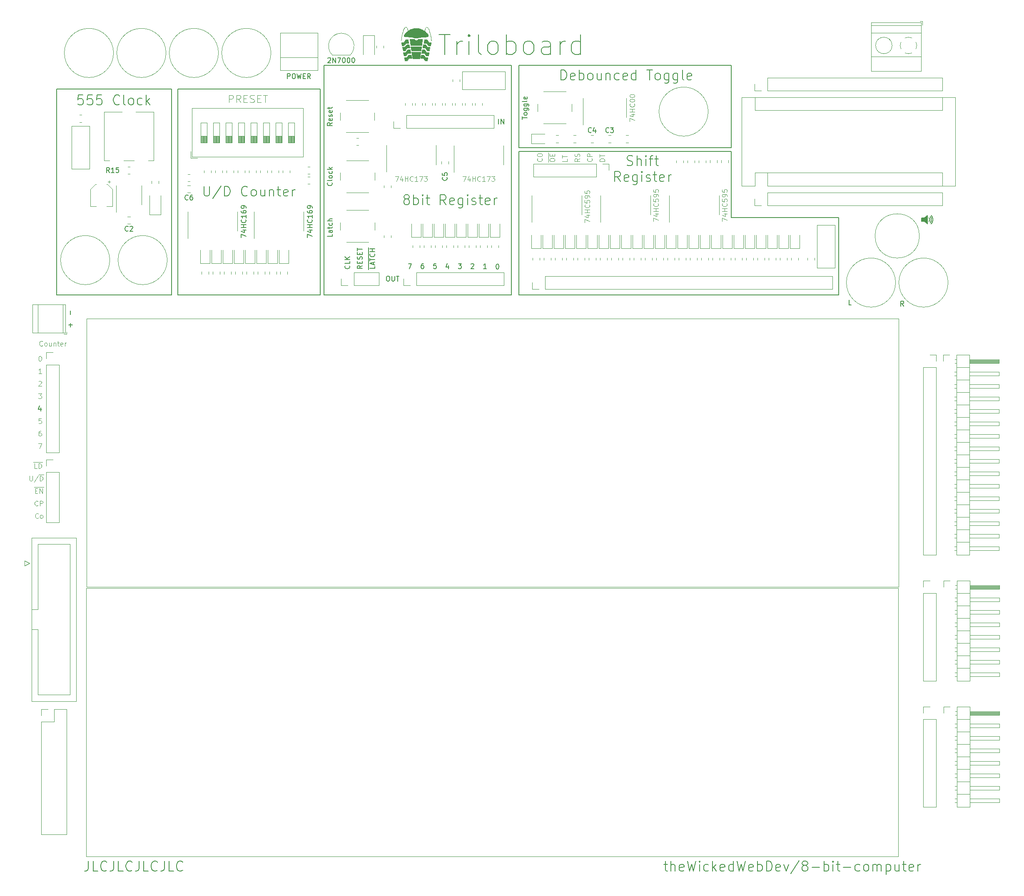
<source format=gbr>
%TF.GenerationSoftware,KiCad,Pcbnew,(6.0.0-0)*%
%TF.CreationDate,2022-03-14T18:00:23-04:00*%
%TF.ProjectId,Prototype-Board-2022,50726f74-6f74-4797-9065-2d426f617264,rev?*%
%TF.SameCoordinates,Original*%
%TF.FileFunction,Legend,Top*%
%TF.FilePolarity,Positive*%
%FSLAX46Y46*%
G04 Gerber Fmt 4.6, Leading zero omitted, Abs format (unit mm)*
G04 Created by KiCad (PCBNEW (6.0.0-0)) date 2022-03-14 18:00:23*
%MOMM*%
%LPD*%
G01*
G04 APERTURE LIST*
%ADD10C,0.150000*%
%ADD11C,0.100000*%
%ADD12C,0.140000*%
%ADD13C,0.120000*%
%ADD14C,0.026458*%
%ADD15C,0.176388*%
G04 APERTURE END LIST*
D10*
X261874000Y-85344000D02*
X261874000Y-71882000D01*
X262128000Y-85344000D02*
X261874000Y-85344000D01*
X219710000Y-101092000D02*
X283718000Y-101092000D01*
X218694000Y-101092000D02*
X219710000Y-101092000D01*
X219710000Y-71882000D02*
X218694000Y-71882000D01*
X283718000Y-85344000D02*
X283718000Y-87376000D01*
X283718000Y-100076000D02*
X283718000Y-87376000D01*
X283718000Y-100076000D02*
X283718000Y-101092000D01*
X124714000Y-59182000D02*
X148082000Y-59182000D01*
X148082000Y-59182000D02*
X148082000Y-101092000D01*
X148082000Y-101092000D02*
X124714000Y-101092000D01*
X124714000Y-101092000D02*
X124714000Y-59182000D01*
X179070000Y-54356000D02*
X217170000Y-54356000D01*
X217170000Y-54356000D02*
X217170000Y-101092000D01*
X217170000Y-101092000D02*
X179070000Y-101092000D01*
X179070000Y-101092000D02*
X179070000Y-54356000D01*
X283718000Y-85344000D02*
X262128000Y-85344000D01*
X149352000Y-59182000D02*
X178308000Y-59182000D01*
X178308000Y-59182000D02*
X178308000Y-101092000D01*
X178308000Y-101092000D02*
X149352000Y-101092000D01*
X149352000Y-101092000D02*
X149352000Y-59182000D01*
X218694000Y-100076000D02*
X218694000Y-101092000D01*
X261874000Y-71882000D02*
X219710000Y-71882000D01*
X218694000Y-54356000D02*
X261874000Y-54356000D01*
X261874000Y-54356000D02*
X261874000Y-71120000D01*
X261874000Y-71120000D02*
X218694000Y-71120000D01*
X218694000Y-71120000D02*
X218694000Y-54356000D01*
X218694000Y-71882000D02*
X218694000Y-100076000D01*
D11*
X121664523Y-117053380D02*
X121093095Y-117053380D01*
X121378809Y-117053380D02*
X121378809Y-116053380D01*
X121283571Y-116196238D01*
X121188333Y-116291476D01*
X121093095Y-116339095D01*
X228514380Y-73388714D02*
X228514380Y-73864904D01*
X227514380Y-73864904D01*
X227514380Y-73198238D02*
X227514380Y-72626809D01*
X228514380Y-72912523D02*
X227514380Y-72912523D01*
X120045476Y-135075000D02*
X120855000Y-135075000D01*
X120759761Y-136357380D02*
X120283571Y-136357380D01*
X120283571Y-135357380D01*
X120855000Y-135075000D02*
X121855000Y-135075000D01*
X121093095Y-136357380D02*
X121093095Y-135357380D01*
X121331190Y-135357380D01*
X121474047Y-135405000D01*
X121569285Y-135500238D01*
X121616904Y-135595476D01*
X121664523Y-135785952D01*
X121664523Y-135928809D01*
X121616904Y-136119285D01*
X121569285Y-136214523D01*
X121474047Y-136309761D01*
X121331190Y-136357380D01*
X121093095Y-136357380D01*
X121045476Y-121133380D02*
X121664523Y-121133380D01*
X121331190Y-121514333D01*
X121474047Y-121514333D01*
X121569285Y-121561952D01*
X121616904Y-121609571D01*
X121664523Y-121704809D01*
X121664523Y-121942904D01*
X121616904Y-122038142D01*
X121569285Y-122085761D01*
X121474047Y-122133380D01*
X121188333Y-122133380D01*
X121093095Y-122085761D01*
X121045476Y-122038142D01*
X223369142Y-73293476D02*
X223416761Y-73341095D01*
X223464380Y-73483952D01*
X223464380Y-73579190D01*
X223416761Y-73722047D01*
X223321523Y-73817285D01*
X223226285Y-73864904D01*
X223035809Y-73912523D01*
X222892952Y-73912523D01*
X222702476Y-73864904D01*
X222607238Y-73817285D01*
X222512000Y-73722047D01*
X222464380Y-73579190D01*
X222464380Y-73483952D01*
X222512000Y-73341095D01*
X222559619Y-73293476D01*
X222464380Y-72674428D02*
X222464380Y-72483952D01*
X222512000Y-72388714D01*
X222607238Y-72293476D01*
X222797714Y-72245857D01*
X223131047Y-72245857D01*
X223321523Y-72293476D01*
X223416761Y-72388714D01*
X223464380Y-72483952D01*
X223464380Y-72674428D01*
X223416761Y-72769666D01*
X223321523Y-72864904D01*
X223131047Y-72912523D01*
X222797714Y-72912523D01*
X222607238Y-72864904D01*
X222512000Y-72769666D01*
X222464380Y-72674428D01*
D10*
X196262666Y-94702380D02*
X196929333Y-94702380D01*
X196500761Y-95702380D01*
X154687142Y-78957261D02*
X154687142Y-80576309D01*
X154782380Y-80766785D01*
X154877619Y-80862023D01*
X155068095Y-80957261D01*
X155449047Y-80957261D01*
X155639523Y-80862023D01*
X155734761Y-80766785D01*
X155830000Y-80576309D01*
X155830000Y-78957261D01*
X158210952Y-78862023D02*
X156496666Y-81433452D01*
X158877619Y-80957261D02*
X158877619Y-78957261D01*
X159353809Y-78957261D01*
X159639523Y-79052500D01*
X159830000Y-79242976D01*
X159925238Y-79433452D01*
X160020476Y-79814404D01*
X160020476Y-80100119D01*
X159925238Y-80481071D01*
X159830000Y-80671547D01*
X159639523Y-80862023D01*
X159353809Y-80957261D01*
X158877619Y-80957261D01*
X163544285Y-80766785D02*
X163449047Y-80862023D01*
X163163333Y-80957261D01*
X162972857Y-80957261D01*
X162687142Y-80862023D01*
X162496666Y-80671547D01*
X162401428Y-80481071D01*
X162306190Y-80100119D01*
X162306190Y-79814404D01*
X162401428Y-79433452D01*
X162496666Y-79242976D01*
X162687142Y-79052500D01*
X162972857Y-78957261D01*
X163163333Y-78957261D01*
X163449047Y-79052500D01*
X163544285Y-79147738D01*
X164687142Y-80957261D02*
X164496666Y-80862023D01*
X164401428Y-80766785D01*
X164306190Y-80576309D01*
X164306190Y-80004880D01*
X164401428Y-79814404D01*
X164496666Y-79719166D01*
X164687142Y-79623928D01*
X164972857Y-79623928D01*
X165163333Y-79719166D01*
X165258571Y-79814404D01*
X165353809Y-80004880D01*
X165353809Y-80576309D01*
X165258571Y-80766785D01*
X165163333Y-80862023D01*
X164972857Y-80957261D01*
X164687142Y-80957261D01*
X167068095Y-79623928D02*
X167068095Y-80957261D01*
X166210952Y-79623928D02*
X166210952Y-80671547D01*
X166306190Y-80862023D01*
X166496666Y-80957261D01*
X166782380Y-80957261D01*
X166972857Y-80862023D01*
X167068095Y-80766785D01*
X168020476Y-79623928D02*
X168020476Y-80957261D01*
X168020476Y-79814404D02*
X168115714Y-79719166D01*
X168306190Y-79623928D01*
X168591904Y-79623928D01*
X168782380Y-79719166D01*
X168877619Y-79909642D01*
X168877619Y-80957261D01*
X169544285Y-79623928D02*
X170306190Y-79623928D01*
X169830000Y-78957261D02*
X169830000Y-80671547D01*
X169925238Y-80862023D01*
X170115714Y-80957261D01*
X170306190Y-80957261D01*
X171734761Y-80862023D02*
X171544285Y-80957261D01*
X171163333Y-80957261D01*
X170972857Y-80862023D01*
X170877619Y-80671547D01*
X170877619Y-79909642D01*
X170972857Y-79719166D01*
X171163333Y-79623928D01*
X171544285Y-79623928D01*
X171734761Y-79719166D01*
X171830000Y-79909642D01*
X171830000Y-80100119D01*
X170877619Y-80290595D01*
X172687142Y-80957261D02*
X172687142Y-79623928D01*
X172687142Y-80004880D02*
X172782380Y-79814404D01*
X172877619Y-79719166D01*
X173068095Y-79623928D01*
X173258571Y-79623928D01*
X201914095Y-94702380D02*
X201437904Y-94702380D01*
X201390285Y-95178571D01*
X201437904Y-95130952D01*
X201533142Y-95083333D01*
X201771238Y-95083333D01*
X201866476Y-95130952D01*
X201914095Y-95178571D01*
X201961714Y-95273809D01*
X201961714Y-95511904D01*
X201914095Y-95607142D01*
X201866476Y-95654761D01*
X201771238Y-95702380D01*
X201533142Y-95702380D01*
X201437904Y-95654761D01*
X201390285Y-95607142D01*
D11*
X236164380Y-73864904D02*
X235164380Y-73864904D01*
X235164380Y-73626809D01*
X235212000Y-73483952D01*
X235307238Y-73388714D01*
X235402476Y-73341095D01*
X235592952Y-73293476D01*
X235735809Y-73293476D01*
X235926285Y-73341095D01*
X236021523Y-73388714D01*
X236116761Y-73483952D01*
X236164380Y-73626809D01*
X236164380Y-73864904D01*
X235164380Y-73007761D02*
X235164380Y-72436333D01*
X236164380Y-72722047D02*
X235164380Y-72722047D01*
D10*
X195724000Y-81549904D02*
X195533523Y-81454666D01*
X195438285Y-81359428D01*
X195343047Y-81168952D01*
X195343047Y-81073714D01*
X195438285Y-80883238D01*
X195533523Y-80788000D01*
X195724000Y-80692761D01*
X196104952Y-80692761D01*
X196295428Y-80788000D01*
X196390666Y-80883238D01*
X196485904Y-81073714D01*
X196485904Y-81168952D01*
X196390666Y-81359428D01*
X196295428Y-81454666D01*
X196104952Y-81549904D01*
X195724000Y-81549904D01*
X195533523Y-81645142D01*
X195438285Y-81740380D01*
X195343047Y-81930857D01*
X195343047Y-82311809D01*
X195438285Y-82502285D01*
X195533523Y-82597523D01*
X195724000Y-82692761D01*
X196104952Y-82692761D01*
X196295428Y-82597523D01*
X196390666Y-82502285D01*
X196485904Y-82311809D01*
X196485904Y-81930857D01*
X196390666Y-81740380D01*
X196295428Y-81645142D01*
X196104952Y-81549904D01*
X197343047Y-82692761D02*
X197343047Y-80692761D01*
X197343047Y-81454666D02*
X197533523Y-81359428D01*
X197914476Y-81359428D01*
X198104952Y-81454666D01*
X198200190Y-81549904D01*
X198295428Y-81740380D01*
X198295428Y-82311809D01*
X198200190Y-82502285D01*
X198104952Y-82597523D01*
X197914476Y-82692761D01*
X197533523Y-82692761D01*
X197343047Y-82597523D01*
X199152571Y-82692761D02*
X199152571Y-81359428D01*
X199152571Y-80692761D02*
X199057333Y-80788000D01*
X199152571Y-80883238D01*
X199247809Y-80788000D01*
X199152571Y-80692761D01*
X199152571Y-80883238D01*
X199819238Y-81359428D02*
X200581142Y-81359428D01*
X200104952Y-80692761D02*
X200104952Y-82407047D01*
X200200190Y-82597523D01*
X200390666Y-82692761D01*
X200581142Y-82692761D01*
X203914476Y-82692761D02*
X203247809Y-81740380D01*
X202771619Y-82692761D02*
X202771619Y-80692761D01*
X203533523Y-80692761D01*
X203724000Y-80788000D01*
X203819238Y-80883238D01*
X203914476Y-81073714D01*
X203914476Y-81359428D01*
X203819238Y-81549904D01*
X203724000Y-81645142D01*
X203533523Y-81740380D01*
X202771619Y-81740380D01*
X205533523Y-82597523D02*
X205343047Y-82692761D01*
X204962095Y-82692761D01*
X204771619Y-82597523D01*
X204676380Y-82407047D01*
X204676380Y-81645142D01*
X204771619Y-81454666D01*
X204962095Y-81359428D01*
X205343047Y-81359428D01*
X205533523Y-81454666D01*
X205628761Y-81645142D01*
X205628761Y-81835619D01*
X204676380Y-82026095D01*
X207343047Y-81359428D02*
X207343047Y-82978476D01*
X207247809Y-83168952D01*
X207152571Y-83264190D01*
X206962095Y-83359428D01*
X206676380Y-83359428D01*
X206485904Y-83264190D01*
X207343047Y-82597523D02*
X207152571Y-82692761D01*
X206771619Y-82692761D01*
X206581142Y-82597523D01*
X206485904Y-82502285D01*
X206390666Y-82311809D01*
X206390666Y-81740380D01*
X206485904Y-81549904D01*
X206581142Y-81454666D01*
X206771619Y-81359428D01*
X207152571Y-81359428D01*
X207343047Y-81454666D01*
X208295428Y-82692761D02*
X208295428Y-81359428D01*
X208295428Y-80692761D02*
X208200190Y-80788000D01*
X208295428Y-80883238D01*
X208390666Y-80788000D01*
X208295428Y-80692761D01*
X208295428Y-80883238D01*
X209152571Y-82597523D02*
X209343047Y-82692761D01*
X209723999Y-82692761D01*
X209914476Y-82597523D01*
X210009714Y-82407047D01*
X210009714Y-82311809D01*
X209914476Y-82121333D01*
X209723999Y-82026095D01*
X209438285Y-82026095D01*
X209247809Y-81930857D01*
X209152571Y-81740380D01*
X209152571Y-81645142D01*
X209247809Y-81454666D01*
X209438285Y-81359428D01*
X209723999Y-81359428D01*
X209914476Y-81454666D01*
X210581142Y-81359428D02*
X211343047Y-81359428D01*
X210866857Y-80692761D02*
X210866857Y-82407047D01*
X210962095Y-82597523D01*
X211152571Y-82692761D01*
X211343047Y-82692761D01*
X212771619Y-82597523D02*
X212581142Y-82692761D01*
X212200190Y-82692761D01*
X212009714Y-82597523D01*
X211914476Y-82407047D01*
X211914476Y-81645142D01*
X212009714Y-81454666D01*
X212200190Y-81359428D01*
X212581142Y-81359428D01*
X212771619Y-81454666D01*
X212866857Y-81645142D01*
X212866857Y-81835619D01*
X211914476Y-82026095D01*
X213724000Y-82692761D02*
X213724000Y-81359428D01*
X213724000Y-81740380D02*
X213819238Y-81549904D01*
X213914476Y-81454666D01*
X214104952Y-81359428D01*
X214295428Y-81359428D01*
X286313523Y-103068380D02*
X285837333Y-103068380D01*
X285837333Y-102068380D01*
D12*
X121543285Y-124006714D02*
X121543285Y-124673380D01*
X121305190Y-123625761D02*
X121067095Y-124340047D01*
X121686142Y-124340047D01*
D11*
X233529142Y-73293476D02*
X233576761Y-73341095D01*
X233624380Y-73483952D01*
X233624380Y-73579190D01*
X233576761Y-73722047D01*
X233481523Y-73817285D01*
X233386285Y-73864904D01*
X233195809Y-73912523D01*
X233052952Y-73912523D01*
X232862476Y-73864904D01*
X232767238Y-73817285D01*
X232672000Y-73722047D01*
X232624380Y-73579190D01*
X232624380Y-73483952D01*
X232672000Y-73341095D01*
X232719619Y-73293476D01*
X233624380Y-72864904D02*
X232624380Y-72864904D01*
X232624380Y-72483952D01*
X232672000Y-72388714D01*
X232719619Y-72341095D01*
X232814857Y-72293476D01*
X232957714Y-72293476D01*
X233052952Y-72341095D01*
X233100571Y-72388714D01*
X233148190Y-72483952D01*
X233148190Y-72864904D01*
D10*
X206422666Y-94702380D02*
X207041714Y-94702380D01*
X206708380Y-95083333D01*
X206851238Y-95083333D01*
X206946476Y-95130952D01*
X206994095Y-95178571D01*
X207041714Y-95273809D01*
X207041714Y-95511904D01*
X206994095Y-95607142D01*
X206946476Y-95654761D01*
X206851238Y-95702380D01*
X206565523Y-95702380D01*
X206470285Y-95654761D01*
X206422666Y-95607142D01*
D11*
X121013761Y-146422142D02*
X120966142Y-146469761D01*
X120823285Y-146517380D01*
X120728047Y-146517380D01*
X120585190Y-146469761D01*
X120489952Y-146374523D01*
X120442333Y-146279285D01*
X120394714Y-146088809D01*
X120394714Y-145945952D01*
X120442333Y-145755476D01*
X120489952Y-145660238D01*
X120585190Y-145565000D01*
X120728047Y-145517380D01*
X120823285Y-145517380D01*
X120966142Y-145565000D01*
X121013761Y-145612619D01*
X121585190Y-146517380D02*
X121489952Y-146469761D01*
X121442333Y-146422142D01*
X121394714Y-146326904D01*
X121394714Y-146041190D01*
X121442333Y-145945952D01*
X121489952Y-145898333D01*
X121585190Y-145850714D01*
X121728047Y-145850714D01*
X121823285Y-145898333D01*
X121870904Y-145945952D01*
X121918523Y-146041190D01*
X121918523Y-146326904D01*
X121870904Y-146422142D01*
X121823285Y-146469761D01*
X121728047Y-146517380D01*
X121585190Y-146517380D01*
D10*
X127579428Y-107568952D02*
X127579428Y-106807047D01*
X127960380Y-107188000D02*
X127198476Y-107188000D01*
X180792380Y-88685523D02*
X180792380Y-89161714D01*
X179792380Y-89161714D01*
X180792380Y-87923619D02*
X180268571Y-87923619D01*
X180173333Y-87971238D01*
X180125714Y-88066476D01*
X180125714Y-88256952D01*
X180173333Y-88352190D01*
X180744761Y-87923619D02*
X180792380Y-88018857D01*
X180792380Y-88256952D01*
X180744761Y-88352190D01*
X180649523Y-88399809D01*
X180554285Y-88399809D01*
X180459047Y-88352190D01*
X180411428Y-88256952D01*
X180411428Y-88018857D01*
X180363809Y-87923619D01*
X180125714Y-87590285D02*
X180125714Y-87209333D01*
X179792380Y-87447428D02*
X180649523Y-87447428D01*
X180744761Y-87399809D01*
X180792380Y-87304571D01*
X180792380Y-87209333D01*
X180744761Y-86447428D02*
X180792380Y-86542666D01*
X180792380Y-86733142D01*
X180744761Y-86828380D01*
X180697142Y-86876000D01*
X180601904Y-86923619D01*
X180316190Y-86923619D01*
X180220952Y-86876000D01*
X180173333Y-86828380D01*
X180125714Y-86733142D01*
X180125714Y-86542666D01*
X180173333Y-86447428D01*
X180792380Y-86018857D02*
X179792380Y-86018857D01*
X180792380Y-85590285D02*
X180268571Y-85590285D01*
X180173333Y-85637904D01*
X180125714Y-85733142D01*
X180125714Y-85876000D01*
X180173333Y-85971238D01*
X180220952Y-86018857D01*
D11*
X121569285Y-128753380D02*
X121378809Y-128753380D01*
X121283571Y-128801000D01*
X121235952Y-128848619D01*
X121140714Y-128991476D01*
X121093095Y-129181952D01*
X121093095Y-129562904D01*
X121140714Y-129658142D01*
X121188333Y-129705761D01*
X121283571Y-129753380D01*
X121474047Y-129753380D01*
X121569285Y-129705761D01*
X121616904Y-129658142D01*
X121664523Y-129562904D01*
X121664523Y-129324809D01*
X121616904Y-129229571D01*
X121569285Y-129181952D01*
X121474047Y-129134333D01*
X121283571Y-129134333D01*
X121188333Y-129181952D01*
X121140714Y-129229571D01*
X121093095Y-129324809D01*
D10*
X202503333Y-48101523D02*
X204789047Y-48101523D01*
X203646190Y-52101523D02*
X203646190Y-48101523D01*
X206122380Y-52101523D02*
X206122380Y-49434857D01*
X206122380Y-50196761D02*
X206312857Y-49815809D01*
X206503333Y-49625333D01*
X206884285Y-49434857D01*
X207265238Y-49434857D01*
X208598571Y-52101523D02*
X208598571Y-49434857D01*
X208598571Y-48101523D02*
X208408095Y-48292000D01*
X208598571Y-48482476D01*
X208789047Y-48292000D01*
X208598571Y-48101523D01*
X208598571Y-48482476D01*
X211074761Y-52101523D02*
X210693809Y-51911047D01*
X210503333Y-51530095D01*
X210503333Y-48101523D01*
X213170000Y-52101523D02*
X212789047Y-51911047D01*
X212598571Y-51720571D01*
X212408095Y-51339619D01*
X212408095Y-50196761D01*
X212598571Y-49815809D01*
X212789047Y-49625333D01*
X213170000Y-49434857D01*
X213741428Y-49434857D01*
X214122380Y-49625333D01*
X214312857Y-49815809D01*
X214503333Y-50196761D01*
X214503333Y-51339619D01*
X214312857Y-51720571D01*
X214122380Y-51911047D01*
X213741428Y-52101523D01*
X213170000Y-52101523D01*
X216217619Y-52101523D02*
X216217619Y-48101523D01*
X216217619Y-49625333D02*
X216598571Y-49434857D01*
X217360476Y-49434857D01*
X217741428Y-49625333D01*
X217931904Y-49815809D01*
X218122380Y-50196761D01*
X218122380Y-51339619D01*
X217931904Y-51720571D01*
X217741428Y-51911047D01*
X217360476Y-52101523D01*
X216598571Y-52101523D01*
X216217619Y-51911047D01*
X220408095Y-52101523D02*
X220027142Y-51911047D01*
X219836666Y-51720571D01*
X219646190Y-51339619D01*
X219646190Y-50196761D01*
X219836666Y-49815809D01*
X220027142Y-49625333D01*
X220408095Y-49434857D01*
X220979523Y-49434857D01*
X221360476Y-49625333D01*
X221550952Y-49815809D01*
X221741428Y-50196761D01*
X221741428Y-51339619D01*
X221550952Y-51720571D01*
X221360476Y-51911047D01*
X220979523Y-52101523D01*
X220408095Y-52101523D01*
X225170000Y-52101523D02*
X225170000Y-50006285D01*
X224979523Y-49625333D01*
X224598571Y-49434857D01*
X223836666Y-49434857D01*
X223455714Y-49625333D01*
X225170000Y-51911047D02*
X224789047Y-52101523D01*
X223836666Y-52101523D01*
X223455714Y-51911047D01*
X223265238Y-51530095D01*
X223265238Y-51149142D01*
X223455714Y-50768190D01*
X223836666Y-50577714D01*
X224789047Y-50577714D01*
X225170000Y-50387238D01*
X227074761Y-52101523D02*
X227074761Y-49434857D01*
X227074761Y-50196761D02*
X227265238Y-49815809D01*
X227455714Y-49625333D01*
X227836666Y-49434857D01*
X228217619Y-49434857D01*
X231265238Y-52101523D02*
X231265238Y-48101523D01*
X231265238Y-51911047D02*
X230884285Y-52101523D01*
X230122380Y-52101523D01*
X229741428Y-51911047D01*
X229550952Y-51720571D01*
X229360476Y-51339619D01*
X229360476Y-50196761D01*
X229550952Y-49815809D01*
X229741428Y-49625333D01*
X230122380Y-49434857D01*
X230884285Y-49434857D01*
X231265238Y-49625333D01*
D11*
X121331190Y-113513380D02*
X121426428Y-113513380D01*
X121521666Y-113561000D01*
X121569285Y-113608619D01*
X121616904Y-113703857D01*
X121664523Y-113894333D01*
X121664523Y-114132428D01*
X121616904Y-114322904D01*
X121569285Y-114418142D01*
X121521666Y-114465761D01*
X121426428Y-114513380D01*
X121331190Y-114513380D01*
X121235952Y-114465761D01*
X121188333Y-114418142D01*
X121140714Y-114322904D01*
X121093095Y-114132428D01*
X121093095Y-113894333D01*
X121140714Y-113703857D01*
X121188333Y-113608619D01*
X121235952Y-113561000D01*
X121331190Y-113513380D01*
D10*
X130112285Y-60372761D02*
X129159904Y-60372761D01*
X129064666Y-61325142D01*
X129159904Y-61229904D01*
X129350380Y-61134666D01*
X129826571Y-61134666D01*
X130017047Y-61229904D01*
X130112285Y-61325142D01*
X130207523Y-61515619D01*
X130207523Y-61991809D01*
X130112285Y-62182285D01*
X130017047Y-62277523D01*
X129826571Y-62372761D01*
X129350380Y-62372761D01*
X129159904Y-62277523D01*
X129064666Y-62182285D01*
X132017047Y-60372761D02*
X131064666Y-60372761D01*
X130969428Y-61325142D01*
X131064666Y-61229904D01*
X131255142Y-61134666D01*
X131731333Y-61134666D01*
X131921809Y-61229904D01*
X132017047Y-61325142D01*
X132112285Y-61515619D01*
X132112285Y-61991809D01*
X132017047Y-62182285D01*
X131921809Y-62277523D01*
X131731333Y-62372761D01*
X131255142Y-62372761D01*
X131064666Y-62277523D01*
X130969428Y-62182285D01*
X133921809Y-60372761D02*
X132969428Y-60372761D01*
X132874190Y-61325142D01*
X132969428Y-61229904D01*
X133159904Y-61134666D01*
X133636095Y-61134666D01*
X133826571Y-61229904D01*
X133921809Y-61325142D01*
X134017047Y-61515619D01*
X134017047Y-61991809D01*
X133921809Y-62182285D01*
X133826571Y-62277523D01*
X133636095Y-62372761D01*
X133159904Y-62372761D01*
X132969428Y-62277523D01*
X132874190Y-62182285D01*
X137540857Y-62182285D02*
X137445619Y-62277523D01*
X137159904Y-62372761D01*
X136969428Y-62372761D01*
X136683714Y-62277523D01*
X136493238Y-62087047D01*
X136398000Y-61896571D01*
X136302761Y-61515619D01*
X136302761Y-61229904D01*
X136398000Y-60848952D01*
X136493238Y-60658476D01*
X136683714Y-60468000D01*
X136969428Y-60372761D01*
X137159904Y-60372761D01*
X137445619Y-60468000D01*
X137540857Y-60563238D01*
X138683714Y-62372761D02*
X138493238Y-62277523D01*
X138398000Y-62087047D01*
X138398000Y-60372761D01*
X139731333Y-62372761D02*
X139540857Y-62277523D01*
X139445619Y-62182285D01*
X139350380Y-61991809D01*
X139350380Y-61420380D01*
X139445619Y-61229904D01*
X139540857Y-61134666D01*
X139731333Y-61039428D01*
X140017047Y-61039428D01*
X140207523Y-61134666D01*
X140302761Y-61229904D01*
X140398000Y-61420380D01*
X140398000Y-61991809D01*
X140302761Y-62182285D01*
X140207523Y-62277523D01*
X140017047Y-62372761D01*
X139731333Y-62372761D01*
X142112285Y-62277523D02*
X141921809Y-62372761D01*
X141540857Y-62372761D01*
X141350380Y-62277523D01*
X141255142Y-62182285D01*
X141159904Y-61991809D01*
X141159904Y-61420380D01*
X141255142Y-61229904D01*
X141350380Y-61134666D01*
X141540857Y-61039428D01*
X141921809Y-61039428D01*
X142112285Y-61134666D01*
X142969428Y-62372761D02*
X142969428Y-60372761D01*
X143159904Y-61610857D02*
X143731333Y-62372761D01*
X143731333Y-61039428D02*
X142969428Y-61801333D01*
D11*
X121045476Y-131293380D02*
X121712142Y-131293380D01*
X121283571Y-132293380D01*
D10*
X131223904Y-216328761D02*
X131223904Y-217757333D01*
X131128666Y-218043047D01*
X130938190Y-218233523D01*
X130652476Y-218328761D01*
X130462000Y-218328761D01*
X133128666Y-218328761D02*
X132176285Y-218328761D01*
X132176285Y-216328761D01*
X134938190Y-218138285D02*
X134842952Y-218233523D01*
X134557238Y-218328761D01*
X134366761Y-218328761D01*
X134081047Y-218233523D01*
X133890571Y-218043047D01*
X133795333Y-217852571D01*
X133700095Y-217471619D01*
X133700095Y-217185904D01*
X133795333Y-216804952D01*
X133890571Y-216614476D01*
X134081047Y-216424000D01*
X134366761Y-216328761D01*
X134557238Y-216328761D01*
X134842952Y-216424000D01*
X134938190Y-216519238D01*
X136366761Y-216328761D02*
X136366761Y-217757333D01*
X136271523Y-218043047D01*
X136081047Y-218233523D01*
X135795333Y-218328761D01*
X135604857Y-218328761D01*
X138271523Y-218328761D02*
X137319142Y-218328761D01*
X137319142Y-216328761D01*
X140081047Y-218138285D02*
X139985809Y-218233523D01*
X139700095Y-218328761D01*
X139509619Y-218328761D01*
X139223904Y-218233523D01*
X139033428Y-218043047D01*
X138938190Y-217852571D01*
X138842952Y-217471619D01*
X138842952Y-217185904D01*
X138938190Y-216804952D01*
X139033428Y-216614476D01*
X139223904Y-216424000D01*
X139509619Y-216328761D01*
X139700095Y-216328761D01*
X139985809Y-216424000D01*
X140081047Y-216519238D01*
X141509619Y-216328761D02*
X141509619Y-217757333D01*
X141414380Y-218043047D01*
X141223904Y-218233523D01*
X140938190Y-218328761D01*
X140747714Y-218328761D01*
X143414380Y-218328761D02*
X142462000Y-218328761D01*
X142462000Y-216328761D01*
X145223904Y-218138285D02*
X145128666Y-218233523D01*
X144842952Y-218328761D01*
X144652476Y-218328761D01*
X144366761Y-218233523D01*
X144176285Y-218043047D01*
X144081047Y-217852571D01*
X143985809Y-217471619D01*
X143985809Y-217185904D01*
X144081047Y-216804952D01*
X144176285Y-216614476D01*
X144366761Y-216424000D01*
X144652476Y-216328761D01*
X144842952Y-216328761D01*
X145128666Y-216424000D01*
X145223904Y-216519238D01*
X146652476Y-216328761D02*
X146652476Y-217757333D01*
X146557238Y-218043047D01*
X146366761Y-218233523D01*
X146081047Y-218328761D01*
X145890571Y-218328761D01*
X148557238Y-218328761D02*
X147604857Y-218328761D01*
X147604857Y-216328761D01*
X150366761Y-218138285D02*
X150271523Y-218233523D01*
X149985809Y-218328761D01*
X149795333Y-218328761D01*
X149509619Y-218233523D01*
X149319142Y-218043047D01*
X149223904Y-217852571D01*
X149128666Y-217471619D01*
X149128666Y-217185904D01*
X149223904Y-216804952D01*
X149319142Y-216614476D01*
X149509619Y-216424000D01*
X149795333Y-216328761D01*
X149985809Y-216328761D01*
X150271523Y-216424000D01*
X150366761Y-216519238D01*
X219416380Y-65325333D02*
X219416380Y-64753904D01*
X220416380Y-65039619D02*
X219416380Y-65039619D01*
X220416380Y-64277714D02*
X220368761Y-64372952D01*
X220321142Y-64420571D01*
X220225904Y-64468190D01*
X219940190Y-64468190D01*
X219844952Y-64420571D01*
X219797333Y-64372952D01*
X219749714Y-64277714D01*
X219749714Y-64134857D01*
X219797333Y-64039619D01*
X219844952Y-63992000D01*
X219940190Y-63944380D01*
X220225904Y-63944380D01*
X220321142Y-63992000D01*
X220368761Y-64039619D01*
X220416380Y-64134857D01*
X220416380Y-64277714D01*
X219749714Y-63087238D02*
X220559238Y-63087238D01*
X220654476Y-63134857D01*
X220702095Y-63182476D01*
X220749714Y-63277714D01*
X220749714Y-63420571D01*
X220702095Y-63515809D01*
X220368761Y-63087238D02*
X220416380Y-63182476D01*
X220416380Y-63372952D01*
X220368761Y-63468190D01*
X220321142Y-63515809D01*
X220225904Y-63563428D01*
X219940190Y-63563428D01*
X219844952Y-63515809D01*
X219797333Y-63468190D01*
X219749714Y-63372952D01*
X219749714Y-63182476D01*
X219797333Y-63087238D01*
X219749714Y-62182476D02*
X220559238Y-62182476D01*
X220654476Y-62230095D01*
X220702095Y-62277714D01*
X220749714Y-62372952D01*
X220749714Y-62515809D01*
X220702095Y-62611047D01*
X220368761Y-62182476D02*
X220416380Y-62277714D01*
X220416380Y-62468190D01*
X220368761Y-62563428D01*
X220321142Y-62611047D01*
X220225904Y-62658666D01*
X219940190Y-62658666D01*
X219844952Y-62611047D01*
X219797333Y-62563428D01*
X219749714Y-62468190D01*
X219749714Y-62277714D01*
X219797333Y-62182476D01*
X220416380Y-61563428D02*
X220368761Y-61658666D01*
X220273523Y-61706285D01*
X219416380Y-61706285D01*
X220368761Y-60801523D02*
X220416380Y-60896761D01*
X220416380Y-61087238D01*
X220368761Y-61182476D01*
X220273523Y-61230095D01*
X219892571Y-61230095D01*
X219797333Y-61182476D01*
X219749714Y-61087238D01*
X219749714Y-60896761D01*
X219797333Y-60801523D01*
X219892571Y-60753904D01*
X219987809Y-60753904D01*
X220083047Y-61230095D01*
D11*
X159790285Y-61892571D02*
X159790285Y-60392571D01*
X160361714Y-60392571D01*
X160504571Y-60464000D01*
X160576000Y-60535428D01*
X160647428Y-60678285D01*
X160647428Y-60892571D01*
X160576000Y-61035428D01*
X160504571Y-61106857D01*
X160361714Y-61178285D01*
X159790285Y-61178285D01*
X162147428Y-61892571D02*
X161647428Y-61178285D01*
X161290285Y-61892571D02*
X161290285Y-60392571D01*
X161861714Y-60392571D01*
X162004571Y-60464000D01*
X162076000Y-60535428D01*
X162147428Y-60678285D01*
X162147428Y-60892571D01*
X162076000Y-61035428D01*
X162004571Y-61106857D01*
X161861714Y-61178285D01*
X161290285Y-61178285D01*
X162790285Y-61106857D02*
X163290285Y-61106857D01*
X163504571Y-61892571D02*
X162790285Y-61892571D01*
X162790285Y-60392571D01*
X163504571Y-60392571D01*
X164076000Y-61821142D02*
X164290285Y-61892571D01*
X164647428Y-61892571D01*
X164790285Y-61821142D01*
X164861714Y-61749714D01*
X164933142Y-61606857D01*
X164933142Y-61464000D01*
X164861714Y-61321142D01*
X164790285Y-61249714D01*
X164647428Y-61178285D01*
X164361714Y-61106857D01*
X164218857Y-61035428D01*
X164147428Y-60964000D01*
X164076000Y-60821142D01*
X164076000Y-60678285D01*
X164147428Y-60535428D01*
X164218857Y-60464000D01*
X164361714Y-60392571D01*
X164718857Y-60392571D01*
X164933142Y-60464000D01*
X165576000Y-61106857D02*
X166076000Y-61106857D01*
X166290285Y-61892571D02*
X165576000Y-61892571D01*
X165576000Y-60392571D01*
X166290285Y-60392571D01*
X166718857Y-60392571D02*
X167576000Y-60392571D01*
X167147428Y-61892571D02*
X167147428Y-60392571D01*
D10*
X184253142Y-95104976D02*
X184300761Y-95152595D01*
X184348380Y-95295452D01*
X184348380Y-95390690D01*
X184300761Y-95533547D01*
X184205523Y-95628785D01*
X184110285Y-95676404D01*
X183919809Y-95724023D01*
X183776952Y-95724023D01*
X183586476Y-95676404D01*
X183491238Y-95628785D01*
X183396000Y-95533547D01*
X183348380Y-95390690D01*
X183348380Y-95295452D01*
X183396000Y-95152595D01*
X183443619Y-95104976D01*
X184348380Y-94200214D02*
X184348380Y-94676404D01*
X183348380Y-94676404D01*
X184348380Y-93866880D02*
X183348380Y-93866880D01*
X184348380Y-93295452D02*
X183776952Y-93724023D01*
X183348380Y-93295452D02*
X183919809Y-93866880D01*
X188146000Y-95914500D02*
X188146000Y-95104976D01*
X189428380Y-95200214D02*
X189428380Y-95676404D01*
X188428380Y-95676404D01*
X188146000Y-95104976D02*
X188146000Y-94247833D01*
X189142666Y-94914500D02*
X189142666Y-94438309D01*
X189428380Y-95009738D02*
X188428380Y-94676404D01*
X189428380Y-94343071D01*
X188146000Y-94247833D02*
X188146000Y-93485928D01*
X188428380Y-94152595D02*
X188428380Y-93581166D01*
X189428380Y-93866880D02*
X188428380Y-93866880D01*
X188146000Y-93485928D02*
X188146000Y-92485928D01*
X189333142Y-92676404D02*
X189380761Y-92724023D01*
X189428380Y-92866880D01*
X189428380Y-92962119D01*
X189380761Y-93104976D01*
X189285523Y-93200214D01*
X189190285Y-93247833D01*
X188999809Y-93295452D01*
X188856952Y-93295452D01*
X188666476Y-93247833D01*
X188571238Y-93200214D01*
X188476000Y-93104976D01*
X188428380Y-92962119D01*
X188428380Y-92866880D01*
X188476000Y-92724023D01*
X188523619Y-92676404D01*
X188146000Y-92485928D02*
X188146000Y-91438309D01*
X189428380Y-92247833D02*
X188428380Y-92247833D01*
X188904571Y-92247833D02*
X188904571Y-91676404D01*
X189428380Y-91676404D02*
X188428380Y-91676404D01*
D11*
X119251857Y-137897380D02*
X119251857Y-138706904D01*
X119299476Y-138802142D01*
X119347095Y-138849761D01*
X119442333Y-138897380D01*
X119632809Y-138897380D01*
X119728047Y-138849761D01*
X119775666Y-138802142D01*
X119823285Y-138706904D01*
X119823285Y-137897380D01*
X121013761Y-137849761D02*
X120156619Y-139135476D01*
X121109000Y-137615000D02*
X122109000Y-137615000D01*
X121347095Y-138897380D02*
X121347095Y-137897380D01*
X121585190Y-137897380D01*
X121728047Y-137945000D01*
X121823285Y-138040238D01*
X121870904Y-138135476D01*
X121918523Y-138325952D01*
X121918523Y-138468809D01*
X121870904Y-138659285D01*
X121823285Y-138754523D01*
X121728047Y-138849761D01*
X121585190Y-138897380D01*
X121347095Y-138897380D01*
D10*
X240744761Y-74637523D02*
X241030476Y-74732761D01*
X241506666Y-74732761D01*
X241697142Y-74637523D01*
X241792380Y-74542285D01*
X241887619Y-74351809D01*
X241887619Y-74161333D01*
X241792380Y-73970857D01*
X241697142Y-73875619D01*
X241506666Y-73780380D01*
X241125714Y-73685142D01*
X240935238Y-73589904D01*
X240840000Y-73494666D01*
X240744761Y-73304190D01*
X240744761Y-73113714D01*
X240840000Y-72923238D01*
X240935238Y-72828000D01*
X241125714Y-72732761D01*
X241601904Y-72732761D01*
X241887619Y-72828000D01*
X242744761Y-74732761D02*
X242744761Y-72732761D01*
X243601904Y-74732761D02*
X243601904Y-73685142D01*
X243506666Y-73494666D01*
X243316190Y-73399428D01*
X243030476Y-73399428D01*
X242840000Y-73494666D01*
X242744761Y-73589904D01*
X244554285Y-74732761D02*
X244554285Y-73399428D01*
X244554285Y-72732761D02*
X244459047Y-72828000D01*
X244554285Y-72923238D01*
X244649523Y-72828000D01*
X244554285Y-72732761D01*
X244554285Y-72923238D01*
X245220952Y-73399428D02*
X245982857Y-73399428D01*
X245506666Y-74732761D02*
X245506666Y-73018476D01*
X245601904Y-72828000D01*
X245792380Y-72732761D01*
X245982857Y-72732761D01*
X246363809Y-73399428D02*
X247125714Y-73399428D01*
X246649523Y-72732761D02*
X246649523Y-74447047D01*
X246744761Y-74637523D01*
X246935238Y-74732761D01*
X247125714Y-74732761D01*
X239363809Y-77952761D02*
X238697142Y-77000380D01*
X238220952Y-77952761D02*
X238220952Y-75952761D01*
X238982857Y-75952761D01*
X239173333Y-76048000D01*
X239268571Y-76143238D01*
X239363809Y-76333714D01*
X239363809Y-76619428D01*
X239268571Y-76809904D01*
X239173333Y-76905142D01*
X238982857Y-77000380D01*
X238220952Y-77000380D01*
X240982857Y-77857523D02*
X240792380Y-77952761D01*
X240411428Y-77952761D01*
X240220952Y-77857523D01*
X240125714Y-77667047D01*
X240125714Y-76905142D01*
X240220952Y-76714666D01*
X240411428Y-76619428D01*
X240792380Y-76619428D01*
X240982857Y-76714666D01*
X241078095Y-76905142D01*
X241078095Y-77095619D01*
X240125714Y-77286095D01*
X242792380Y-76619428D02*
X242792380Y-78238476D01*
X242697142Y-78428952D01*
X242601904Y-78524190D01*
X242411428Y-78619428D01*
X242125714Y-78619428D01*
X241935238Y-78524190D01*
X242792380Y-77857523D02*
X242601904Y-77952761D01*
X242220952Y-77952761D01*
X242030476Y-77857523D01*
X241935238Y-77762285D01*
X241840000Y-77571809D01*
X241840000Y-77000380D01*
X241935238Y-76809904D01*
X242030476Y-76714666D01*
X242220952Y-76619428D01*
X242601904Y-76619428D01*
X242792380Y-76714666D01*
X243744761Y-77952761D02*
X243744761Y-76619428D01*
X243744761Y-75952761D02*
X243649523Y-76048000D01*
X243744761Y-76143238D01*
X243840000Y-76048000D01*
X243744761Y-75952761D01*
X243744761Y-76143238D01*
X244601904Y-77857523D02*
X244792380Y-77952761D01*
X245173333Y-77952761D01*
X245363809Y-77857523D01*
X245459047Y-77667047D01*
X245459047Y-77571809D01*
X245363809Y-77381333D01*
X245173333Y-77286095D01*
X244887619Y-77286095D01*
X244697142Y-77190857D01*
X244601904Y-77000380D01*
X244601904Y-76905142D01*
X244697142Y-76714666D01*
X244887619Y-76619428D01*
X245173333Y-76619428D01*
X245363809Y-76714666D01*
X246030476Y-76619428D02*
X246792380Y-76619428D01*
X246316190Y-75952761D02*
X246316190Y-77667047D01*
X246411428Y-77857523D01*
X246601904Y-77952761D01*
X246792380Y-77952761D01*
X248220952Y-77857523D02*
X248030476Y-77952761D01*
X247649523Y-77952761D01*
X247459047Y-77857523D01*
X247363809Y-77667047D01*
X247363809Y-76905142D01*
X247459047Y-76714666D01*
X247649523Y-76619428D01*
X248030476Y-76619428D01*
X248220952Y-76714666D01*
X248316190Y-76905142D01*
X248316190Y-77095619D01*
X247363809Y-77286095D01*
X249173333Y-77952761D02*
X249173333Y-76619428D01*
X249173333Y-77000380D02*
X249268571Y-76809904D01*
X249363809Y-76714666D01*
X249554285Y-76619428D01*
X249744761Y-76619428D01*
X186888380Y-95104976D02*
X186412190Y-95438309D01*
X186888380Y-95676404D02*
X185888380Y-95676404D01*
X185888380Y-95295452D01*
X185936000Y-95200214D01*
X185983619Y-95152595D01*
X186078857Y-95104976D01*
X186221714Y-95104976D01*
X186316952Y-95152595D01*
X186364571Y-95200214D01*
X186412190Y-95295452D01*
X186412190Y-95676404D01*
X186364571Y-94676404D02*
X186364571Y-94343071D01*
X186888380Y-94200214D02*
X186888380Y-94676404D01*
X185888380Y-94676404D01*
X185888380Y-94200214D01*
X186840761Y-93819261D02*
X186888380Y-93676404D01*
X186888380Y-93438309D01*
X186840761Y-93343071D01*
X186793142Y-93295452D01*
X186697904Y-93247833D01*
X186602666Y-93247833D01*
X186507428Y-93295452D01*
X186459809Y-93343071D01*
X186412190Y-93438309D01*
X186364571Y-93628785D01*
X186316952Y-93724023D01*
X186269333Y-93771642D01*
X186174095Y-93819261D01*
X186078857Y-93819261D01*
X185983619Y-93771642D01*
X185936000Y-93724023D01*
X185888380Y-93628785D01*
X185888380Y-93390690D01*
X185936000Y-93247833D01*
X186364571Y-92819261D02*
X186364571Y-92485928D01*
X186888380Y-92343071D02*
X186888380Y-92819261D01*
X185888380Y-92819261D01*
X185888380Y-92343071D01*
X185888380Y-92057357D02*
X185888380Y-91485928D01*
X186888380Y-91771642D02*
X185888380Y-91771642D01*
D11*
X121093095Y-118688619D02*
X121140714Y-118641000D01*
X121235952Y-118593380D01*
X121474047Y-118593380D01*
X121569285Y-118641000D01*
X121616904Y-118688619D01*
X121664523Y-118783857D01*
X121664523Y-118879095D01*
X121616904Y-119021952D01*
X121045476Y-119593380D01*
X121664523Y-119593380D01*
D10*
X209010285Y-94797619D02*
X209057904Y-94750000D01*
X209153142Y-94702380D01*
X209391238Y-94702380D01*
X209486476Y-94750000D01*
X209534095Y-94797619D01*
X209581714Y-94892857D01*
X209581714Y-94988095D01*
X209534095Y-95130952D01*
X208962666Y-95702380D01*
X209581714Y-95702380D01*
X227299904Y-57292761D02*
X227299904Y-55292761D01*
X227776095Y-55292761D01*
X228061809Y-55388000D01*
X228252285Y-55578476D01*
X228347523Y-55768952D01*
X228442761Y-56149904D01*
X228442761Y-56435619D01*
X228347523Y-56816571D01*
X228252285Y-57007047D01*
X228061809Y-57197523D01*
X227776095Y-57292761D01*
X227299904Y-57292761D01*
X230061809Y-57197523D02*
X229871333Y-57292761D01*
X229490380Y-57292761D01*
X229299904Y-57197523D01*
X229204666Y-57007047D01*
X229204666Y-56245142D01*
X229299904Y-56054666D01*
X229490380Y-55959428D01*
X229871333Y-55959428D01*
X230061809Y-56054666D01*
X230157047Y-56245142D01*
X230157047Y-56435619D01*
X229204666Y-56626095D01*
X231014190Y-57292761D02*
X231014190Y-55292761D01*
X231014190Y-56054666D02*
X231204666Y-55959428D01*
X231585619Y-55959428D01*
X231776095Y-56054666D01*
X231871333Y-56149904D01*
X231966571Y-56340380D01*
X231966571Y-56911809D01*
X231871333Y-57102285D01*
X231776095Y-57197523D01*
X231585619Y-57292761D01*
X231204666Y-57292761D01*
X231014190Y-57197523D01*
X233109428Y-57292761D02*
X232918952Y-57197523D01*
X232823714Y-57102285D01*
X232728476Y-56911809D01*
X232728476Y-56340380D01*
X232823714Y-56149904D01*
X232918952Y-56054666D01*
X233109428Y-55959428D01*
X233395142Y-55959428D01*
X233585619Y-56054666D01*
X233680857Y-56149904D01*
X233776095Y-56340380D01*
X233776095Y-56911809D01*
X233680857Y-57102285D01*
X233585619Y-57197523D01*
X233395142Y-57292761D01*
X233109428Y-57292761D01*
X235490380Y-55959428D02*
X235490380Y-57292761D01*
X234633238Y-55959428D02*
X234633238Y-57007047D01*
X234728476Y-57197523D01*
X234918952Y-57292761D01*
X235204666Y-57292761D01*
X235395142Y-57197523D01*
X235490380Y-57102285D01*
X236442761Y-55959428D02*
X236442761Y-57292761D01*
X236442761Y-56149904D02*
X236537999Y-56054666D01*
X236728476Y-55959428D01*
X237014190Y-55959428D01*
X237204666Y-56054666D01*
X237299904Y-56245142D01*
X237299904Y-57292761D01*
X239109428Y-57197523D02*
X238918952Y-57292761D01*
X238537999Y-57292761D01*
X238347523Y-57197523D01*
X238252285Y-57102285D01*
X238157047Y-56911809D01*
X238157047Y-56340380D01*
X238252285Y-56149904D01*
X238347523Y-56054666D01*
X238537999Y-55959428D01*
X238918952Y-55959428D01*
X239109428Y-56054666D01*
X240728476Y-57197523D02*
X240537999Y-57292761D01*
X240157047Y-57292761D01*
X239966571Y-57197523D01*
X239871333Y-57007047D01*
X239871333Y-56245142D01*
X239966571Y-56054666D01*
X240157047Y-55959428D01*
X240537999Y-55959428D01*
X240728476Y-56054666D01*
X240823714Y-56245142D01*
X240823714Y-56435619D01*
X239871333Y-56626095D01*
X242537999Y-57292761D02*
X242537999Y-55292761D01*
X242537999Y-57197523D02*
X242347523Y-57292761D01*
X241966571Y-57292761D01*
X241776095Y-57197523D01*
X241680857Y-57102285D01*
X241585619Y-56911809D01*
X241585619Y-56340380D01*
X241680857Y-56149904D01*
X241776095Y-56054666D01*
X241966571Y-55959428D01*
X242347523Y-55959428D01*
X242537999Y-56054666D01*
X244728476Y-55292761D02*
X245871333Y-55292761D01*
X245299904Y-57292761D02*
X245299904Y-55292761D01*
X246823714Y-57292761D02*
X246633238Y-57197523D01*
X246537999Y-57102285D01*
X246442761Y-56911809D01*
X246442761Y-56340380D01*
X246537999Y-56149904D01*
X246633238Y-56054666D01*
X246823714Y-55959428D01*
X247109428Y-55959428D01*
X247299904Y-56054666D01*
X247395142Y-56149904D01*
X247490380Y-56340380D01*
X247490380Y-56911809D01*
X247395142Y-57102285D01*
X247299904Y-57197523D01*
X247109428Y-57292761D01*
X246823714Y-57292761D01*
X249204666Y-55959428D02*
X249204666Y-57578476D01*
X249109428Y-57768952D01*
X249014190Y-57864190D01*
X248823714Y-57959428D01*
X248537999Y-57959428D01*
X248347523Y-57864190D01*
X249204666Y-57197523D02*
X249014190Y-57292761D01*
X248633238Y-57292761D01*
X248442761Y-57197523D01*
X248347523Y-57102285D01*
X248252285Y-56911809D01*
X248252285Y-56340380D01*
X248347523Y-56149904D01*
X248442761Y-56054666D01*
X248633238Y-55959428D01*
X249014190Y-55959428D01*
X249204666Y-56054666D01*
X251014190Y-55959428D02*
X251014190Y-57578476D01*
X250918952Y-57768952D01*
X250823714Y-57864190D01*
X250633238Y-57959428D01*
X250347523Y-57959428D01*
X250157047Y-57864190D01*
X251014190Y-57197523D02*
X250823714Y-57292761D01*
X250442761Y-57292761D01*
X250252285Y-57197523D01*
X250157047Y-57102285D01*
X250061809Y-56911809D01*
X250061809Y-56340380D01*
X250157047Y-56149904D01*
X250252285Y-56054666D01*
X250442761Y-55959428D01*
X250823714Y-55959428D01*
X251014190Y-56054666D01*
X252252285Y-57292761D02*
X252061809Y-57197523D01*
X251966571Y-57007047D01*
X251966571Y-55292761D01*
X253776095Y-57197523D02*
X253585619Y-57292761D01*
X253204666Y-57292761D01*
X253014190Y-57197523D01*
X252918952Y-57007047D01*
X252918952Y-56245142D01*
X253014190Y-56054666D01*
X253204666Y-55959428D01*
X253585619Y-55959428D01*
X253776095Y-56054666D01*
X253871333Y-56245142D01*
X253871333Y-56435619D01*
X252918952Y-56626095D01*
X214614190Y-66238380D02*
X214614190Y-65238380D01*
X215090380Y-66238380D02*
X215090380Y-65238380D01*
X215661809Y-66238380D01*
X215661809Y-65238380D01*
D11*
X231084380Y-73293476D02*
X230608190Y-73626809D01*
X231084380Y-73864904D02*
X230084380Y-73864904D01*
X230084380Y-73483952D01*
X230132000Y-73388714D01*
X230179619Y-73341095D01*
X230274857Y-73293476D01*
X230417714Y-73293476D01*
X230512952Y-73341095D01*
X230560571Y-73388714D01*
X230608190Y-73483952D01*
X230608190Y-73864904D01*
X231036761Y-72912523D02*
X231084380Y-72769666D01*
X231084380Y-72531571D01*
X231036761Y-72436333D01*
X230989142Y-72388714D01*
X230893904Y-72341095D01*
X230798666Y-72341095D01*
X230703428Y-72388714D01*
X230655809Y-72436333D01*
X230608190Y-72531571D01*
X230560571Y-72722047D01*
X230512952Y-72817285D01*
X230465333Y-72864904D01*
X230370095Y-72912523D01*
X230274857Y-72912523D01*
X230179619Y-72864904D01*
X230132000Y-72817285D01*
X230084380Y-72722047D01*
X230084380Y-72483952D01*
X230132000Y-72341095D01*
X120918523Y-143882142D02*
X120870904Y-143929761D01*
X120728047Y-143977380D01*
X120632809Y-143977380D01*
X120489952Y-143929761D01*
X120394714Y-143834523D01*
X120347095Y-143739285D01*
X120299476Y-143548809D01*
X120299476Y-143405952D01*
X120347095Y-143215476D01*
X120394714Y-143120238D01*
X120489952Y-143025000D01*
X120632809Y-142977380D01*
X120728047Y-142977380D01*
X120870904Y-143025000D01*
X120918523Y-143072619D01*
X121347095Y-143977380D02*
X121347095Y-142977380D01*
X121728047Y-142977380D01*
X121823285Y-143025000D01*
X121870904Y-143072619D01*
X121918523Y-143167857D01*
X121918523Y-143310714D01*
X121870904Y-143405952D01*
X121823285Y-143453571D01*
X121728047Y-143501190D01*
X121347095Y-143501190D01*
X121880571Y-111355142D02*
X121832952Y-111402761D01*
X121690095Y-111450380D01*
X121594857Y-111450380D01*
X121452000Y-111402761D01*
X121356761Y-111307523D01*
X121309142Y-111212285D01*
X121261523Y-111021809D01*
X121261523Y-110878952D01*
X121309142Y-110688476D01*
X121356761Y-110593238D01*
X121452000Y-110498000D01*
X121594857Y-110450380D01*
X121690095Y-110450380D01*
X121832952Y-110498000D01*
X121880571Y-110545619D01*
X122452000Y-111450380D02*
X122356761Y-111402761D01*
X122309142Y-111355142D01*
X122261523Y-111259904D01*
X122261523Y-110974190D01*
X122309142Y-110878952D01*
X122356761Y-110831333D01*
X122452000Y-110783714D01*
X122594857Y-110783714D01*
X122690095Y-110831333D01*
X122737714Y-110878952D01*
X122785333Y-110974190D01*
X122785333Y-111259904D01*
X122737714Y-111355142D01*
X122690095Y-111402761D01*
X122594857Y-111450380D01*
X122452000Y-111450380D01*
X123642476Y-110783714D02*
X123642476Y-111450380D01*
X123213904Y-110783714D02*
X123213904Y-111307523D01*
X123261523Y-111402761D01*
X123356761Y-111450380D01*
X123499619Y-111450380D01*
X123594857Y-111402761D01*
X123642476Y-111355142D01*
X124118666Y-110783714D02*
X124118666Y-111450380D01*
X124118666Y-110878952D02*
X124166285Y-110831333D01*
X124261523Y-110783714D01*
X124404380Y-110783714D01*
X124499619Y-110831333D01*
X124547238Y-110926571D01*
X124547238Y-111450380D01*
X124880571Y-110783714D02*
X125261523Y-110783714D01*
X125023428Y-110450380D02*
X125023428Y-111307523D01*
X125071047Y-111402761D01*
X125166285Y-111450380D01*
X125261523Y-111450380D01*
X125975809Y-111402761D02*
X125880571Y-111450380D01*
X125690095Y-111450380D01*
X125594857Y-111402761D01*
X125547238Y-111307523D01*
X125547238Y-110926571D01*
X125594857Y-110831333D01*
X125690095Y-110783714D01*
X125880571Y-110783714D01*
X125975809Y-110831333D01*
X126023428Y-110926571D01*
X126023428Y-111021809D01*
X125547238Y-111117047D01*
X126452000Y-111450380D02*
X126452000Y-110783714D01*
X126452000Y-110974190D02*
X126499619Y-110878952D01*
X126547238Y-110831333D01*
X126642476Y-110783714D01*
X126737714Y-110783714D01*
X121616904Y-126213380D02*
X121140714Y-126213380D01*
X121093095Y-126689571D01*
X121140714Y-126641952D01*
X121235952Y-126594333D01*
X121474047Y-126594333D01*
X121569285Y-126641952D01*
X121616904Y-126689571D01*
X121664523Y-126784809D01*
X121664523Y-127022904D01*
X121616904Y-127118142D01*
X121569285Y-127165761D01*
X121474047Y-127213380D01*
X121235952Y-127213380D01*
X121140714Y-127165761D01*
X121093095Y-127118142D01*
D10*
X248224761Y-216995428D02*
X248986666Y-216995428D01*
X248510476Y-216328761D02*
X248510476Y-218043047D01*
X248605714Y-218233523D01*
X248796190Y-218328761D01*
X248986666Y-218328761D01*
X249653333Y-218328761D02*
X249653333Y-216328761D01*
X250510476Y-218328761D02*
X250510476Y-217281142D01*
X250415238Y-217090666D01*
X250224761Y-216995428D01*
X249939047Y-216995428D01*
X249748571Y-217090666D01*
X249653333Y-217185904D01*
X252224761Y-218233523D02*
X252034285Y-218328761D01*
X251653333Y-218328761D01*
X251462857Y-218233523D01*
X251367619Y-218043047D01*
X251367619Y-217281142D01*
X251462857Y-217090666D01*
X251653333Y-216995428D01*
X252034285Y-216995428D01*
X252224761Y-217090666D01*
X252320000Y-217281142D01*
X252320000Y-217471619D01*
X251367619Y-217662095D01*
X252986666Y-216328761D02*
X253462857Y-218328761D01*
X253843809Y-216900190D01*
X254224761Y-218328761D01*
X254700952Y-216328761D01*
X255462857Y-218328761D02*
X255462857Y-216995428D01*
X255462857Y-216328761D02*
X255367619Y-216424000D01*
X255462857Y-216519238D01*
X255558095Y-216424000D01*
X255462857Y-216328761D01*
X255462857Y-216519238D01*
X257272380Y-218233523D02*
X257081904Y-218328761D01*
X256700952Y-218328761D01*
X256510476Y-218233523D01*
X256415238Y-218138285D01*
X256320000Y-217947809D01*
X256320000Y-217376380D01*
X256415238Y-217185904D01*
X256510476Y-217090666D01*
X256700952Y-216995428D01*
X257081904Y-216995428D01*
X257272380Y-217090666D01*
X258129523Y-218328761D02*
X258129523Y-216328761D01*
X258320000Y-217566857D02*
X258891428Y-218328761D01*
X258891428Y-216995428D02*
X258129523Y-217757333D01*
X260510476Y-218233523D02*
X260320000Y-218328761D01*
X259939047Y-218328761D01*
X259748571Y-218233523D01*
X259653333Y-218043047D01*
X259653333Y-217281142D01*
X259748571Y-217090666D01*
X259939047Y-216995428D01*
X260320000Y-216995428D01*
X260510476Y-217090666D01*
X260605714Y-217281142D01*
X260605714Y-217471619D01*
X259653333Y-217662095D01*
X262320000Y-218328761D02*
X262320000Y-216328761D01*
X262320000Y-218233523D02*
X262129523Y-218328761D01*
X261748571Y-218328761D01*
X261558095Y-218233523D01*
X261462857Y-218138285D01*
X261367619Y-217947809D01*
X261367619Y-217376380D01*
X261462857Y-217185904D01*
X261558095Y-217090666D01*
X261748571Y-216995428D01*
X262129523Y-216995428D01*
X262320000Y-217090666D01*
X263081904Y-216328761D02*
X263558095Y-218328761D01*
X263939047Y-216900190D01*
X264320000Y-218328761D01*
X264796190Y-216328761D01*
X266320000Y-218233523D02*
X266129523Y-218328761D01*
X265748571Y-218328761D01*
X265558095Y-218233523D01*
X265462857Y-218043047D01*
X265462857Y-217281142D01*
X265558095Y-217090666D01*
X265748571Y-216995428D01*
X266129523Y-216995428D01*
X266320000Y-217090666D01*
X266415238Y-217281142D01*
X266415238Y-217471619D01*
X265462857Y-217662095D01*
X267272380Y-218328761D02*
X267272380Y-216328761D01*
X267272380Y-217090666D02*
X267462857Y-216995428D01*
X267843809Y-216995428D01*
X268034285Y-217090666D01*
X268129523Y-217185904D01*
X268224761Y-217376380D01*
X268224761Y-217947809D01*
X268129523Y-218138285D01*
X268034285Y-218233523D01*
X267843809Y-218328761D01*
X267462857Y-218328761D01*
X267272380Y-218233523D01*
X269081904Y-218328761D02*
X269081904Y-216328761D01*
X269558095Y-216328761D01*
X269843809Y-216424000D01*
X270034285Y-216614476D01*
X270129523Y-216804952D01*
X270224761Y-217185904D01*
X270224761Y-217471619D01*
X270129523Y-217852571D01*
X270034285Y-218043047D01*
X269843809Y-218233523D01*
X269558095Y-218328761D01*
X269081904Y-218328761D01*
X271843809Y-218233523D02*
X271653333Y-218328761D01*
X271272380Y-218328761D01*
X271081904Y-218233523D01*
X270986666Y-218043047D01*
X270986666Y-217281142D01*
X271081904Y-217090666D01*
X271272380Y-216995428D01*
X271653333Y-216995428D01*
X271843809Y-217090666D01*
X271939047Y-217281142D01*
X271939047Y-217471619D01*
X270986666Y-217662095D01*
X272605714Y-216995428D02*
X273081904Y-218328761D01*
X273558095Y-216995428D01*
X275748571Y-216233523D02*
X274034285Y-218804952D01*
X276700952Y-217185904D02*
X276510476Y-217090666D01*
X276415238Y-216995428D01*
X276320000Y-216804952D01*
X276320000Y-216709714D01*
X276415238Y-216519238D01*
X276510476Y-216424000D01*
X276700952Y-216328761D01*
X277081904Y-216328761D01*
X277272380Y-216424000D01*
X277367619Y-216519238D01*
X277462857Y-216709714D01*
X277462857Y-216804952D01*
X277367619Y-216995428D01*
X277272380Y-217090666D01*
X277081904Y-217185904D01*
X276700952Y-217185904D01*
X276510476Y-217281142D01*
X276415238Y-217376380D01*
X276320000Y-217566857D01*
X276320000Y-217947809D01*
X276415238Y-218138285D01*
X276510476Y-218233523D01*
X276700952Y-218328761D01*
X277081904Y-218328761D01*
X277272380Y-218233523D01*
X277367619Y-218138285D01*
X277462857Y-217947809D01*
X277462857Y-217566857D01*
X277367619Y-217376380D01*
X277272380Y-217281142D01*
X277081904Y-217185904D01*
X278320000Y-217566857D02*
X279843809Y-217566857D01*
X280796190Y-218328761D02*
X280796190Y-216328761D01*
X280796190Y-217090666D02*
X280986666Y-216995428D01*
X281367619Y-216995428D01*
X281558095Y-217090666D01*
X281653333Y-217185904D01*
X281748571Y-217376380D01*
X281748571Y-217947809D01*
X281653333Y-218138285D01*
X281558095Y-218233523D01*
X281367619Y-218328761D01*
X280986666Y-218328761D01*
X280796190Y-218233523D01*
X282605714Y-218328761D02*
X282605714Y-216995428D01*
X282605714Y-216328761D02*
X282510476Y-216424000D01*
X282605714Y-216519238D01*
X282700952Y-216424000D01*
X282605714Y-216328761D01*
X282605714Y-216519238D01*
X283272380Y-216995428D02*
X284034285Y-216995428D01*
X283558095Y-216328761D02*
X283558095Y-218043047D01*
X283653333Y-218233523D01*
X283843809Y-218328761D01*
X284034285Y-218328761D01*
X284700952Y-217566857D02*
X286224761Y-217566857D01*
X288034285Y-218233523D02*
X287843809Y-218328761D01*
X287462857Y-218328761D01*
X287272380Y-218233523D01*
X287177142Y-218138285D01*
X287081904Y-217947809D01*
X287081904Y-217376380D01*
X287177142Y-217185904D01*
X287272380Y-217090666D01*
X287462857Y-216995428D01*
X287843809Y-216995428D01*
X288034285Y-217090666D01*
X289177142Y-218328761D02*
X288986666Y-218233523D01*
X288891428Y-218138285D01*
X288796190Y-217947809D01*
X288796190Y-217376380D01*
X288891428Y-217185904D01*
X288986666Y-217090666D01*
X289177142Y-216995428D01*
X289462857Y-216995428D01*
X289653333Y-217090666D01*
X289748571Y-217185904D01*
X289843809Y-217376380D01*
X289843809Y-217947809D01*
X289748571Y-218138285D01*
X289653333Y-218233523D01*
X289462857Y-218328761D01*
X289177142Y-218328761D01*
X290700952Y-218328761D02*
X290700952Y-216995428D01*
X290700952Y-217185904D02*
X290796190Y-217090666D01*
X290986666Y-216995428D01*
X291272380Y-216995428D01*
X291462857Y-217090666D01*
X291558095Y-217281142D01*
X291558095Y-218328761D01*
X291558095Y-217281142D02*
X291653333Y-217090666D01*
X291843809Y-216995428D01*
X292129523Y-216995428D01*
X292320000Y-217090666D01*
X292415238Y-217281142D01*
X292415238Y-218328761D01*
X293367619Y-216995428D02*
X293367619Y-218995428D01*
X293367619Y-217090666D02*
X293558095Y-216995428D01*
X293939047Y-216995428D01*
X294129523Y-217090666D01*
X294224761Y-217185904D01*
X294320000Y-217376380D01*
X294320000Y-217947809D01*
X294224761Y-218138285D01*
X294129523Y-218233523D01*
X293939047Y-218328761D01*
X293558095Y-218328761D01*
X293367619Y-218233523D01*
X296034285Y-216995428D02*
X296034285Y-218328761D01*
X295177142Y-216995428D02*
X295177142Y-218043047D01*
X295272380Y-218233523D01*
X295462857Y-218328761D01*
X295748571Y-218328761D01*
X295939047Y-218233523D01*
X296034285Y-218138285D01*
X296700952Y-216995428D02*
X297462857Y-216995428D01*
X296986666Y-216328761D02*
X296986666Y-218043047D01*
X297081904Y-218233523D01*
X297272380Y-218328761D01*
X297462857Y-218328761D01*
X298891428Y-218233523D02*
X298700952Y-218328761D01*
X298319999Y-218328761D01*
X298129523Y-218233523D01*
X298034285Y-218043047D01*
X298034285Y-217281142D01*
X298129523Y-217090666D01*
X298319999Y-216995428D01*
X298700952Y-216995428D01*
X298891428Y-217090666D01*
X298986666Y-217281142D01*
X298986666Y-217471619D01*
X298034285Y-217662095D01*
X299843809Y-218328761D02*
X299843809Y-216995428D01*
X299843809Y-217376380D02*
X299939047Y-217185904D01*
X300034285Y-217090666D01*
X300224761Y-216995428D01*
X300415238Y-216995428D01*
X199326476Y-94702380D02*
X199136000Y-94702380D01*
X199040761Y-94750000D01*
X198993142Y-94797619D01*
X198897904Y-94940476D01*
X198850285Y-95130952D01*
X198850285Y-95511904D01*
X198897904Y-95607142D01*
X198945523Y-95654761D01*
X199040761Y-95702380D01*
X199231238Y-95702380D01*
X199326476Y-95654761D01*
X199374095Y-95607142D01*
X199421714Y-95511904D01*
X199421714Y-95273809D01*
X199374095Y-95178571D01*
X199326476Y-95130952D01*
X199231238Y-95083333D01*
X199040761Y-95083333D01*
X198945523Y-95130952D01*
X198897904Y-95178571D01*
X198850285Y-95273809D01*
X192040000Y-97242380D02*
X192230476Y-97242380D01*
X192325714Y-97290000D01*
X192420952Y-97385238D01*
X192468571Y-97575714D01*
X192468571Y-97909047D01*
X192420952Y-98099523D01*
X192325714Y-98194761D01*
X192230476Y-98242380D01*
X192040000Y-98242380D01*
X191944761Y-98194761D01*
X191849523Y-98099523D01*
X191801904Y-97909047D01*
X191801904Y-97575714D01*
X191849523Y-97385238D01*
X191944761Y-97290000D01*
X192040000Y-97242380D01*
X192897142Y-97242380D02*
X192897142Y-98051904D01*
X192944761Y-98147142D01*
X192992380Y-98194761D01*
X193087619Y-98242380D01*
X193278095Y-98242380D01*
X193373333Y-98194761D01*
X193420952Y-98147142D01*
X193468571Y-98051904D01*
X193468571Y-97242380D01*
X193801904Y-97242380D02*
X194373333Y-97242380D01*
X194087619Y-98242380D02*
X194087619Y-97242380D01*
X212121714Y-95702380D02*
X211550285Y-95702380D01*
X211836000Y-95702380D02*
X211836000Y-94702380D01*
X211740761Y-94845238D01*
X211645523Y-94940476D01*
X211550285Y-94988095D01*
X204406476Y-95035714D02*
X204406476Y-95702380D01*
X204168380Y-94654761D02*
X203930285Y-95369047D01*
X204549333Y-95369047D01*
X296981523Y-103322380D02*
X296648190Y-102846190D01*
X296410095Y-103322380D02*
X296410095Y-102322380D01*
X296791047Y-102322380D01*
X296886285Y-102370000D01*
X296933904Y-102417619D01*
X296981523Y-102512857D01*
X296981523Y-102655714D01*
X296933904Y-102750952D01*
X296886285Y-102798571D01*
X296791047Y-102846190D01*
X296410095Y-102846190D01*
D11*
X224722000Y-74103000D02*
X224722000Y-73055380D01*
X225004380Y-73674428D02*
X225004380Y-73483952D01*
X225052000Y-73388714D01*
X225147238Y-73293476D01*
X225337714Y-73245857D01*
X225671047Y-73245857D01*
X225861523Y-73293476D01*
X225956761Y-73388714D01*
X226004380Y-73483952D01*
X226004380Y-73674428D01*
X225956761Y-73769666D01*
X225861523Y-73864904D01*
X225671047Y-73912523D01*
X225337714Y-73912523D01*
X225147238Y-73864904D01*
X225052000Y-73769666D01*
X225004380Y-73674428D01*
X224722000Y-73055380D02*
X224722000Y-72150619D01*
X225480571Y-72817285D02*
X225480571Y-72483952D01*
X226004380Y-72341095D02*
X226004380Y-72817285D01*
X225004380Y-72817285D01*
X225004380Y-72341095D01*
D10*
X180697142Y-78200095D02*
X180744761Y-78247714D01*
X180792380Y-78390571D01*
X180792380Y-78485809D01*
X180744761Y-78628666D01*
X180649523Y-78723904D01*
X180554285Y-78771523D01*
X180363809Y-78819142D01*
X180220952Y-78819142D01*
X180030476Y-78771523D01*
X179935238Y-78723904D01*
X179840000Y-78628666D01*
X179792380Y-78485809D01*
X179792380Y-78390571D01*
X179840000Y-78247714D01*
X179887619Y-78200095D01*
X180792380Y-77628666D02*
X180744761Y-77723904D01*
X180649523Y-77771523D01*
X179792380Y-77771523D01*
X180792380Y-77104857D02*
X180744761Y-77200095D01*
X180697142Y-77247714D01*
X180601904Y-77295333D01*
X180316190Y-77295333D01*
X180220952Y-77247714D01*
X180173333Y-77200095D01*
X180125714Y-77104857D01*
X180125714Y-76962000D01*
X180173333Y-76866761D01*
X180220952Y-76819142D01*
X180316190Y-76771523D01*
X180601904Y-76771523D01*
X180697142Y-76819142D01*
X180744761Y-76866761D01*
X180792380Y-76962000D01*
X180792380Y-77104857D01*
X180744761Y-75914380D02*
X180792380Y-76009619D01*
X180792380Y-76200095D01*
X180744761Y-76295333D01*
X180697142Y-76342952D01*
X180601904Y-76390571D01*
X180316190Y-76390571D01*
X180220952Y-76342952D01*
X180173333Y-76295333D01*
X180125714Y-76200095D01*
X180125714Y-76009619D01*
X180173333Y-75914380D01*
X180792380Y-75485809D02*
X179792380Y-75485809D01*
X180411428Y-75390571D02*
X180792380Y-75104857D01*
X180125714Y-75104857D02*
X180506666Y-75485809D01*
D11*
X120156619Y-140155000D02*
X121061380Y-140155000D01*
X120394714Y-140913571D02*
X120728047Y-140913571D01*
X120870904Y-141437380D02*
X120394714Y-141437380D01*
X120394714Y-140437380D01*
X120870904Y-140437380D01*
X121061380Y-140155000D02*
X122109000Y-140155000D01*
X121299476Y-141437380D02*
X121299476Y-140437380D01*
X121870904Y-141437380D01*
X121870904Y-140437380D01*
D10*
X214423619Y-95797619D02*
X214328380Y-95797619D01*
X214233142Y-95750000D01*
X214185523Y-95702380D01*
X214137904Y-95607142D01*
X214090285Y-95416666D01*
X214090285Y-95178571D01*
X214137904Y-94988095D01*
X214185523Y-94892857D01*
X214233142Y-94845238D01*
X214328380Y-94797619D01*
X214423619Y-94797619D01*
X214518857Y-94845238D01*
X214566476Y-94892857D01*
X214614095Y-94988095D01*
X214661714Y-95178571D01*
X214661714Y-95416666D01*
X214614095Y-95607142D01*
X214566476Y-95702380D01*
X214518857Y-95750000D01*
X214423619Y-95797619D01*
X127579428Y-105028952D02*
X127579428Y-104267047D01*
%TO.C,SW6*%
X171680476Y-57034380D02*
X171680476Y-56034380D01*
X172061428Y-56034380D01*
X172156666Y-56082000D01*
X172204285Y-56129619D01*
X172251904Y-56224857D01*
X172251904Y-56367714D01*
X172204285Y-56462952D01*
X172156666Y-56510571D01*
X172061428Y-56558190D01*
X171680476Y-56558190D01*
X172870952Y-56034380D02*
X173061428Y-56034380D01*
X173156666Y-56082000D01*
X173251904Y-56177238D01*
X173299523Y-56367714D01*
X173299523Y-56701047D01*
X173251904Y-56891523D01*
X173156666Y-56986761D01*
X173061428Y-57034380D01*
X172870952Y-57034380D01*
X172775714Y-56986761D01*
X172680476Y-56891523D01*
X172632857Y-56701047D01*
X172632857Y-56367714D01*
X172680476Y-56177238D01*
X172775714Y-56082000D01*
X172870952Y-56034380D01*
X173632857Y-56034380D02*
X173870952Y-57034380D01*
X174061428Y-56320095D01*
X174251904Y-57034380D01*
X174490000Y-56034380D01*
X174870952Y-56510571D02*
X175204285Y-56510571D01*
X175347142Y-57034380D02*
X174870952Y-57034380D01*
X174870952Y-56034380D01*
X175347142Y-56034380D01*
X176347142Y-57034380D02*
X176013809Y-56558190D01*
X175775714Y-57034380D02*
X175775714Y-56034380D01*
X176156666Y-56034380D01*
X176251904Y-56082000D01*
X176299523Y-56129619D01*
X176347142Y-56224857D01*
X176347142Y-56367714D01*
X176299523Y-56462952D01*
X176251904Y-56510571D01*
X176156666Y-56558190D01*
X175775714Y-56558190D01*
%TO.C,C6*%
X151471333Y-81637142D02*
X151423714Y-81684761D01*
X151280857Y-81732380D01*
X151185619Y-81732380D01*
X151042761Y-81684761D01*
X150947523Y-81589523D01*
X150899904Y-81494285D01*
X150852285Y-81303809D01*
X150852285Y-81160952D01*
X150899904Y-80970476D01*
X150947523Y-80875238D01*
X151042761Y-80780000D01*
X151185619Y-80732380D01*
X151280857Y-80732380D01*
X151423714Y-80780000D01*
X151471333Y-80827619D01*
X152328476Y-80732380D02*
X152138000Y-80732380D01*
X152042761Y-80780000D01*
X151995142Y-80827619D01*
X151899904Y-80970476D01*
X151852285Y-81160952D01*
X151852285Y-81541904D01*
X151899904Y-81637142D01*
X151947523Y-81684761D01*
X152042761Y-81732380D01*
X152233238Y-81732380D01*
X152328476Y-81684761D01*
X152376095Y-81637142D01*
X152423714Y-81541904D01*
X152423714Y-81303809D01*
X152376095Y-81208571D01*
X152328476Y-81160952D01*
X152233238Y-81113333D01*
X152042761Y-81113333D01*
X151947523Y-81160952D01*
X151899904Y-81208571D01*
X151852285Y-81303809D01*
D11*
%TO.C,U7*%
X246086380Y-86065904D02*
X246086380Y-85399238D01*
X247086380Y-85827809D01*
X246419714Y-84589714D02*
X247086380Y-84589714D01*
X246038761Y-84827809D02*
X246753047Y-85065904D01*
X246753047Y-84446857D01*
X247086380Y-84065904D02*
X246086380Y-84065904D01*
X246562571Y-84065904D02*
X246562571Y-83494476D01*
X247086380Y-83494476D02*
X246086380Y-83494476D01*
X246991142Y-82446857D02*
X247038761Y-82494476D01*
X247086380Y-82637333D01*
X247086380Y-82732571D01*
X247038761Y-82875428D01*
X246943523Y-82970666D01*
X246848285Y-83018285D01*
X246657809Y-83065904D01*
X246514952Y-83065904D01*
X246324476Y-83018285D01*
X246229238Y-82970666D01*
X246134000Y-82875428D01*
X246086380Y-82732571D01*
X246086380Y-82637333D01*
X246134000Y-82494476D01*
X246181619Y-82446857D01*
X246086380Y-81542095D02*
X246086380Y-82018285D01*
X246562571Y-82065904D01*
X246514952Y-82018285D01*
X246467333Y-81923047D01*
X246467333Y-81684952D01*
X246514952Y-81589714D01*
X246562571Y-81542095D01*
X246657809Y-81494476D01*
X246895904Y-81494476D01*
X246991142Y-81542095D01*
X247038761Y-81589714D01*
X247086380Y-81684952D01*
X247086380Y-81923047D01*
X247038761Y-82018285D01*
X246991142Y-82065904D01*
X247086380Y-81018285D02*
X247086380Y-80827809D01*
X247038761Y-80732571D01*
X246991142Y-80684952D01*
X246848285Y-80589714D01*
X246657809Y-80542095D01*
X246276857Y-80542095D01*
X246181619Y-80589714D01*
X246134000Y-80637333D01*
X246086380Y-80732571D01*
X246086380Y-80923047D01*
X246134000Y-81018285D01*
X246181619Y-81065904D01*
X246276857Y-81113523D01*
X246514952Y-81113523D01*
X246610190Y-81065904D01*
X246657809Y-81018285D01*
X246705428Y-80923047D01*
X246705428Y-80732571D01*
X246657809Y-80637333D01*
X246610190Y-80589714D01*
X246514952Y-80542095D01*
X246086380Y-79637333D02*
X246086380Y-80113523D01*
X246562571Y-80161142D01*
X246514952Y-80113523D01*
X246467333Y-80018285D01*
X246467333Y-79780190D01*
X246514952Y-79684952D01*
X246562571Y-79637333D01*
X246657809Y-79589714D01*
X246895904Y-79589714D01*
X246991142Y-79637333D01*
X247038761Y-79684952D01*
X247086380Y-79780190D01*
X247086380Y-80018285D01*
X247038761Y-80113523D01*
X246991142Y-80161142D01*
%TO.C,U3*%
X193588095Y-76922380D02*
X194254761Y-76922380D01*
X193826190Y-77922380D01*
X195064285Y-77255714D02*
X195064285Y-77922380D01*
X194826190Y-76874761D02*
X194588095Y-77589047D01*
X195207142Y-77589047D01*
X195588095Y-77922380D02*
X195588095Y-76922380D01*
X195588095Y-77398571D02*
X196159523Y-77398571D01*
X196159523Y-77922380D02*
X196159523Y-76922380D01*
X197207142Y-77827142D02*
X197159523Y-77874761D01*
X197016666Y-77922380D01*
X196921428Y-77922380D01*
X196778571Y-77874761D01*
X196683333Y-77779523D01*
X196635714Y-77684285D01*
X196588095Y-77493809D01*
X196588095Y-77350952D01*
X196635714Y-77160476D01*
X196683333Y-77065238D01*
X196778571Y-76970000D01*
X196921428Y-76922380D01*
X197016666Y-76922380D01*
X197159523Y-76970000D01*
X197207142Y-77017619D01*
X198159523Y-77922380D02*
X197588095Y-77922380D01*
X197873809Y-77922380D02*
X197873809Y-76922380D01*
X197778571Y-77065238D01*
X197683333Y-77160476D01*
X197588095Y-77208095D01*
X198492857Y-76922380D02*
X199159523Y-76922380D01*
X198730952Y-77922380D01*
X199445238Y-76922380D02*
X200064285Y-76922380D01*
X199730952Y-77303333D01*
X199873809Y-77303333D01*
X199969047Y-77350952D01*
X200016666Y-77398571D01*
X200064285Y-77493809D01*
X200064285Y-77731904D01*
X200016666Y-77827142D01*
X199969047Y-77874761D01*
X199873809Y-77922380D01*
X199588095Y-77922380D01*
X199492857Y-77874761D01*
X199445238Y-77827142D01*
D10*
%TO.C,U8*%
X162266380Y-89367904D02*
X162266380Y-88701238D01*
X163266380Y-89129809D01*
X162599714Y-87891714D02*
X163266380Y-87891714D01*
X162218761Y-88129809D02*
X162933047Y-88367904D01*
X162933047Y-87748857D01*
X163266380Y-87367904D02*
X162266380Y-87367904D01*
X162742571Y-87367904D02*
X162742571Y-86796476D01*
X163266380Y-86796476D02*
X162266380Y-86796476D01*
X163171142Y-85748857D02*
X163218761Y-85796476D01*
X163266380Y-85939333D01*
X163266380Y-86034571D01*
X163218761Y-86177428D01*
X163123523Y-86272666D01*
X163028285Y-86320285D01*
X162837809Y-86367904D01*
X162694952Y-86367904D01*
X162504476Y-86320285D01*
X162409238Y-86272666D01*
X162314000Y-86177428D01*
X162266380Y-86034571D01*
X162266380Y-85939333D01*
X162314000Y-85796476D01*
X162361619Y-85748857D01*
X163266380Y-84796476D02*
X163266380Y-85367904D01*
X163266380Y-85082190D02*
X162266380Y-85082190D01*
X162409238Y-85177428D01*
X162504476Y-85272666D01*
X162552095Y-85367904D01*
X162266380Y-83939333D02*
X162266380Y-84129809D01*
X162314000Y-84225047D01*
X162361619Y-84272666D01*
X162504476Y-84367904D01*
X162694952Y-84415523D01*
X163075904Y-84415523D01*
X163171142Y-84367904D01*
X163218761Y-84320285D01*
X163266380Y-84225047D01*
X163266380Y-84034571D01*
X163218761Y-83939333D01*
X163171142Y-83891714D01*
X163075904Y-83844095D01*
X162837809Y-83844095D01*
X162742571Y-83891714D01*
X162694952Y-83939333D01*
X162647333Y-84034571D01*
X162647333Y-84225047D01*
X162694952Y-84320285D01*
X162742571Y-84367904D01*
X162837809Y-84415523D01*
X163266380Y-83367904D02*
X163266380Y-83177428D01*
X163218761Y-83082190D01*
X163171142Y-83034571D01*
X163028285Y-82939333D01*
X162837809Y-82891714D01*
X162456857Y-82891714D01*
X162361619Y-82939333D01*
X162314000Y-82986952D01*
X162266380Y-83082190D01*
X162266380Y-83272666D01*
X162314000Y-83367904D01*
X162361619Y-83415523D01*
X162456857Y-83463142D01*
X162694952Y-83463142D01*
X162790190Y-83415523D01*
X162837809Y-83367904D01*
X162885428Y-83272666D01*
X162885428Y-83082190D01*
X162837809Y-82986952D01*
X162790190Y-82939333D01*
X162694952Y-82891714D01*
%TO.C,R15*%
X135501142Y-76144380D02*
X135167809Y-75668190D01*
X134929714Y-76144380D02*
X134929714Y-75144380D01*
X135310666Y-75144380D01*
X135405904Y-75192000D01*
X135453523Y-75239619D01*
X135501142Y-75334857D01*
X135501142Y-75477714D01*
X135453523Y-75572952D01*
X135405904Y-75620571D01*
X135310666Y-75668190D01*
X134929714Y-75668190D01*
X136453523Y-76144380D02*
X135882095Y-76144380D01*
X136167809Y-76144380D02*
X136167809Y-75144380D01*
X136072571Y-75287238D01*
X135977333Y-75382476D01*
X135882095Y-75430095D01*
X137358285Y-75144380D02*
X136882095Y-75144380D01*
X136834476Y-75620571D01*
X136882095Y-75572952D01*
X136977333Y-75525333D01*
X137215428Y-75525333D01*
X137310666Y-75572952D01*
X137358285Y-75620571D01*
X137405904Y-75715809D01*
X137405904Y-75953904D01*
X137358285Y-76049142D01*
X137310666Y-76096761D01*
X137215428Y-76144380D01*
X136977333Y-76144380D01*
X136882095Y-76096761D01*
X136834476Y-76049142D01*
D11*
%TO.C,U4*%
X241260380Y-65777714D02*
X241260380Y-65111047D01*
X242260380Y-65539619D01*
X241593714Y-64301523D02*
X242260380Y-64301523D01*
X241212761Y-64539619D02*
X241927047Y-64777714D01*
X241927047Y-64158666D01*
X242260380Y-63777714D02*
X241260380Y-63777714D01*
X241736571Y-63777714D02*
X241736571Y-63206285D01*
X242260380Y-63206285D02*
X241260380Y-63206285D01*
X242165142Y-62158666D02*
X242212761Y-62206285D01*
X242260380Y-62349142D01*
X242260380Y-62444380D01*
X242212761Y-62587238D01*
X242117523Y-62682476D01*
X242022285Y-62730095D01*
X241831809Y-62777714D01*
X241688952Y-62777714D01*
X241498476Y-62730095D01*
X241403238Y-62682476D01*
X241308000Y-62587238D01*
X241260380Y-62444380D01*
X241260380Y-62349142D01*
X241308000Y-62206285D01*
X241355619Y-62158666D01*
X241260380Y-61539619D02*
X241260380Y-61444380D01*
X241308000Y-61349142D01*
X241355619Y-61301523D01*
X241450857Y-61253904D01*
X241641333Y-61206285D01*
X241879428Y-61206285D01*
X242069904Y-61253904D01*
X242165142Y-61301523D01*
X242212761Y-61349142D01*
X242260380Y-61444380D01*
X242260380Y-61539619D01*
X242212761Y-61634857D01*
X242165142Y-61682476D01*
X242069904Y-61730095D01*
X241879428Y-61777714D01*
X241641333Y-61777714D01*
X241450857Y-61730095D01*
X241355619Y-61682476D01*
X241308000Y-61634857D01*
X241260380Y-61539619D01*
X241260380Y-60587238D02*
X241260380Y-60492000D01*
X241308000Y-60396761D01*
X241355619Y-60349142D01*
X241450857Y-60301523D01*
X241641333Y-60253904D01*
X241879428Y-60253904D01*
X242069904Y-60301523D01*
X242165142Y-60349142D01*
X242212761Y-60396761D01*
X242260380Y-60492000D01*
X242260380Y-60587238D01*
X242212761Y-60682476D01*
X242165142Y-60730095D01*
X242069904Y-60777714D01*
X241879428Y-60825333D01*
X241641333Y-60825333D01*
X241450857Y-60777714D01*
X241355619Y-60730095D01*
X241308000Y-60682476D01*
X241260380Y-60587238D01*
D10*
%TO.C,U5*%
X175728380Y-89367904D02*
X175728380Y-88701238D01*
X176728380Y-89129809D01*
X176061714Y-87891714D02*
X176728380Y-87891714D01*
X175680761Y-88129809D02*
X176395047Y-88367904D01*
X176395047Y-87748857D01*
X176728380Y-87367904D02*
X175728380Y-87367904D01*
X176204571Y-87367904D02*
X176204571Y-86796476D01*
X176728380Y-86796476D02*
X175728380Y-86796476D01*
X176633142Y-85748857D02*
X176680761Y-85796476D01*
X176728380Y-85939333D01*
X176728380Y-86034571D01*
X176680761Y-86177428D01*
X176585523Y-86272666D01*
X176490285Y-86320285D01*
X176299809Y-86367904D01*
X176156952Y-86367904D01*
X175966476Y-86320285D01*
X175871238Y-86272666D01*
X175776000Y-86177428D01*
X175728380Y-86034571D01*
X175728380Y-85939333D01*
X175776000Y-85796476D01*
X175823619Y-85748857D01*
X176728380Y-84796476D02*
X176728380Y-85367904D01*
X176728380Y-85082190D02*
X175728380Y-85082190D01*
X175871238Y-85177428D01*
X175966476Y-85272666D01*
X176014095Y-85367904D01*
X175728380Y-83939333D02*
X175728380Y-84129809D01*
X175776000Y-84225047D01*
X175823619Y-84272666D01*
X175966476Y-84367904D01*
X176156952Y-84415523D01*
X176537904Y-84415523D01*
X176633142Y-84367904D01*
X176680761Y-84320285D01*
X176728380Y-84225047D01*
X176728380Y-84034571D01*
X176680761Y-83939333D01*
X176633142Y-83891714D01*
X176537904Y-83844095D01*
X176299809Y-83844095D01*
X176204571Y-83891714D01*
X176156952Y-83939333D01*
X176109333Y-84034571D01*
X176109333Y-84225047D01*
X176156952Y-84320285D01*
X176204571Y-84367904D01*
X176299809Y-84415523D01*
X176728380Y-83367904D02*
X176728380Y-83177428D01*
X176680761Y-83082190D01*
X176633142Y-83034571D01*
X176490285Y-82939333D01*
X176299809Y-82891714D01*
X175918857Y-82891714D01*
X175823619Y-82939333D01*
X175776000Y-82986952D01*
X175728380Y-83082190D01*
X175728380Y-83272666D01*
X175776000Y-83367904D01*
X175823619Y-83415523D01*
X175918857Y-83463142D01*
X176156952Y-83463142D01*
X176252190Y-83415523D01*
X176299809Y-83367904D01*
X176347428Y-83272666D01*
X176347428Y-83082190D01*
X176299809Y-82986952D01*
X176252190Y-82939333D01*
X176156952Y-82891714D01*
%TO.C,SW4*%
X180792380Y-66008095D02*
X180316190Y-66341428D01*
X180792380Y-66579523D02*
X179792380Y-66579523D01*
X179792380Y-66198571D01*
X179840000Y-66103333D01*
X179887619Y-66055714D01*
X179982857Y-66008095D01*
X180125714Y-66008095D01*
X180220952Y-66055714D01*
X180268571Y-66103333D01*
X180316190Y-66198571D01*
X180316190Y-66579523D01*
X180744761Y-65198571D02*
X180792380Y-65293809D01*
X180792380Y-65484285D01*
X180744761Y-65579523D01*
X180649523Y-65627142D01*
X180268571Y-65627142D01*
X180173333Y-65579523D01*
X180125714Y-65484285D01*
X180125714Y-65293809D01*
X180173333Y-65198571D01*
X180268571Y-65150952D01*
X180363809Y-65150952D01*
X180459047Y-65627142D01*
X180744761Y-64770000D02*
X180792380Y-64674761D01*
X180792380Y-64484285D01*
X180744761Y-64389047D01*
X180649523Y-64341428D01*
X180601904Y-64341428D01*
X180506666Y-64389047D01*
X180459047Y-64484285D01*
X180459047Y-64627142D01*
X180411428Y-64722380D01*
X180316190Y-64770000D01*
X180268571Y-64770000D01*
X180173333Y-64722380D01*
X180125714Y-64627142D01*
X180125714Y-64484285D01*
X180173333Y-64389047D01*
X180744761Y-63531904D02*
X180792380Y-63627142D01*
X180792380Y-63817619D01*
X180744761Y-63912857D01*
X180649523Y-63960476D01*
X180268571Y-63960476D01*
X180173333Y-63912857D01*
X180125714Y-63817619D01*
X180125714Y-63627142D01*
X180173333Y-63531904D01*
X180268571Y-63484285D01*
X180363809Y-63484285D01*
X180459047Y-63960476D01*
X180125714Y-63198571D02*
X180125714Y-62817619D01*
X179792380Y-63055714D02*
X180649523Y-63055714D01*
X180744761Y-63008095D01*
X180792380Y-62912857D01*
X180792380Y-62817619D01*
D11*
%TO.C,U2*%
X207304095Y-76922380D02*
X207970761Y-76922380D01*
X207542190Y-77922380D01*
X208780285Y-77255714D02*
X208780285Y-77922380D01*
X208542190Y-76874761D02*
X208304095Y-77589047D01*
X208923142Y-77589047D01*
X209304095Y-77922380D02*
X209304095Y-76922380D01*
X209304095Y-77398571D02*
X209875523Y-77398571D01*
X209875523Y-77922380D02*
X209875523Y-76922380D01*
X210923142Y-77827142D02*
X210875523Y-77874761D01*
X210732666Y-77922380D01*
X210637428Y-77922380D01*
X210494571Y-77874761D01*
X210399333Y-77779523D01*
X210351714Y-77684285D01*
X210304095Y-77493809D01*
X210304095Y-77350952D01*
X210351714Y-77160476D01*
X210399333Y-77065238D01*
X210494571Y-76970000D01*
X210637428Y-76922380D01*
X210732666Y-76922380D01*
X210875523Y-76970000D01*
X210923142Y-77017619D01*
X211875523Y-77922380D02*
X211304095Y-77922380D01*
X211589809Y-77922380D02*
X211589809Y-76922380D01*
X211494571Y-77065238D01*
X211399333Y-77160476D01*
X211304095Y-77208095D01*
X212208857Y-76922380D02*
X212875523Y-76922380D01*
X212446952Y-77922380D01*
X213161238Y-76922380D02*
X213780285Y-76922380D01*
X213446952Y-77303333D01*
X213589809Y-77303333D01*
X213685047Y-77350952D01*
X213732666Y-77398571D01*
X213780285Y-77493809D01*
X213780285Y-77731904D01*
X213732666Y-77827142D01*
X213685047Y-77874761D01*
X213589809Y-77922380D01*
X213304095Y-77922380D01*
X213208857Y-77874761D01*
X213161238Y-77827142D01*
D10*
%TO.C,C2*%
X139279333Y-87987142D02*
X139231714Y-88034761D01*
X139088857Y-88082380D01*
X138993619Y-88082380D01*
X138850761Y-88034761D01*
X138755523Y-87939523D01*
X138707904Y-87844285D01*
X138660285Y-87653809D01*
X138660285Y-87510952D01*
X138707904Y-87320476D01*
X138755523Y-87225238D01*
X138850761Y-87130000D01*
X138993619Y-87082380D01*
X139088857Y-87082380D01*
X139231714Y-87130000D01*
X139279333Y-87177619D01*
X139660285Y-87177619D02*
X139707904Y-87130000D01*
X139803142Y-87082380D01*
X140041238Y-87082380D01*
X140136476Y-87130000D01*
X140184095Y-87177619D01*
X140231714Y-87272857D01*
X140231714Y-87368095D01*
X140184095Y-87510952D01*
X139612666Y-88082380D01*
X140231714Y-88082380D01*
%TO.C,Q1*%
X179911714Y-52887619D02*
X179959333Y-52840000D01*
X180054571Y-52792380D01*
X180292666Y-52792380D01*
X180387904Y-52840000D01*
X180435523Y-52887619D01*
X180483142Y-52982857D01*
X180483142Y-53078095D01*
X180435523Y-53220952D01*
X179864095Y-53792380D01*
X180483142Y-53792380D01*
X180911714Y-53792380D02*
X180911714Y-52792380D01*
X181483142Y-53792380D01*
X181483142Y-52792380D01*
X181864095Y-52792380D02*
X182530761Y-52792380D01*
X182102190Y-53792380D01*
X183102190Y-52792380D02*
X183197428Y-52792380D01*
X183292666Y-52840000D01*
X183340285Y-52887619D01*
X183387904Y-52982857D01*
X183435523Y-53173333D01*
X183435523Y-53411428D01*
X183387904Y-53601904D01*
X183340285Y-53697142D01*
X183292666Y-53744761D01*
X183197428Y-53792380D01*
X183102190Y-53792380D01*
X183006952Y-53744761D01*
X182959333Y-53697142D01*
X182911714Y-53601904D01*
X182864095Y-53411428D01*
X182864095Y-53173333D01*
X182911714Y-52982857D01*
X182959333Y-52887619D01*
X183006952Y-52840000D01*
X183102190Y-52792380D01*
X184054571Y-52792380D02*
X184149809Y-52792380D01*
X184245047Y-52840000D01*
X184292666Y-52887619D01*
X184340285Y-52982857D01*
X184387904Y-53173333D01*
X184387904Y-53411428D01*
X184340285Y-53601904D01*
X184292666Y-53697142D01*
X184245047Y-53744761D01*
X184149809Y-53792380D01*
X184054571Y-53792380D01*
X183959333Y-53744761D01*
X183911714Y-53697142D01*
X183864095Y-53601904D01*
X183816476Y-53411428D01*
X183816476Y-53173333D01*
X183864095Y-52982857D01*
X183911714Y-52887619D01*
X183959333Y-52840000D01*
X184054571Y-52792380D01*
X185006952Y-52792380D02*
X185102190Y-52792380D01*
X185197428Y-52840000D01*
X185245047Y-52887619D01*
X185292666Y-52982857D01*
X185340285Y-53173333D01*
X185340285Y-53411428D01*
X185292666Y-53601904D01*
X185245047Y-53697142D01*
X185197428Y-53744761D01*
X185102190Y-53792380D01*
X185006952Y-53792380D01*
X184911714Y-53744761D01*
X184864095Y-53697142D01*
X184816476Y-53601904D01*
X184768857Y-53411428D01*
X184768857Y-53173333D01*
X184816476Y-52982857D01*
X184864095Y-52887619D01*
X184911714Y-52840000D01*
X185006952Y-52792380D01*
%TO.C,C5*%
X204065142Y-77128666D02*
X204112761Y-77176285D01*
X204160380Y-77319142D01*
X204160380Y-77414380D01*
X204112761Y-77557238D01*
X204017523Y-77652476D01*
X203922285Y-77700095D01*
X203731809Y-77747714D01*
X203588952Y-77747714D01*
X203398476Y-77700095D01*
X203303238Y-77652476D01*
X203208000Y-77557238D01*
X203160380Y-77414380D01*
X203160380Y-77319142D01*
X203208000Y-77176285D01*
X203255619Y-77128666D01*
X203160380Y-76223904D02*
X203160380Y-76700095D01*
X203636571Y-76747714D01*
X203588952Y-76700095D01*
X203541333Y-76604857D01*
X203541333Y-76366761D01*
X203588952Y-76271523D01*
X203636571Y-76223904D01*
X203731809Y-76176285D01*
X203969904Y-76176285D01*
X204065142Y-76223904D01*
X204112761Y-76271523D01*
X204160380Y-76366761D01*
X204160380Y-76604857D01*
X204112761Y-76700095D01*
X204065142Y-76747714D01*
%TO.C,C3*%
X237017333Y-67921142D02*
X236969714Y-67968761D01*
X236826857Y-68016380D01*
X236731619Y-68016380D01*
X236588761Y-67968761D01*
X236493523Y-67873523D01*
X236445904Y-67778285D01*
X236398285Y-67587809D01*
X236398285Y-67444952D01*
X236445904Y-67254476D01*
X236493523Y-67159238D01*
X236588761Y-67064000D01*
X236731619Y-67016380D01*
X236826857Y-67016380D01*
X236969714Y-67064000D01*
X237017333Y-67111619D01*
X237350666Y-67016380D02*
X237969714Y-67016380D01*
X237636380Y-67397333D01*
X237779238Y-67397333D01*
X237874476Y-67444952D01*
X237922095Y-67492571D01*
X237969714Y-67587809D01*
X237969714Y-67825904D01*
X237922095Y-67921142D01*
X237874476Y-67968761D01*
X237779238Y-68016380D01*
X237493523Y-68016380D01*
X237398285Y-67968761D01*
X237350666Y-67921142D01*
D11*
%TO.C,U9*%
X232116380Y-86319904D02*
X232116380Y-85653238D01*
X233116380Y-86081809D01*
X232449714Y-84843714D02*
X233116380Y-84843714D01*
X232068761Y-85081809D02*
X232783047Y-85319904D01*
X232783047Y-84700857D01*
X233116380Y-84319904D02*
X232116380Y-84319904D01*
X232592571Y-84319904D02*
X232592571Y-83748476D01*
X233116380Y-83748476D02*
X232116380Y-83748476D01*
X233021142Y-82700857D02*
X233068761Y-82748476D01*
X233116380Y-82891333D01*
X233116380Y-82986571D01*
X233068761Y-83129428D01*
X232973523Y-83224666D01*
X232878285Y-83272285D01*
X232687809Y-83319904D01*
X232544952Y-83319904D01*
X232354476Y-83272285D01*
X232259238Y-83224666D01*
X232164000Y-83129428D01*
X232116380Y-82986571D01*
X232116380Y-82891333D01*
X232164000Y-82748476D01*
X232211619Y-82700857D01*
X232116380Y-81796095D02*
X232116380Y-82272285D01*
X232592571Y-82319904D01*
X232544952Y-82272285D01*
X232497333Y-82177047D01*
X232497333Y-81938952D01*
X232544952Y-81843714D01*
X232592571Y-81796095D01*
X232687809Y-81748476D01*
X232925904Y-81748476D01*
X233021142Y-81796095D01*
X233068761Y-81843714D01*
X233116380Y-81938952D01*
X233116380Y-82177047D01*
X233068761Y-82272285D01*
X233021142Y-82319904D01*
X233116380Y-81272285D02*
X233116380Y-81081809D01*
X233068761Y-80986571D01*
X233021142Y-80938952D01*
X232878285Y-80843714D01*
X232687809Y-80796095D01*
X232306857Y-80796095D01*
X232211619Y-80843714D01*
X232164000Y-80891333D01*
X232116380Y-80986571D01*
X232116380Y-81177047D01*
X232164000Y-81272285D01*
X232211619Y-81319904D01*
X232306857Y-81367523D01*
X232544952Y-81367523D01*
X232640190Y-81319904D01*
X232687809Y-81272285D01*
X232735428Y-81177047D01*
X232735428Y-80986571D01*
X232687809Y-80891333D01*
X232640190Y-80843714D01*
X232544952Y-80796095D01*
X232116380Y-79891333D02*
X232116380Y-80367523D01*
X232592571Y-80415142D01*
X232544952Y-80367523D01*
X232497333Y-80272285D01*
X232497333Y-80034190D01*
X232544952Y-79938952D01*
X232592571Y-79891333D01*
X232687809Y-79843714D01*
X232925904Y-79843714D01*
X233021142Y-79891333D01*
X233068761Y-79938952D01*
X233116380Y-80034190D01*
X233116380Y-80272285D01*
X233068761Y-80367523D01*
X233021142Y-80415142D01*
D10*
%TO.C,C4*%
X233461333Y-67921142D02*
X233413714Y-67968761D01*
X233270857Y-68016380D01*
X233175619Y-68016380D01*
X233032761Y-67968761D01*
X232937523Y-67873523D01*
X232889904Y-67778285D01*
X232842285Y-67587809D01*
X232842285Y-67444952D01*
X232889904Y-67254476D01*
X232937523Y-67159238D01*
X233032761Y-67064000D01*
X233175619Y-67016380D01*
X233270857Y-67016380D01*
X233413714Y-67064000D01*
X233461333Y-67111619D01*
X234318476Y-67349714D02*
X234318476Y-68016380D01*
X234080380Y-66968761D02*
X233842285Y-67683047D01*
X234461333Y-67683047D01*
D11*
%TO.C,U6*%
X260056380Y-86065904D02*
X260056380Y-85399238D01*
X261056380Y-85827809D01*
X260389714Y-84589714D02*
X261056380Y-84589714D01*
X260008761Y-84827809D02*
X260723047Y-85065904D01*
X260723047Y-84446857D01*
X261056380Y-84065904D02*
X260056380Y-84065904D01*
X260532571Y-84065904D02*
X260532571Y-83494476D01*
X261056380Y-83494476D02*
X260056380Y-83494476D01*
X260961142Y-82446857D02*
X261008761Y-82494476D01*
X261056380Y-82637333D01*
X261056380Y-82732571D01*
X261008761Y-82875428D01*
X260913523Y-82970666D01*
X260818285Y-83018285D01*
X260627809Y-83065904D01*
X260484952Y-83065904D01*
X260294476Y-83018285D01*
X260199238Y-82970666D01*
X260104000Y-82875428D01*
X260056380Y-82732571D01*
X260056380Y-82637333D01*
X260104000Y-82494476D01*
X260151619Y-82446857D01*
X260056380Y-81542095D02*
X260056380Y-82018285D01*
X260532571Y-82065904D01*
X260484952Y-82018285D01*
X260437333Y-81923047D01*
X260437333Y-81684952D01*
X260484952Y-81589714D01*
X260532571Y-81542095D01*
X260627809Y-81494476D01*
X260865904Y-81494476D01*
X260961142Y-81542095D01*
X261008761Y-81589714D01*
X261056380Y-81684952D01*
X261056380Y-81923047D01*
X261008761Y-82018285D01*
X260961142Y-82065904D01*
X261056380Y-81018285D02*
X261056380Y-80827809D01*
X261008761Y-80732571D01*
X260961142Y-80684952D01*
X260818285Y-80589714D01*
X260627809Y-80542095D01*
X260246857Y-80542095D01*
X260151619Y-80589714D01*
X260104000Y-80637333D01*
X260056380Y-80732571D01*
X260056380Y-80923047D01*
X260104000Y-81018285D01*
X260151619Y-81065904D01*
X260246857Y-81113523D01*
X260484952Y-81113523D01*
X260580190Y-81065904D01*
X260627809Y-81018285D01*
X260675428Y-80923047D01*
X260675428Y-80732571D01*
X260627809Y-80637333D01*
X260580190Y-80589714D01*
X260484952Y-80542095D01*
X260056380Y-79637333D02*
X260056380Y-80113523D01*
X260532571Y-80161142D01*
X260484952Y-80113523D01*
X260437333Y-80018285D01*
X260437333Y-79780190D01*
X260484952Y-79684952D01*
X260532571Y-79637333D01*
X260627809Y-79589714D01*
X260865904Y-79589714D01*
X260961142Y-79637333D01*
X261008761Y-79684952D01*
X261056380Y-79780190D01*
X261056380Y-80018285D01*
X261008761Y-80113523D01*
X260961142Y-80161142D01*
D13*
%TO.C,J3*%
X157654000Y-51816000D02*
G75*
G03*
X157654000Y-51816000I-5000000J0D01*
G01*
%TO.C,J2*%
X136318000Y-51816000D02*
G75*
G03*
X136318000Y-51816000I-5000000J0D01*
G01*
%TO.C,R1*%
X191235000Y-50318936D02*
X191235000Y-50773064D01*
X189765000Y-50318936D02*
X189765000Y-50773064D01*
%TO.C,D1*%
X189349000Y-52146000D02*
X189349000Y-48261000D01*
X189349000Y-48261000D02*
X187079000Y-48261000D01*
X187079000Y-48261000D02*
X187079000Y-52146000D01*
%TO.C,SW6*%
X177800000Y-55340000D02*
X177800000Y-47720000D01*
X170180000Y-47720000D02*
X177800000Y-47720000D01*
X177800000Y-55340000D02*
X170180000Y-55340000D01*
X177800000Y-52762000D02*
X170180000Y-52762000D01*
X170180000Y-47720000D02*
X170180000Y-55340000D01*
%TO.C,J9*%
X194579000Y-67116000D02*
X193249000Y-67116000D01*
X213689000Y-67116000D02*
X213689000Y-64456000D01*
X195849000Y-67116000D02*
X195849000Y-64456000D01*
X195849000Y-67116000D02*
X213689000Y-67116000D01*
X193249000Y-67116000D02*
X193249000Y-65786000D01*
X195849000Y-64456000D02*
X213689000Y-64456000D01*
%TO.C,R62*%
X274093000Y-93498936D02*
X274093000Y-93953064D01*
X275563000Y-93498936D02*
X275563000Y-93953064D01*
%TO.C,D40*%
X165044000Y-94649000D02*
X165044000Y-91964000D01*
X163124000Y-91964000D02*
X163124000Y-94649000D01*
X163124000Y-94649000D02*
X165044000Y-94649000D01*
%TO.C,R28*%
X175794936Y-76427000D02*
X176249064Y-76427000D01*
X175794936Y-74957000D02*
X176249064Y-74957000D01*
%TO.C,R57*%
X267235000Y-93498936D02*
X267235000Y-93953064D01*
X268705000Y-93498936D02*
X268705000Y-93953064D01*
%TO.C,R7*%
X192759000Y-89381064D02*
X192759000Y-88926936D01*
X191289000Y-89381064D02*
X191289000Y-88926936D01*
%TO.C,R55*%
X262663000Y-93498936D02*
X262663000Y-93953064D01*
X264133000Y-93498936D02*
X264133000Y-93953064D01*
%TO.C,SW8*%
X283009000Y-86841000D02*
X279359000Y-86841000D01*
X279359000Y-86841000D02*
X279359000Y-95531000D01*
X279359000Y-95531000D02*
X283009000Y-95531000D01*
X283009000Y-95531000D02*
X283009000Y-86841000D01*
%TO.C,D35*%
X271582000Y-88916000D02*
X271582000Y-91601000D01*
X271582000Y-91601000D02*
X273502000Y-91601000D01*
X273502000Y-91601000D02*
X273502000Y-88916000D01*
%TO.C,R12*%
X207799000Y-62457064D02*
X207799000Y-62002936D01*
X209269000Y-62457064D02*
X209269000Y-62002936D01*
%TO.C,R19*%
X201703000Y-90958936D02*
X201703000Y-91413064D01*
X203173000Y-90958936D02*
X203173000Y-91413064D01*
%TO.C,D8*%
X208336000Y-86630000D02*
X208336000Y-89315000D01*
X208336000Y-89315000D02*
X210256000Y-89315000D01*
X210256000Y-89315000D02*
X210256000Y-86630000D01*
%TO.C,R48*%
X246661000Y-93498936D02*
X246661000Y-93953064D01*
X248131000Y-93498936D02*
X248131000Y-93953064D01*
%TO.C,C6*%
X151899252Y-78767000D02*
X151376748Y-78767000D01*
X151899252Y-80237000D02*
X151376748Y-80237000D01*
%TO.C,D36*%
X158186000Y-94649000D02*
X158186000Y-91964000D01*
X156266000Y-91964000D02*
X156266000Y-94649000D01*
X156266000Y-94649000D02*
X158186000Y-94649000D01*
%TO.C,D17*%
X232720000Y-88916000D02*
X232720000Y-91601000D01*
X234640000Y-91601000D02*
X234640000Y-88916000D01*
X232720000Y-91601000D02*
X234640000Y-91601000D01*
%TO.C,R54*%
X260377000Y-93498936D02*
X260377000Y-93953064D01*
X261847000Y-93498936D02*
X261847000Y-93953064D01*
%TO.C,R16*%
X197131000Y-90958936D02*
X197131000Y-91413064D01*
X198601000Y-90958936D02*
X198601000Y-91413064D01*
%TO.C,J25*%
X122622000Y-135890000D02*
X122622000Y-134560000D01*
X122622000Y-134560000D02*
X123952000Y-134560000D01*
X122622000Y-137160000D02*
X125282000Y-137160000D01*
X122622000Y-147380000D02*
X125282000Y-147380000D01*
X122622000Y-137160000D02*
X122622000Y-147380000D01*
X125282000Y-137160000D02*
X125282000Y-147380000D01*
%TO.C,R37*%
X221515000Y-93498936D02*
X221515000Y-93953064D01*
X222985000Y-93498936D02*
X222985000Y-93953064D01*
%TO.C,D39*%
X160838000Y-94649000D02*
X162758000Y-94649000D01*
X160838000Y-91964000D02*
X160838000Y-94649000D01*
X162758000Y-94649000D02*
X162758000Y-91964000D01*
%TO.C,D37*%
X273868000Y-88916000D02*
X273868000Y-91601000D01*
X275788000Y-91601000D02*
X275788000Y-88916000D01*
X273868000Y-91601000D02*
X275788000Y-91601000D01*
%TO.C,R63*%
X160247000Y-96371436D02*
X160247000Y-96825564D01*
X158777000Y-96371436D02*
X158777000Y-96825564D01*
%TO.C,R53*%
X259561000Y-93498936D02*
X259561000Y-93953064D01*
X258091000Y-93498936D02*
X258091000Y-93953064D01*
%TO.C,R9*%
X192759000Y-79221064D02*
X192759000Y-78766936D01*
X191289000Y-79221064D02*
X191289000Y-78766936D01*
%TO.C,R11*%
X207237000Y-62457064D02*
X207237000Y-62002936D01*
X205767000Y-62457064D02*
X205767000Y-62002936D01*
%TO.C,U7*%
X235351000Y-82804000D02*
X235351000Y-80854000D01*
X245471000Y-82804000D02*
X245471000Y-84754000D01*
X235351000Y-82804000D02*
X235351000Y-86254000D01*
X245471000Y-82804000D02*
X245471000Y-80854000D01*
%TO.C,R52*%
X255805000Y-93498936D02*
X255805000Y-93953064D01*
X257275000Y-93498936D02*
X257275000Y-93953064D01*
%TO.C,U3*%
X201910000Y-72579000D02*
X201910000Y-70629000D01*
X191790000Y-72579000D02*
X191790000Y-70629000D01*
X201910000Y-72579000D02*
X201910000Y-74529000D01*
X191790000Y-72579000D02*
X191790000Y-76029000D01*
%TO.C,J5*%
X146986000Y-51816000D02*
G75*
G03*
X146986000Y-51816000I-5000000J0D01*
G01*
%TO.C,U8*%
X151404000Y-86106000D02*
X151404000Y-89556000D01*
X161524000Y-86106000D02*
X161524000Y-84156000D01*
X151404000Y-86106000D02*
X151404000Y-84156000D01*
X161524000Y-86106000D02*
X161524000Y-88056000D01*
%TO.C,R72*%
X169453000Y-96371436D02*
X169453000Y-96825564D01*
X167983000Y-96371436D02*
X167983000Y-96825564D01*
%TO.C,R73*%
X160755000Y-75718936D02*
X160755000Y-76173064D01*
X159285000Y-75718936D02*
X159285000Y-76173064D01*
%TO.C,R26*%
X226743064Y-70041000D02*
X226288936Y-70041000D01*
X226743064Y-68571000D02*
X226288936Y-68571000D01*
%TO.C,R76*%
X156183000Y-75718936D02*
X156183000Y-76173064D01*
X154713000Y-75718936D02*
X154713000Y-76173064D01*
%TO.C,R74*%
X158469000Y-75718936D02*
X158469000Y-76173064D01*
X156999000Y-75718936D02*
X156999000Y-76173064D01*
%TO.C,R67*%
X163349000Y-96371436D02*
X163349000Y-96825564D01*
X164819000Y-96371436D02*
X164819000Y-96825564D01*
%TO.C,R15*%
X139218936Y-76427000D02*
X139673064Y-76427000D01*
X139218936Y-74957000D02*
X139673064Y-74957000D01*
%TO.C,REF\u002A\u002A*%
X130800000Y-160802000D02*
X295900000Y-160802000D01*
X295900000Y-160802000D02*
X295900000Y-215402000D01*
X295900000Y-215402000D02*
X130800000Y-215402000D01*
X130800000Y-215402000D02*
X130800000Y-160802000D01*
%TO.C,R4*%
X197639000Y-62457064D02*
X197639000Y-62002936D01*
X199109000Y-62457064D02*
X199109000Y-62002936D01*
%TO.C,R41*%
X232129000Y-93498936D02*
X232129000Y-93953064D01*
X230659000Y-93498936D02*
X230659000Y-93953064D01*
%TO.C,U4*%
X231733000Y-62956000D02*
X231733000Y-61006000D01*
X240603000Y-62956000D02*
X240603000Y-61006000D01*
X240603000Y-62956000D02*
X240603000Y-64906000D01*
X231733000Y-62956000D02*
X231733000Y-66406000D01*
%TO.C,R36*%
X254481000Y-74141064D02*
X254481000Y-73686936D01*
X253011000Y-74141064D02*
X253011000Y-73686936D01*
%TO.C,U5*%
X174986000Y-86106000D02*
X174986000Y-88056000D01*
X164866000Y-86106000D02*
X164866000Y-84156000D01*
X164866000Y-86106000D02*
X164866000Y-89556000D01*
X174986000Y-86106000D02*
X174986000Y-84156000D01*
%TO.C,R17*%
X144045000Y-78355564D02*
X144045000Y-77901436D01*
X145515000Y-78355564D02*
X145515000Y-77901436D01*
%TO.C,R30*%
X175794936Y-76989000D02*
X176249064Y-76989000D01*
X175794936Y-78459000D02*
X176249064Y-78459000D01*
%TO.C,D32*%
X268930000Y-91601000D02*
X268930000Y-88916000D01*
X267010000Y-88916000D02*
X267010000Y-91601000D01*
X267010000Y-91601000D02*
X268930000Y-91601000D01*
%TO.C,R70*%
X165327000Y-75718936D02*
X165327000Y-76173064D01*
X163857000Y-75718936D02*
X163857000Y-76173064D01*
%TO.C,R58*%
X270991000Y-93498936D02*
X270991000Y-93953064D01*
X269521000Y-93498936D02*
X269521000Y-93953064D01*
%TO.C,J10*%
X147240000Y-93980000D02*
G75*
G03*
X147240000Y-93980000I-5000000J0D01*
G01*
%TO.C,A1*%
X264035000Y-78860000D02*
X266705000Y-78860000D01*
X264035000Y-60820000D02*
X264035000Y-78860000D01*
X269245000Y-76190000D02*
X269245000Y-78860000D01*
X307475000Y-60820000D02*
X264035000Y-60820000D01*
X269245000Y-76190000D02*
X266705000Y-76190000D01*
X307475000Y-78860000D02*
X307475000Y-60820000D01*
X266705000Y-63490000D02*
X304805000Y-63490000D01*
X266705000Y-63490000D02*
X266705000Y-60820000D01*
X266705000Y-76190000D02*
X266705000Y-78860000D01*
X269245000Y-78860000D02*
X307475000Y-78860000D01*
X304805000Y-63490000D02*
X304805000Y-60820000D01*
X304805000Y-76190000D02*
X304805000Y-78860000D01*
X269245000Y-76190000D02*
X304805000Y-76190000D01*
%TO.C,J18*%
X300930000Y-179638000D02*
X303590000Y-179638000D01*
X303590000Y-161798000D02*
X303590000Y-179638000D01*
X300930000Y-161798000D02*
X303590000Y-161798000D01*
X300930000Y-161798000D02*
X300930000Y-179638000D01*
X300930000Y-160528000D02*
X300930000Y-159198000D01*
X300930000Y-159198000D02*
X302260000Y-159198000D01*
%TO.C,J22*%
X126806000Y-185365000D02*
X126806000Y-210885000D01*
X121606000Y-187965000D02*
X124206000Y-187965000D01*
X121606000Y-185365000D02*
X122936000Y-185365000D01*
X121606000Y-187965000D02*
X121606000Y-210885000D01*
X124206000Y-185365000D02*
X126806000Y-185365000D01*
X121606000Y-210885000D02*
X126806000Y-210885000D01*
X124206000Y-187965000D02*
X124206000Y-185365000D01*
X121606000Y-186695000D02*
X121606000Y-185365000D01*
%TO.C,D16*%
X230434000Y-91601000D02*
X232354000Y-91601000D01*
X230434000Y-88916000D02*
X230434000Y-91601000D01*
X232354000Y-91601000D02*
X232354000Y-88916000D01*
%TO.C,R43*%
X236701000Y-93498936D02*
X236701000Y-93953064D01*
X235231000Y-93498936D02*
X235231000Y-93953064D01*
%TO.C,D14*%
X225862000Y-91601000D02*
X227782000Y-91601000D01*
X225862000Y-88916000D02*
X225862000Y-91601000D01*
X227782000Y-91601000D02*
X227782000Y-88916000D01*
%TO.C,R6*%
X206729000Y-57176936D02*
X206729000Y-57631064D01*
X205259000Y-57176936D02*
X205259000Y-57631064D01*
%TO.C,R44*%
X237517000Y-93498936D02*
X237517000Y-93953064D01*
X238987000Y-93498936D02*
X238987000Y-93953064D01*
%TO.C,R29*%
X151410936Y-77951000D02*
X151865064Y-77951000D01*
X151410936Y-76481000D02*
X151865064Y-76481000D01*
%TO.C,SW4*%
X189376000Y-65484000D02*
X189376000Y-63984000D01*
X182376000Y-63984000D02*
X182376000Y-65484000D01*
X183626000Y-67984000D02*
X188126000Y-67984000D01*
X188126000Y-61484000D02*
X183626000Y-61484000D01*
%TO.C,R25*%
X240512936Y-68571000D02*
X240967064Y-68571000D01*
X240512936Y-70041000D02*
X240967064Y-70041000D01*
%TO.C,D12*%
X221290000Y-91601000D02*
X223210000Y-91601000D01*
X223210000Y-91601000D02*
X223210000Y-88916000D01*
X221290000Y-88916000D02*
X221290000Y-91601000D01*
%TO.C,R51*%
X253519000Y-93498936D02*
X253519000Y-93953064D01*
X254989000Y-93498936D02*
X254989000Y-93953064D01*
%TO.C,D34*%
X153980000Y-91964000D02*
X153980000Y-94649000D01*
X155900000Y-94649000D02*
X155900000Y-91964000D01*
X153980000Y-94649000D02*
X155900000Y-94649000D01*
%TO.C,D11*%
X221275000Y-68346000D02*
X221275000Y-70266000D01*
X221275000Y-70266000D02*
X223960000Y-70266000D01*
X223960000Y-68346000D02*
X221275000Y-68346000D01*
%TO.C,J17*%
X307764000Y-197612000D02*
X310424000Y-197612000D01*
X316424000Y-191642000D02*
X310424000Y-191642000D01*
X307366929Y-196722000D02*
X307764000Y-196722000D01*
X307366929Y-193422000D02*
X307764000Y-193422000D01*
X316424000Y-201802000D02*
X310424000Y-201802000D01*
X307366929Y-190882000D02*
X307764000Y-190882000D01*
X307366929Y-195962000D02*
X307764000Y-195962000D01*
X307366929Y-194182000D02*
X307764000Y-194182000D01*
X316424000Y-190882000D02*
X316424000Y-191642000D01*
X316424000Y-188342000D02*
X316424000Y-189102000D01*
X310424000Y-205292000D02*
X310424000Y-184852000D01*
X310424000Y-186462000D02*
X316424000Y-186462000D01*
X316424000Y-199262000D02*
X310424000Y-199262000D01*
X316424000Y-201042000D02*
X316424000Y-201802000D01*
X316424000Y-195962000D02*
X316424000Y-196722000D01*
X307366929Y-199262000D02*
X307764000Y-199262000D01*
X310424000Y-186342000D02*
X316424000Y-186342000D01*
X316424000Y-186562000D02*
X310424000Y-186562000D01*
X316424000Y-185802000D02*
X316424000Y-186562000D01*
X307764000Y-187452000D02*
X310424000Y-187452000D01*
X307366929Y-204342000D02*
X307764000Y-204342000D01*
X316424000Y-196722000D02*
X310424000Y-196722000D01*
X310424000Y-185862000D02*
X316424000Y-185862000D01*
X307764000Y-195072000D02*
X310424000Y-195072000D01*
X305054000Y-186182000D02*
X305054000Y-184912000D01*
X307764000Y-192532000D02*
X310424000Y-192532000D01*
X307764000Y-184852000D02*
X307764000Y-205292000D01*
X310424000Y-184852000D02*
X307764000Y-184852000D01*
X305054000Y-184912000D02*
X306324000Y-184912000D01*
X307434000Y-186562000D02*
X307764000Y-186562000D01*
X316424000Y-193422000D02*
X316424000Y-194182000D01*
X307366929Y-189102000D02*
X307764000Y-189102000D01*
X310424000Y-186222000D02*
X316424000Y-186222000D01*
X310424000Y-190882000D02*
X316424000Y-190882000D01*
X310424000Y-185982000D02*
X316424000Y-185982000D01*
X307366929Y-198502000D02*
X307764000Y-198502000D01*
X310424000Y-185802000D02*
X316424000Y-185802000D01*
X307366929Y-188342000D02*
X307764000Y-188342000D01*
X307366929Y-191642000D02*
X307764000Y-191642000D01*
X307764000Y-200152000D02*
X310424000Y-200152000D01*
X310424000Y-195962000D02*
X316424000Y-195962000D01*
X307764000Y-202692000D02*
X310424000Y-202692000D01*
X307764000Y-205292000D02*
X310424000Y-205292000D01*
X310424000Y-193422000D02*
X316424000Y-193422000D01*
X310424000Y-203582000D02*
X316424000Y-203582000D01*
X310424000Y-201042000D02*
X316424000Y-201042000D01*
X307366929Y-201042000D02*
X307764000Y-201042000D01*
X316424000Y-198502000D02*
X316424000Y-199262000D01*
X310424000Y-198502000D02*
X316424000Y-198502000D01*
X310424000Y-186102000D02*
X316424000Y-186102000D01*
X307366929Y-203582000D02*
X307764000Y-203582000D01*
X307434000Y-185802000D02*
X307764000Y-185802000D01*
X316424000Y-204342000D02*
X310424000Y-204342000D01*
X316424000Y-203582000D02*
X316424000Y-204342000D01*
X307764000Y-189992000D02*
X310424000Y-189992000D01*
X307366929Y-201802000D02*
X307764000Y-201802000D01*
X310424000Y-188342000D02*
X316424000Y-188342000D01*
X316424000Y-189102000D02*
X310424000Y-189102000D01*
X316424000Y-194182000D02*
X310424000Y-194182000D01*
%TO.C,J23*%
X269245000Y-59496000D02*
X269245000Y-56836000D01*
X269245000Y-56836000D02*
X304865000Y-56836000D01*
X267975000Y-59496000D02*
X266645000Y-59496000D01*
X266645000Y-59496000D02*
X266645000Y-58166000D01*
X269245000Y-59496000D02*
X304865000Y-59496000D01*
X304865000Y-59496000D02*
X304865000Y-56836000D01*
D14*
%TO.C,REF\u002A\u002A*%
X195669853Y-46531188D02*
X195631569Y-46552979D01*
X195551127Y-46624181D02*
X195508904Y-46674252D01*
X199716330Y-46839052D02*
X199769956Y-46731524D01*
X199769956Y-46731524D02*
X199827398Y-46647185D01*
X200062235Y-46572728D02*
X200100507Y-46594519D01*
X200430442Y-47085377D02*
X200502530Y-47269632D01*
X195962154Y-46689984D02*
X195904718Y-46605645D01*
X195465303Y-46734410D02*
X195465303Y-46734410D01*
X196338428Y-48175859D02*
X196271828Y-47781871D01*
X195843203Y-46547136D02*
X195810833Y-46528392D01*
X195229372Y-47228116D02*
X195163587Y-47426217D01*
X196271828Y-47781871D02*
X196197240Y-47406740D01*
X195742709Y-46513576D02*
X195706889Y-46518164D01*
X195050361Y-47846319D02*
X194960545Y-48268960D01*
X200771357Y-48310367D02*
X200839052Y-48700305D01*
X195874487Y-46572997D02*
X195843203Y-46547136D01*
X196015769Y-46797513D02*
X195962154Y-46689984D01*
X195301482Y-47043849D02*
X195229372Y-47228116D01*
X200627914Y-47675229D02*
X200681523Y-47887775D01*
X199857631Y-46614537D02*
X199888915Y-46588676D01*
X200502530Y-47269632D02*
X200568301Y-47467715D01*
X200266697Y-46775949D02*
X200351883Y-46919350D01*
X199619488Y-47113122D02*
X199666261Y-46967132D01*
X196197240Y-47406740D02*
X196156300Y-47232845D01*
X199666261Y-46967132D02*
X199716330Y-46839052D01*
X195631569Y-46552979D02*
X195592005Y-46583867D01*
X195508904Y-46674252D02*
X195465303Y-46734410D01*
X196156300Y-47232845D02*
X196112582Y-47071583D01*
X195163587Y-47426217D02*
X195103969Y-47633751D01*
X199827398Y-46647185D02*
X199857631Y-46614537D01*
X194892878Y-48658946D02*
X194846104Y-48981082D01*
X194960545Y-48268960D02*
X194892878Y-48658946D01*
X199460183Y-47823411D02*
X199534797Y-47448280D01*
X200839052Y-48700305D02*
X200885859Y-49022398D01*
X196112582Y-47071583D02*
X196065825Y-46925592D01*
X199534797Y-47448280D02*
X199575754Y-47274385D01*
X200351883Y-46919350D02*
X200430442Y-47085377D01*
X195810833Y-46528392D02*
X195777346Y-46517096D01*
X194846104Y-48981082D02*
X194810195Y-49281025D01*
X199888915Y-46588676D02*
X199921282Y-46569932D01*
X195592005Y-46583867D02*
X195551127Y-46624181D01*
X195706889Y-46518164D02*
X195669853Y-46531188D01*
X195380073Y-46877813D02*
X195301482Y-47043849D01*
X200140056Y-46625406D02*
X200180916Y-46665721D01*
X199393572Y-48217399D02*
X199460183Y-47823411D01*
X199989397Y-46555116D02*
X200025210Y-46559703D01*
X199575754Y-47274385D02*
X199619488Y-47113122D01*
X200180916Y-46665721D02*
X200223119Y-46715792D01*
X200568301Y-47467715D02*
X200627914Y-47675229D01*
X195103969Y-47633751D02*
X195050361Y-47846319D01*
X200223119Y-46715792D02*
X200266697Y-46775949D01*
X200266697Y-46775949D02*
X200266697Y-46775949D01*
X195777346Y-46517096D02*
X195742709Y-46513576D01*
X195465303Y-46734410D02*
X195380073Y-46877813D01*
X200100507Y-46594519D02*
X200140056Y-46625406D01*
X195904718Y-46605645D02*
X195874487Y-46572997D01*
X200885859Y-49022398D02*
X200921805Y-49322299D01*
X196065825Y-46925592D02*
X196015769Y-46797513D01*
X199954765Y-46558635D02*
X199989397Y-46555116D01*
X200025210Y-46559703D02*
X200062235Y-46572728D01*
X200681523Y-47887775D02*
X200771357Y-48310367D01*
X199921282Y-46569932D02*
X199954765Y-46558635D01*
X199071045Y-51150041D02*
X198940076Y-51871295D01*
X198940076Y-51871295D02*
X199510782Y-51871295D01*
X199510782Y-51871295D02*
X199885168Y-52415278D01*
X199885168Y-52415278D02*
X200320936Y-52415278D01*
X200320936Y-52415278D02*
X200444497Y-51690055D01*
X200444497Y-51690055D02*
X199943112Y-51694024D01*
X199943112Y-51694024D02*
X199553380Y-51150041D01*
X199553380Y-51150041D02*
X199071045Y-51150041D01*
X199071045Y-51150041D02*
X199071045Y-51150041D01*
G36*
X199943112Y-51694024D02*
G01*
X200444497Y-51690055D01*
X200320936Y-52415278D01*
X199885168Y-52415278D01*
X199510782Y-51871295D01*
X198940076Y-51871295D01*
X199071045Y-51150041D01*
X199553380Y-51150041D01*
X199943112Y-51694024D01*
G37*
X199943112Y-51694024D02*
X200444497Y-51690055D01*
X200320936Y-52415278D01*
X199885168Y-52415278D01*
X199510782Y-51871295D01*
X198940076Y-51871295D01*
X199071045Y-51150041D01*
X199553380Y-51150041D01*
X199943112Y-51694024D01*
X196915220Y-51586074D02*
X197140116Y-52980428D01*
X197140116Y-52980428D02*
X198540026Y-52980428D01*
X198540026Y-52980428D02*
X198764922Y-51586074D01*
X198764922Y-51586074D02*
X196915220Y-51586074D01*
X196915220Y-51586074D02*
X196915220Y-51586074D01*
G36*
X198540026Y-52980428D02*
G01*
X197140116Y-52980428D01*
X196915220Y-51586074D01*
X198764922Y-51586074D01*
X198540026Y-52980428D01*
G37*
X198540026Y-52980428D02*
X197140116Y-52980428D01*
X196915220Y-51586074D01*
X198764922Y-51586074D01*
X198540026Y-52980428D01*
X196195818Y-49107722D02*
X196326787Y-49828976D01*
X196326787Y-49828976D02*
X195755816Y-49828976D01*
X195755816Y-49828976D02*
X195381695Y-50372960D01*
X195381695Y-50372960D02*
X194945662Y-50372960D01*
X194945662Y-50372960D02*
X194822366Y-49647737D01*
X194822366Y-49647737D02*
X195323751Y-49651706D01*
X195323751Y-49651706D02*
X195713483Y-49107722D01*
X195713483Y-49107722D02*
X196195818Y-49107722D01*
X196195818Y-49107722D02*
X196195818Y-49107722D01*
G36*
X196326787Y-49828976D02*
G01*
X195755816Y-49828976D01*
X195381695Y-50372960D01*
X194945662Y-50372960D01*
X194822366Y-49647737D01*
X195323751Y-49651706D01*
X195713483Y-49107722D01*
X196195818Y-49107722D01*
X196326787Y-49828976D01*
G37*
X196326787Y-49828976D02*
X195755816Y-49828976D01*
X195381695Y-50372960D01*
X194945662Y-50372960D01*
X194822366Y-49647737D01*
X195323751Y-49651706D01*
X195713483Y-49107722D01*
X196195818Y-49107722D01*
X196326787Y-49828976D01*
X196735039Y-50501018D02*
X198939018Y-50501018D01*
X198939018Y-50501018D02*
X198809901Y-51372291D01*
X198809901Y-51372291D02*
X196886910Y-51372291D01*
X196886910Y-51372291D02*
X196735039Y-50501018D01*
X196735039Y-50501018D02*
X196735039Y-50501018D01*
G36*
X198809901Y-51372291D02*
G01*
X196886910Y-51372291D01*
X196735039Y-50501018D01*
X198939018Y-50501018D01*
X198809901Y-51372291D01*
G37*
X198809901Y-51372291D02*
X196886910Y-51372291D01*
X196735039Y-50501018D01*
X198939018Y-50501018D01*
X198809901Y-51372291D01*
X198855674Y-52177153D02*
X198724441Y-52898672D01*
X198724441Y-52898672D02*
X199295412Y-52898672D01*
X199295412Y-52898672D02*
X199669532Y-53442656D01*
X199669532Y-53442656D02*
X200105566Y-53442656D01*
X200105566Y-53442656D02*
X200228862Y-52717168D01*
X200228862Y-52717168D02*
X199727476Y-52721137D01*
X199727476Y-52721137D02*
X199337745Y-52177153D01*
X199337745Y-52177153D02*
X198855674Y-52177153D01*
X198855674Y-52177153D02*
X198855674Y-52177153D01*
G36*
X199727476Y-52721137D02*
G01*
X200228862Y-52717168D01*
X200105566Y-53442656D01*
X199669532Y-53442656D01*
X199295412Y-52898672D01*
X198724441Y-52898672D01*
X198855674Y-52177153D01*
X199337745Y-52177153D01*
X199727476Y-52721137D01*
G37*
X199727476Y-52721137D02*
X200228862Y-52717168D01*
X200105566Y-53442656D01*
X199669532Y-53442656D01*
X199295412Y-52898672D01*
X198724441Y-52898672D01*
X198855674Y-52177153D01*
X199337745Y-52177153D01*
X199727476Y-52721137D01*
X196819441Y-52177153D02*
X196950674Y-52898672D01*
X196950674Y-52898672D02*
X196379703Y-52898672D01*
X196379703Y-52898672D02*
X196005583Y-53442656D01*
X196005583Y-53442656D02*
X195569549Y-53442656D01*
X195569549Y-53442656D02*
X195446253Y-52717168D01*
X195446253Y-52717168D02*
X195947639Y-52721137D01*
X195947639Y-52721137D02*
X196337370Y-52177153D01*
X196337370Y-52177153D02*
X196819441Y-52177153D01*
X196819441Y-52177153D02*
X196819441Y-52177153D01*
G36*
X196950674Y-52898672D02*
G01*
X196379703Y-52898672D01*
X196005583Y-53442656D01*
X195569549Y-53442656D01*
X195446253Y-52717168D01*
X195947639Y-52721137D01*
X196337370Y-52177153D01*
X196819441Y-52177153D01*
X196950674Y-52898672D01*
G37*
X196950674Y-52898672D02*
X196379703Y-52898672D01*
X196005583Y-53442656D01*
X195569549Y-53442656D01*
X195446253Y-52717168D01*
X195947639Y-52721137D01*
X196337370Y-52177153D01*
X196819441Y-52177153D01*
X196950674Y-52898672D01*
X196405103Y-50096206D02*
X196536072Y-50817724D01*
X196536072Y-50817724D02*
X195965101Y-50817724D01*
X195965101Y-50817724D02*
X195590980Y-51361708D01*
X195590980Y-51361708D02*
X195155212Y-51361708D01*
X195155212Y-51361708D02*
X195031651Y-50636485D01*
X195031651Y-50636485D02*
X195533037Y-50640189D01*
X195533037Y-50640189D02*
X195922768Y-50096206D01*
X195922768Y-50096206D02*
X196405103Y-50096206D01*
X196405103Y-50096206D02*
X196405103Y-50096206D01*
G36*
X196536072Y-50817724D02*
G01*
X195965101Y-50817724D01*
X195590980Y-51361708D01*
X195155212Y-51361708D01*
X195031651Y-50636485D01*
X195533037Y-50640189D01*
X195922768Y-50096206D01*
X196405103Y-50096206D01*
X196536072Y-50817724D01*
G37*
X196536072Y-50817724D02*
X195965101Y-50817724D01*
X195590980Y-51361708D01*
X195155212Y-51361708D01*
X195031651Y-50636485D01*
X195533037Y-50640189D01*
X195922768Y-50096206D01*
X196405103Y-50096206D01*
X196536072Y-50817724D01*
X196558033Y-48979929D02*
X197496245Y-48979929D01*
X197496245Y-48979929D02*
X197497804Y-48991856D01*
X197497804Y-48991856D02*
X197499705Y-49003725D01*
X197499705Y-49003725D02*
X197501946Y-49015530D01*
X197501946Y-49015530D02*
X197504527Y-49027263D01*
X197504527Y-49027263D02*
X197507445Y-49038916D01*
X197507445Y-49038916D02*
X197510699Y-49050483D01*
X197510699Y-49050483D02*
X197514286Y-49061956D01*
X197514286Y-49061956D02*
X197518206Y-49073327D01*
X197518206Y-49073327D02*
X197520308Y-49078140D01*
X197520308Y-49078140D02*
X197522501Y-49082907D01*
X197522501Y-49082907D02*
X197524785Y-49087628D01*
X197524785Y-49087628D02*
X197527159Y-49092302D01*
X197527159Y-49092302D02*
X197529623Y-49096928D01*
X197529623Y-49096928D02*
X197532175Y-49101503D01*
X197532175Y-49101503D02*
X197534814Y-49106027D01*
X197534814Y-49106027D02*
X197537541Y-49110499D01*
X197537541Y-49110499D02*
X197540354Y-49114917D01*
X197540354Y-49114917D02*
X197543252Y-49119280D01*
X197543252Y-49119280D02*
X197546235Y-49123587D01*
X197546235Y-49123587D02*
X197549302Y-49127837D01*
X197549302Y-49127837D02*
X197552452Y-49132027D01*
X197552452Y-49132027D02*
X197555684Y-49136158D01*
X197555684Y-49136158D02*
X197558997Y-49140228D01*
X197558997Y-49140228D02*
X197562392Y-49144235D01*
X197562392Y-49144235D02*
X197566968Y-49150071D01*
X197566968Y-49150071D02*
X197571649Y-49155819D01*
X197571649Y-49155819D02*
X197576432Y-49161477D01*
X197576432Y-49161477D02*
X197581316Y-49167044D01*
X197581316Y-49167044D02*
X197586299Y-49172519D01*
X197586299Y-49172519D02*
X197591382Y-49177899D01*
X197591382Y-49177899D02*
X197596561Y-49183184D01*
X197596561Y-49183184D02*
X197601836Y-49188373D01*
X197601836Y-49188373D02*
X197607206Y-49193465D01*
X197607206Y-49193465D02*
X197612668Y-49198457D01*
X197612668Y-49198457D02*
X197618223Y-49203348D01*
X197618223Y-49203348D02*
X197623867Y-49208139D01*
X197623867Y-49208139D02*
X197629601Y-49212826D01*
X197629601Y-49212826D02*
X197635422Y-49217409D01*
X197635422Y-49217409D02*
X197641329Y-49221886D01*
X197641329Y-49221886D02*
X197647322Y-49226256D01*
X197647322Y-49226256D02*
X197655069Y-49231535D01*
X197655069Y-49231535D02*
X197662931Y-49236625D01*
X197662931Y-49236625D02*
X197670903Y-49241524D01*
X197670903Y-49241524D02*
X197678984Y-49246230D01*
X197678984Y-49246230D02*
X197687168Y-49250742D01*
X197687168Y-49250742D02*
X197695454Y-49255059D01*
X197695454Y-49255059D02*
X197703836Y-49259178D01*
X197703836Y-49259178D02*
X197712311Y-49263098D01*
X197712311Y-49263098D02*
X197720877Y-49266818D01*
X197720877Y-49266818D02*
X197729529Y-49270336D01*
X197729529Y-49270336D02*
X197738263Y-49273650D01*
X197738263Y-49273650D02*
X197747077Y-49276759D01*
X197747077Y-49276759D02*
X197755966Y-49279661D01*
X197755966Y-49279661D02*
X197764928Y-49282354D01*
X197764928Y-49282354D02*
X197773958Y-49284838D01*
X197773958Y-49284838D02*
X197783053Y-49287109D01*
X197783053Y-49287109D02*
X197791888Y-49289219D01*
X197791888Y-49289219D02*
X197800767Y-49291114D01*
X197800767Y-49291114D02*
X197809686Y-49292795D01*
X197809686Y-49292795D02*
X197818642Y-49294261D01*
X197818642Y-49294261D02*
X197827631Y-49295510D01*
X197827631Y-49295510D02*
X197836649Y-49296543D01*
X197836649Y-49296543D02*
X197845691Y-49297360D01*
X197845691Y-49297360D02*
X197854754Y-49297958D01*
X197854754Y-49297958D02*
X197863176Y-49298262D01*
X197863176Y-49298262D02*
X197871598Y-49298365D01*
X197871598Y-49298365D02*
X197880018Y-49298268D01*
X197880018Y-49298268D02*
X197888432Y-49297970D01*
X197888432Y-49297970D02*
X197896837Y-49297473D01*
X197896837Y-49297473D02*
X197905229Y-49296776D01*
X197905229Y-49296776D02*
X197913604Y-49295879D01*
X197913604Y-49295879D02*
X197921959Y-49294782D01*
X197921959Y-49294782D02*
X197930021Y-49293300D01*
X197930021Y-49293300D02*
X197938040Y-49291638D01*
X197938040Y-49291638D02*
X197946014Y-49289797D01*
X197946014Y-49289797D02*
X197953939Y-49287777D01*
X197953939Y-49287777D02*
X197961813Y-49285582D01*
X197961813Y-49285582D02*
X197969633Y-49283210D01*
X197969633Y-49283210D02*
X197977395Y-49280664D01*
X197977395Y-49280664D02*
X197985097Y-49277945D01*
X197985097Y-49277945D02*
X197992736Y-49275052D01*
X197992736Y-49275052D02*
X198000309Y-49271989D01*
X198000309Y-49271989D02*
X198007813Y-49268755D01*
X198007813Y-49268755D02*
X198015245Y-49265352D01*
X198015245Y-49265352D02*
X198022603Y-49261781D01*
X198022603Y-49261781D02*
X198029882Y-49258042D01*
X198029882Y-49258042D02*
X198037081Y-49254138D01*
X198037081Y-49254138D02*
X198044197Y-49250068D01*
X198044197Y-49250068D02*
X198051632Y-49245845D01*
X198051632Y-49245845D02*
X198058968Y-49241466D01*
X198058968Y-49241466D02*
X198066204Y-49236934D01*
X198066204Y-49236934D02*
X198073336Y-49232250D01*
X198073336Y-49232250D02*
X198080363Y-49227416D01*
X198080363Y-49227416D02*
X198087282Y-49222434D01*
X198087282Y-49222434D02*
X198094090Y-49217305D01*
X198094090Y-49217305D02*
X198100786Y-49212032D01*
X198100786Y-49212032D02*
X198107368Y-49206617D01*
X198107368Y-49206617D02*
X198113832Y-49201061D01*
X198113832Y-49201061D02*
X198120177Y-49195366D01*
X198120177Y-49195366D02*
X198126400Y-49189534D01*
X198126400Y-49189534D02*
X198132499Y-49183566D01*
X198132499Y-49183566D02*
X198138472Y-49177466D01*
X198138472Y-49177466D02*
X198144317Y-49171234D01*
X198144317Y-49171234D02*
X198150030Y-49164872D01*
X198150030Y-49164872D02*
X198155118Y-49159336D01*
X198155118Y-49159336D02*
X198160059Y-49153679D01*
X198160059Y-49153679D02*
X198164851Y-49147904D01*
X198164851Y-49147904D02*
X198169492Y-49142016D01*
X198169492Y-49142016D02*
X198173981Y-49136016D01*
X198173981Y-49136016D02*
X198178315Y-49129907D01*
X198178315Y-49129907D02*
X198182492Y-49123694D01*
X198182492Y-49123694D02*
X198186511Y-49117378D01*
X198186511Y-49117378D02*
X198190370Y-49110963D01*
X198190370Y-49110963D02*
X198194066Y-49104452D01*
X198194066Y-49104452D02*
X198197599Y-49097848D01*
X198197599Y-49097848D02*
X198200966Y-49091154D01*
X198200966Y-49091154D02*
X198204165Y-49084373D01*
X198204165Y-49084373D02*
X198207194Y-49077508D01*
X198207194Y-49077508D02*
X198210052Y-49070562D01*
X198210052Y-49070562D02*
X198212736Y-49063538D01*
X198212736Y-49063538D02*
X198215929Y-49053217D01*
X198215929Y-49053217D02*
X198218985Y-49042855D01*
X198218985Y-49042855D02*
X198221904Y-49032456D01*
X198221904Y-49032456D02*
X198224686Y-49022019D01*
X198224686Y-49022019D02*
X198227330Y-49011547D01*
X198227330Y-49011547D02*
X198229836Y-49001040D01*
X198229836Y-49001040D02*
X198232203Y-48990501D01*
X198232203Y-48990501D02*
X198234432Y-48979929D01*
X198234432Y-48979929D02*
X199114966Y-48979929D01*
X199114966Y-48979929D02*
X198964946Y-50287499D01*
X198964946Y-50287499D02*
X196734245Y-50287499D01*
X196734245Y-50287499D02*
X196558033Y-48979929D01*
X196558033Y-48979929D02*
X196558033Y-48979929D01*
G36*
X197497804Y-48991856D02*
G01*
X197499705Y-49003725D01*
X197501946Y-49015530D01*
X197504527Y-49027263D01*
X197507445Y-49038916D01*
X197510699Y-49050483D01*
X197514286Y-49061956D01*
X197518206Y-49073327D01*
X197520308Y-49078140D01*
X197522501Y-49082907D01*
X197524785Y-49087628D01*
X197527159Y-49092302D01*
X197529623Y-49096928D01*
X197532175Y-49101503D01*
X197534814Y-49106027D01*
X197537541Y-49110499D01*
X197540354Y-49114917D01*
X197543252Y-49119280D01*
X197546235Y-49123587D01*
X197549302Y-49127837D01*
X197552452Y-49132027D01*
X197555684Y-49136158D01*
X197558997Y-49140228D01*
X197562392Y-49144235D01*
X197566968Y-49150071D01*
X197571649Y-49155819D01*
X197576432Y-49161477D01*
X197581316Y-49167044D01*
X197586299Y-49172519D01*
X197591382Y-49177899D01*
X197596561Y-49183184D01*
X197601836Y-49188373D01*
X197607206Y-49193465D01*
X197612668Y-49198457D01*
X197618223Y-49203348D01*
X197623867Y-49208139D01*
X197629601Y-49212826D01*
X197635422Y-49217409D01*
X197641329Y-49221886D01*
X197647322Y-49226256D01*
X197655069Y-49231535D01*
X197662931Y-49236625D01*
X197670903Y-49241524D01*
X197678984Y-49246230D01*
X197687168Y-49250742D01*
X197695454Y-49255059D01*
X197703836Y-49259178D01*
X197712311Y-49263098D01*
X197720877Y-49266818D01*
X197729529Y-49270336D01*
X197738263Y-49273650D01*
X197747077Y-49276759D01*
X197755966Y-49279661D01*
X197764928Y-49282354D01*
X197773958Y-49284838D01*
X197783053Y-49287109D01*
X197791888Y-49289219D01*
X197800767Y-49291114D01*
X197809686Y-49292795D01*
X197818642Y-49294261D01*
X197827631Y-49295510D01*
X197836649Y-49296543D01*
X197845691Y-49297360D01*
X197854754Y-49297958D01*
X197863176Y-49298262D01*
X197871598Y-49298365D01*
X197880018Y-49298268D01*
X197888432Y-49297970D01*
X197896837Y-49297473D01*
X197905229Y-49296776D01*
X197913604Y-49295879D01*
X197921959Y-49294782D01*
X197930021Y-49293300D01*
X197938040Y-49291638D01*
X197946014Y-49289797D01*
X197953939Y-49287777D01*
X197961813Y-49285582D01*
X197969633Y-49283210D01*
X197977395Y-49280664D01*
X197985097Y-49277945D01*
X197992736Y-49275052D01*
X198000309Y-49271989D01*
X198007813Y-49268755D01*
X198015245Y-49265352D01*
X198022603Y-49261781D01*
X198029882Y-49258042D01*
X198037081Y-49254138D01*
X198044197Y-49250068D01*
X198051632Y-49245845D01*
X198058968Y-49241466D01*
X198066204Y-49236934D01*
X198073336Y-49232250D01*
X198080363Y-49227416D01*
X198087282Y-49222434D01*
X198094090Y-49217305D01*
X198100786Y-49212032D01*
X198107368Y-49206617D01*
X198113832Y-49201061D01*
X198120177Y-49195366D01*
X198126400Y-49189534D01*
X198132499Y-49183566D01*
X198138472Y-49177466D01*
X198144317Y-49171234D01*
X198150030Y-49164872D01*
X198155118Y-49159336D01*
X198160059Y-49153679D01*
X198164851Y-49147904D01*
X198169492Y-49142016D01*
X198173981Y-49136016D01*
X198178315Y-49129907D01*
X198182492Y-49123694D01*
X198186511Y-49117378D01*
X198190370Y-49110963D01*
X198194066Y-49104452D01*
X198197599Y-49097848D01*
X198200966Y-49091154D01*
X198204165Y-49084373D01*
X198207194Y-49077508D01*
X198210052Y-49070562D01*
X198212736Y-49063538D01*
X198215929Y-49053217D01*
X198218985Y-49042855D01*
X198221904Y-49032456D01*
X198224686Y-49022019D01*
X198227330Y-49011547D01*
X198229836Y-49001040D01*
X198232203Y-48990501D01*
X198234432Y-48979929D01*
X199114966Y-48979929D01*
X198964946Y-50287499D01*
X196734245Y-50287499D01*
X196558033Y-48979929D01*
X197496245Y-48979929D01*
X197497804Y-48991856D01*
G37*
X197497804Y-48991856D02*
X197499705Y-49003725D01*
X197501946Y-49015530D01*
X197504527Y-49027263D01*
X197507445Y-49038916D01*
X197510699Y-49050483D01*
X197514286Y-49061956D01*
X197518206Y-49073327D01*
X197520308Y-49078140D01*
X197522501Y-49082907D01*
X197524785Y-49087628D01*
X197527159Y-49092302D01*
X197529623Y-49096928D01*
X197532175Y-49101503D01*
X197534814Y-49106027D01*
X197537541Y-49110499D01*
X197540354Y-49114917D01*
X197543252Y-49119280D01*
X197546235Y-49123587D01*
X197549302Y-49127837D01*
X197552452Y-49132027D01*
X197555684Y-49136158D01*
X197558997Y-49140228D01*
X197562392Y-49144235D01*
X197566968Y-49150071D01*
X197571649Y-49155819D01*
X197576432Y-49161477D01*
X197581316Y-49167044D01*
X197586299Y-49172519D01*
X197591382Y-49177899D01*
X197596561Y-49183184D01*
X197601836Y-49188373D01*
X197607206Y-49193465D01*
X197612668Y-49198457D01*
X197618223Y-49203348D01*
X197623867Y-49208139D01*
X197629601Y-49212826D01*
X197635422Y-49217409D01*
X197641329Y-49221886D01*
X197647322Y-49226256D01*
X197655069Y-49231535D01*
X197662931Y-49236625D01*
X197670903Y-49241524D01*
X197678984Y-49246230D01*
X197687168Y-49250742D01*
X197695454Y-49255059D01*
X197703836Y-49259178D01*
X197712311Y-49263098D01*
X197720877Y-49266818D01*
X197729529Y-49270336D01*
X197738263Y-49273650D01*
X197747077Y-49276759D01*
X197755966Y-49279661D01*
X197764928Y-49282354D01*
X197773958Y-49284838D01*
X197783053Y-49287109D01*
X197791888Y-49289219D01*
X197800767Y-49291114D01*
X197809686Y-49292795D01*
X197818642Y-49294261D01*
X197827631Y-49295510D01*
X197836649Y-49296543D01*
X197845691Y-49297360D01*
X197854754Y-49297958D01*
X197863176Y-49298262D01*
X197871598Y-49298365D01*
X197880018Y-49298268D01*
X197888432Y-49297970D01*
X197896837Y-49297473D01*
X197905229Y-49296776D01*
X197913604Y-49295879D01*
X197921959Y-49294782D01*
X197930021Y-49293300D01*
X197938040Y-49291638D01*
X197946014Y-49289797D01*
X197953939Y-49287777D01*
X197961813Y-49285582D01*
X197969633Y-49283210D01*
X197977395Y-49280664D01*
X197985097Y-49277945D01*
X197992736Y-49275052D01*
X198000309Y-49271989D01*
X198007813Y-49268755D01*
X198015245Y-49265352D01*
X198022603Y-49261781D01*
X198029882Y-49258042D01*
X198037081Y-49254138D01*
X198044197Y-49250068D01*
X198051632Y-49245845D01*
X198058968Y-49241466D01*
X198066204Y-49236934D01*
X198073336Y-49232250D01*
X198080363Y-49227416D01*
X198087282Y-49222434D01*
X198094090Y-49217305D01*
X198100786Y-49212032D01*
X198107368Y-49206617D01*
X198113832Y-49201061D01*
X198120177Y-49195366D01*
X198126400Y-49189534D01*
X198132499Y-49183566D01*
X198138472Y-49177466D01*
X198144317Y-49171234D01*
X198150030Y-49164872D01*
X198155118Y-49159336D01*
X198160059Y-49153679D01*
X198164851Y-49147904D01*
X198169492Y-49142016D01*
X198173981Y-49136016D01*
X198178315Y-49129907D01*
X198182492Y-49123694D01*
X198186511Y-49117378D01*
X198190370Y-49110963D01*
X198194066Y-49104452D01*
X198197599Y-49097848D01*
X198200966Y-49091154D01*
X198204165Y-49084373D01*
X198207194Y-49077508D01*
X198210052Y-49070562D01*
X198212736Y-49063538D01*
X198215929Y-49053217D01*
X198218985Y-49042855D01*
X198221904Y-49032456D01*
X198224686Y-49022019D01*
X198227330Y-49011547D01*
X198229836Y-49001040D01*
X198232203Y-48990501D01*
X198234432Y-48979929D01*
X199114966Y-48979929D01*
X198964946Y-50287499D01*
X196734245Y-50287499D01*
X196558033Y-48979929D01*
X197496245Y-48979929D01*
X197497804Y-48991856D01*
X199270012Y-50096206D02*
X199139043Y-50817724D01*
X199139043Y-50817724D02*
X199710014Y-50817724D01*
X199710014Y-50817724D02*
X200084134Y-51361708D01*
X200084134Y-51361708D02*
X200520168Y-51361708D01*
X200520168Y-51361708D02*
X200643464Y-50636485D01*
X200643464Y-50636485D02*
X200142078Y-50640189D01*
X200142078Y-50640189D02*
X199752347Y-50096206D01*
X199752347Y-50096206D02*
X199270012Y-50096206D01*
X199270012Y-50096206D02*
X199270012Y-50096206D01*
G36*
X200142078Y-50640189D02*
G01*
X200643464Y-50636485D01*
X200520168Y-51361708D01*
X200084134Y-51361708D01*
X199710014Y-50817724D01*
X199139043Y-50817724D01*
X199270012Y-50096206D01*
X199752347Y-50096206D01*
X200142078Y-50640189D01*
G37*
X200142078Y-50640189D02*
X200643464Y-50636485D01*
X200520168Y-51361708D01*
X200084134Y-51361708D01*
X199710014Y-50817724D01*
X199139043Y-50817724D01*
X199270012Y-50096206D01*
X199752347Y-50096206D01*
X200142078Y-50640189D01*
X197839939Y-46771187D02*
X197707772Y-46774811D01*
X197707772Y-46774811D02*
X197577259Y-46785418D01*
X197577259Y-46785418D02*
X197448592Y-46802608D01*
X197448592Y-46802608D02*
X197321968Y-46825983D01*
X197321968Y-46825983D02*
X197197579Y-46855145D01*
X197197579Y-46855145D02*
X197075620Y-46889696D01*
X197075620Y-46889696D02*
X196956285Y-46929235D01*
X196956285Y-46929235D02*
X196839768Y-46973366D01*
X196839768Y-46973366D02*
X196615967Y-47073806D01*
X196615967Y-47073806D02*
X196405770Y-47187827D01*
X196405770Y-47187827D02*
X196210732Y-47312240D01*
X196210732Y-47312240D02*
X196032405Y-47443857D01*
X196032405Y-47443857D02*
X195872343Y-47579490D01*
X195872343Y-47579490D02*
X195732101Y-47715949D01*
X195732101Y-47715949D02*
X195613232Y-47850046D01*
X195613232Y-47850046D02*
X195517290Y-47978593D01*
X195517290Y-47978593D02*
X195445828Y-48098400D01*
X195445828Y-48098400D02*
X195400401Y-48206281D01*
X195400401Y-48206281D02*
X195387936Y-48254751D01*
X195387936Y-48254751D02*
X195382563Y-48299045D01*
X195382563Y-48299045D02*
X195384474Y-48338762D01*
X195384474Y-48338762D02*
X195393866Y-48373504D01*
X195393866Y-48373504D02*
X195407153Y-48398060D01*
X195407153Y-48398060D02*
X195425497Y-48419855D01*
X195425497Y-48419855D02*
X195448692Y-48439068D01*
X195448692Y-48439068D02*
X195476532Y-48455879D01*
X195476532Y-48455879D02*
X195508813Y-48470466D01*
X195508813Y-48470466D02*
X195545328Y-48483009D01*
X195545328Y-48483009D02*
X195585873Y-48493685D01*
X195585873Y-48493685D02*
X195630242Y-48502675D01*
X195630242Y-48502675D02*
X195729631Y-48516308D01*
X195729631Y-48516308D02*
X195841852Y-48525341D01*
X195841852Y-48525341D02*
X196098220Y-48535330D01*
X196098220Y-48535330D02*
X196386201Y-48544091D01*
X196386201Y-48544091D02*
X196537939Y-48551589D01*
X196537939Y-48551589D02*
X196692652Y-48563074D01*
X196692652Y-48563074D02*
X196848696Y-48579977D01*
X196848696Y-48579977D02*
X197004429Y-48603730D01*
X197004429Y-48603730D02*
X197081666Y-48618623D01*
X197081666Y-48618623D02*
X197158209Y-48635764D01*
X197158209Y-48635764D02*
X197233852Y-48655334D01*
X197233852Y-48655334D02*
X197308391Y-48677510D01*
X197308391Y-48677510D02*
X197371575Y-48697418D01*
X197371575Y-48697418D02*
X197435316Y-48714800D01*
X197435316Y-48714800D02*
X197499539Y-48729655D01*
X197499539Y-48729655D02*
X197564170Y-48741981D01*
X197564170Y-48741981D02*
X197629135Y-48751779D01*
X197629135Y-48751779D02*
X197694358Y-48759047D01*
X197694358Y-48759047D02*
X197759767Y-48763783D01*
X197759767Y-48763783D02*
X197825286Y-48765987D01*
X197825286Y-48765987D02*
X197890842Y-48765657D01*
X197890842Y-48765657D02*
X197956359Y-48762793D01*
X197956359Y-48762793D02*
X198021764Y-48757394D01*
X198021764Y-48757394D02*
X198086982Y-48749458D01*
X198086982Y-48749458D02*
X198151939Y-48738984D01*
X198151939Y-48738984D02*
X198216560Y-48725972D01*
X198216560Y-48725972D02*
X198280772Y-48710420D01*
X198280772Y-48710420D02*
X198344500Y-48692327D01*
X198344500Y-48692327D02*
X198499342Y-48652876D01*
X198499342Y-48652876D02*
X198657206Y-48622327D01*
X198657206Y-48622327D02*
X198816485Y-48599329D01*
X198816485Y-48599329D02*
X198975576Y-48582533D01*
X198975576Y-48582533D02*
X199286772Y-48562148D01*
X199286772Y-48562148D02*
X199577953Y-48550378D01*
X199577953Y-48550378D02*
X199836281Y-48536424D01*
X199836281Y-48536424D02*
X199949113Y-48525255D01*
X199949113Y-48525255D02*
X200048916Y-48509491D01*
X200048916Y-48509491D02*
X200134086Y-48487784D01*
X200134086Y-48487784D02*
X200203018Y-48458783D01*
X200203018Y-48458783D02*
X200230893Y-48441126D01*
X200230893Y-48441126D02*
X200254106Y-48421140D01*
X200254106Y-48421140D02*
X200272458Y-48398655D01*
X200272458Y-48398655D02*
X200285747Y-48373504D01*
X200285747Y-48373504D02*
X200295174Y-48338063D01*
X200295174Y-48338063D02*
X200297097Y-48297734D01*
X200297097Y-48297734D02*
X200291710Y-48252912D01*
X200291710Y-48252912D02*
X200279212Y-48203991D01*
X200279212Y-48203991D02*
X200259798Y-48151365D01*
X200259798Y-48151365D02*
X200233665Y-48095430D01*
X200233665Y-48095430D02*
X200201010Y-48036579D01*
X200201010Y-48036579D02*
X200162029Y-47975207D01*
X200162029Y-47975207D02*
X200116919Y-47911707D01*
X200116919Y-47911707D02*
X200065877Y-47846475D01*
X200065877Y-47846475D02*
X200009099Y-47779905D01*
X200009099Y-47779905D02*
X199946781Y-47712390D01*
X199946781Y-47712390D02*
X199879121Y-47644327D01*
X199879121Y-47644327D02*
X199806315Y-47576108D01*
X199806315Y-47576108D02*
X199728559Y-47508128D01*
X199728559Y-47508128D02*
X199646050Y-47440781D01*
X199646050Y-47440781D02*
X199558985Y-47374463D01*
X199558985Y-47374463D02*
X199467561Y-47309566D01*
X199467561Y-47309566D02*
X199371973Y-47246486D01*
X199371973Y-47246486D02*
X199272419Y-47185617D01*
X199272419Y-47185617D02*
X199169094Y-47127354D01*
X199169094Y-47127354D02*
X199062197Y-47072090D01*
X199062197Y-47072090D02*
X198951922Y-47020220D01*
X198951922Y-47020220D02*
X198838468Y-46972138D01*
X198838468Y-46972138D02*
X198722030Y-46928239D01*
X198722030Y-46928239D02*
X198602805Y-46888917D01*
X198602805Y-46888917D02*
X198480990Y-46854566D01*
X198480990Y-46854566D02*
X198356780Y-46825582D01*
X198356780Y-46825582D02*
X198230374Y-46802357D01*
X198230374Y-46802357D02*
X198101967Y-46785287D01*
X198101967Y-46785287D02*
X197971757Y-46774765D01*
X197971757Y-46774765D02*
X197839939Y-46771187D01*
X197839939Y-46771187D02*
X197839939Y-46771187D01*
G36*
X197971757Y-46774765D02*
G01*
X198101967Y-46785287D01*
X198230374Y-46802357D01*
X198356780Y-46825582D01*
X198480990Y-46854566D01*
X198602805Y-46888917D01*
X198722030Y-46928239D01*
X198838468Y-46972138D01*
X198951922Y-47020220D01*
X199062197Y-47072090D01*
X199169094Y-47127354D01*
X199272419Y-47185617D01*
X199371973Y-47246486D01*
X199467561Y-47309566D01*
X199558985Y-47374463D01*
X199646050Y-47440781D01*
X199728559Y-47508128D01*
X199806315Y-47576108D01*
X199879121Y-47644327D01*
X199946781Y-47712390D01*
X200009099Y-47779905D01*
X200065877Y-47846475D01*
X200116919Y-47911707D01*
X200162029Y-47975207D01*
X200201010Y-48036579D01*
X200233665Y-48095430D01*
X200259798Y-48151365D01*
X200279212Y-48203991D01*
X200291710Y-48252912D01*
X200297097Y-48297734D01*
X200295174Y-48338063D01*
X200285747Y-48373504D01*
X200272458Y-48398655D01*
X200254106Y-48421140D01*
X200230893Y-48441126D01*
X200203018Y-48458783D01*
X200134086Y-48487784D01*
X200048916Y-48509491D01*
X199949113Y-48525255D01*
X199836281Y-48536424D01*
X199577953Y-48550378D01*
X199286772Y-48562148D01*
X198975576Y-48582533D01*
X198816485Y-48599329D01*
X198657206Y-48622327D01*
X198499342Y-48652876D01*
X198344500Y-48692327D01*
X198280772Y-48710420D01*
X198216560Y-48725972D01*
X198151939Y-48738984D01*
X198086982Y-48749458D01*
X198021764Y-48757394D01*
X197956359Y-48762793D01*
X197890842Y-48765657D01*
X197825286Y-48765987D01*
X197759767Y-48763783D01*
X197694358Y-48759047D01*
X197629135Y-48751779D01*
X197564170Y-48741981D01*
X197499539Y-48729655D01*
X197435316Y-48714800D01*
X197371575Y-48697418D01*
X197308391Y-48677510D01*
X197233852Y-48655334D01*
X197158209Y-48635764D01*
X197081666Y-48618623D01*
X197004429Y-48603730D01*
X196848696Y-48579977D01*
X196692652Y-48563074D01*
X196537939Y-48551589D01*
X196386201Y-48544091D01*
X196098220Y-48535330D01*
X195841852Y-48525341D01*
X195729631Y-48516308D01*
X195630242Y-48502675D01*
X195585873Y-48493685D01*
X195545328Y-48483009D01*
X195508813Y-48470466D01*
X195476532Y-48455879D01*
X195448692Y-48439068D01*
X195425497Y-48419855D01*
X195407153Y-48398060D01*
X195393866Y-48373504D01*
X195384474Y-48338762D01*
X195382563Y-48299045D01*
X195387936Y-48254751D01*
X195400401Y-48206281D01*
X195445828Y-48098400D01*
X195517290Y-47978593D01*
X195613232Y-47850046D01*
X195732101Y-47715949D01*
X195872343Y-47579490D01*
X196032405Y-47443857D01*
X196210732Y-47312240D01*
X196405770Y-47187827D01*
X196615967Y-47073806D01*
X196839768Y-46973366D01*
X196956285Y-46929235D01*
X197075620Y-46889696D01*
X197197579Y-46855145D01*
X197321968Y-46825983D01*
X197448592Y-46802608D01*
X197577259Y-46785418D01*
X197707772Y-46774811D01*
X197839939Y-46771187D01*
X197971757Y-46774765D01*
G37*
X197971757Y-46774765D02*
X198101967Y-46785287D01*
X198230374Y-46802357D01*
X198356780Y-46825582D01*
X198480990Y-46854566D01*
X198602805Y-46888917D01*
X198722030Y-46928239D01*
X198838468Y-46972138D01*
X198951922Y-47020220D01*
X199062197Y-47072090D01*
X199169094Y-47127354D01*
X199272419Y-47185617D01*
X199371973Y-47246486D01*
X199467561Y-47309566D01*
X199558985Y-47374463D01*
X199646050Y-47440781D01*
X199728559Y-47508128D01*
X199806315Y-47576108D01*
X199879121Y-47644327D01*
X199946781Y-47712390D01*
X200009099Y-47779905D01*
X200065877Y-47846475D01*
X200116919Y-47911707D01*
X200162029Y-47975207D01*
X200201010Y-48036579D01*
X200233665Y-48095430D01*
X200259798Y-48151365D01*
X200279212Y-48203991D01*
X200291710Y-48252912D01*
X200297097Y-48297734D01*
X200295174Y-48338063D01*
X200285747Y-48373504D01*
X200272458Y-48398655D01*
X200254106Y-48421140D01*
X200230893Y-48441126D01*
X200203018Y-48458783D01*
X200134086Y-48487784D01*
X200048916Y-48509491D01*
X199949113Y-48525255D01*
X199836281Y-48536424D01*
X199577953Y-48550378D01*
X199286772Y-48562148D01*
X198975576Y-48582533D01*
X198816485Y-48599329D01*
X198657206Y-48622327D01*
X198499342Y-48652876D01*
X198344500Y-48692327D01*
X198280772Y-48710420D01*
X198216560Y-48725972D01*
X198151939Y-48738984D01*
X198086982Y-48749458D01*
X198021764Y-48757394D01*
X197956359Y-48762793D01*
X197890842Y-48765657D01*
X197825286Y-48765987D01*
X197759767Y-48763783D01*
X197694358Y-48759047D01*
X197629135Y-48751779D01*
X197564170Y-48741981D01*
X197499539Y-48729655D01*
X197435316Y-48714800D01*
X197371575Y-48697418D01*
X197308391Y-48677510D01*
X197233852Y-48655334D01*
X197158209Y-48635764D01*
X197081666Y-48618623D01*
X197004429Y-48603730D01*
X196848696Y-48579977D01*
X196692652Y-48563074D01*
X196537939Y-48551589D01*
X196386201Y-48544091D01*
X196098220Y-48535330D01*
X195841852Y-48525341D01*
X195729631Y-48516308D01*
X195630242Y-48502675D01*
X195585873Y-48493685D01*
X195545328Y-48483009D01*
X195508813Y-48470466D01*
X195476532Y-48455879D01*
X195448692Y-48439068D01*
X195425497Y-48419855D01*
X195407153Y-48398060D01*
X195393866Y-48373504D01*
X195384474Y-48338762D01*
X195382563Y-48299045D01*
X195387936Y-48254751D01*
X195400401Y-48206281D01*
X195445828Y-48098400D01*
X195517290Y-47978593D01*
X195613232Y-47850046D01*
X195732101Y-47715949D01*
X195872343Y-47579490D01*
X196032405Y-47443857D01*
X196210732Y-47312240D01*
X196405770Y-47187827D01*
X196615967Y-47073806D01*
X196839768Y-46973366D01*
X196956285Y-46929235D01*
X197075620Y-46889696D01*
X197197579Y-46855145D01*
X197321968Y-46825983D01*
X197448592Y-46802608D01*
X197577259Y-46785418D01*
X197707772Y-46774811D01*
X197839939Y-46771187D01*
X197971757Y-46774765D01*
X199537241Y-49107722D02*
X199406007Y-49828976D01*
X199406007Y-49828976D02*
X199976978Y-49828976D01*
X199976978Y-49828976D02*
X200351099Y-50372960D01*
X200351099Y-50372960D02*
X200787132Y-50372960D01*
X200787132Y-50372960D02*
X200910428Y-49647737D01*
X200910428Y-49647737D02*
X200409043Y-49651706D01*
X200409043Y-49651706D02*
X200019312Y-49107722D01*
X200019312Y-49107722D02*
X199537241Y-49107722D01*
X199537241Y-49107722D02*
X199537241Y-49107722D01*
G36*
X200409043Y-49651706D02*
G01*
X200910428Y-49647737D01*
X200787132Y-50372960D01*
X200351099Y-50372960D01*
X199976978Y-49828976D01*
X199406007Y-49828976D01*
X199537241Y-49107722D01*
X200019312Y-49107722D01*
X200409043Y-49651706D01*
G37*
X200409043Y-49651706D02*
X200910428Y-49647737D01*
X200787132Y-50372960D01*
X200351099Y-50372960D01*
X199976978Y-49828976D01*
X199406007Y-49828976D01*
X199537241Y-49107722D01*
X200019312Y-49107722D01*
X200409043Y-49651706D01*
X197243304Y-47451960D02*
X197243099Y-47453856D01*
X197243099Y-47453856D02*
X197242559Y-47457210D01*
X197242559Y-47457210D02*
X197240922Y-47466181D01*
X197240922Y-47466181D02*
X197238541Y-47478418D01*
X197238541Y-47478418D02*
X197216308Y-47480556D01*
X197216308Y-47480556D02*
X197194130Y-47483143D01*
X197194130Y-47483143D02*
X197172014Y-47486179D01*
X197172014Y-47486179D02*
X197149966Y-47489663D01*
X197149966Y-47489663D02*
X197127993Y-47493593D01*
X197127993Y-47493593D02*
X197106103Y-47497968D01*
X197106103Y-47497968D02*
X197084301Y-47502788D01*
X197084301Y-47502788D02*
X197062594Y-47508051D01*
X197062594Y-47508051D02*
X197051203Y-47511534D01*
X197051203Y-47511534D02*
X197039860Y-47515166D01*
X197039860Y-47515166D02*
X197028566Y-47518947D01*
X197028566Y-47518947D02*
X197017324Y-47522876D01*
X197017324Y-47522876D02*
X197006135Y-47526953D01*
X197006135Y-47526953D02*
X196995000Y-47531177D01*
X196995000Y-47531177D02*
X196983921Y-47535548D01*
X196983921Y-47535548D02*
X196972899Y-47540065D01*
X196972899Y-47540065D02*
X196969674Y-47541351D01*
X196969674Y-47541351D02*
X196966049Y-47542860D01*
X196966049Y-47542860D02*
X196956991Y-47546746D01*
X196956991Y-47546746D02*
X196944510Y-47552121D01*
X196944510Y-47552121D02*
X196927391Y-47559381D01*
X196927391Y-47559381D02*
X196881354Y-47578960D01*
X196881354Y-47578960D02*
X196871619Y-47583600D01*
X196871619Y-47583600D02*
X196861960Y-47588390D01*
X196861960Y-47588390D02*
X196852378Y-47593329D01*
X196852378Y-47593329D02*
X196842875Y-47598417D01*
X196842875Y-47598417D02*
X196833452Y-47603652D01*
X196833452Y-47603652D02*
X196824112Y-47609034D01*
X196824112Y-47609034D02*
X196814855Y-47614561D01*
X196814855Y-47614561D02*
X196805684Y-47620234D01*
X196805684Y-47620234D02*
X196795837Y-47627561D01*
X196795837Y-47627561D02*
X196786100Y-47635191D01*
X196786100Y-47635191D02*
X196766690Y-47650992D01*
X196766690Y-47650992D02*
X196756888Y-47658976D01*
X196756888Y-47658976D02*
X196746933Y-47666892D01*
X196746933Y-47666892D02*
X196736762Y-47674647D01*
X196736762Y-47674647D02*
X196731574Y-47678434D01*
X196731574Y-47678434D02*
X196726308Y-47682147D01*
X196726308Y-47682147D02*
X196725443Y-47683226D01*
X196725443Y-47683226D02*
X196724561Y-47684290D01*
X196724561Y-47684290D02*
X196723661Y-47685340D01*
X196723661Y-47685340D02*
X196722743Y-47686373D01*
X196722743Y-47686373D02*
X196721808Y-47687391D01*
X196721808Y-47687391D02*
X196720855Y-47688393D01*
X196720855Y-47688393D02*
X196719886Y-47689379D01*
X196719886Y-47689379D02*
X196718900Y-47690349D01*
X196718900Y-47690349D02*
X196717303Y-47691911D01*
X196717303Y-47691911D02*
X196715845Y-47693268D01*
X196715845Y-47693268D02*
X196714467Y-47694488D01*
X196714467Y-47694488D02*
X196713112Y-47695641D01*
X196713112Y-47695641D02*
X196710230Y-47698014D01*
X196710230Y-47698014D02*
X196708586Y-47699371D01*
X196708586Y-47699371D02*
X196706729Y-47700932D01*
X196706729Y-47700932D02*
X196696674Y-47710986D01*
X196696674Y-47710986D02*
X196682122Y-47727390D01*
X196682122Y-47727390D02*
X196672333Y-47738767D01*
X196672333Y-47738767D02*
X196663682Y-47735649D01*
X196663682Y-47735649D02*
X196655122Y-47732303D01*
X196655122Y-47732303D02*
X196646657Y-47728730D01*
X196646657Y-47728730D02*
X196638293Y-47724934D01*
X196638293Y-47724934D02*
X196630033Y-47720915D01*
X196630033Y-47720915D02*
X196621881Y-47716676D01*
X196621881Y-47716676D02*
X196613843Y-47712220D01*
X196613843Y-47712220D02*
X196605923Y-47707548D01*
X196605923Y-47707548D02*
X196601827Y-47705267D01*
X196601827Y-47705267D02*
X196597807Y-47702869D01*
X196597807Y-47702869D02*
X196593867Y-47700354D01*
X196593867Y-47700354D02*
X196590008Y-47697726D01*
X196590008Y-47697726D02*
X196586233Y-47694986D01*
X196586233Y-47694986D02*
X196582543Y-47692136D01*
X196582543Y-47692136D02*
X196578942Y-47689179D01*
X196578942Y-47689179D02*
X196575431Y-47686117D01*
X196575431Y-47686117D02*
X196572014Y-47682951D01*
X196572014Y-47682951D02*
X196568691Y-47679683D01*
X196568691Y-47679683D02*
X196565467Y-47676317D01*
X196565467Y-47676317D02*
X196562342Y-47672853D01*
X196562342Y-47672853D02*
X196559320Y-47669295D01*
X196559320Y-47669295D02*
X196556402Y-47665643D01*
X196556402Y-47665643D02*
X196553591Y-47661901D01*
X196553591Y-47661901D02*
X196550889Y-47658070D01*
X196550889Y-47658070D02*
X196530781Y-47621028D01*
X196530781Y-47621028D02*
X196562530Y-47585839D01*
X196562530Y-47585839D02*
X196574172Y-47573966D01*
X196574172Y-47573966D02*
X196583738Y-47564296D01*
X196583738Y-47564296D02*
X196588004Y-47560036D01*
X196588004Y-47560036D02*
X196591370Y-47556735D01*
X196591370Y-47556735D02*
X196598854Y-47549478D01*
X196598854Y-47549478D02*
X196606462Y-47542354D01*
X196606462Y-47542354D02*
X196614192Y-47535365D01*
X196614192Y-47535365D02*
X196622042Y-47528512D01*
X196622042Y-47528512D02*
X196630010Y-47521797D01*
X196630010Y-47521797D02*
X196638095Y-47515221D01*
X196638095Y-47515221D02*
X196646294Y-47508787D01*
X196646294Y-47508787D02*
X196654606Y-47502495D01*
X196654606Y-47502495D02*
X196661663Y-47496741D01*
X196661663Y-47496741D02*
X196668814Y-47491108D01*
X196668814Y-47491108D02*
X196676058Y-47485597D01*
X196676058Y-47485597D02*
X196683392Y-47480208D01*
X196683392Y-47480208D02*
X196690816Y-47474942D01*
X196690816Y-47474942D02*
X196698327Y-47469802D01*
X196698327Y-47469802D02*
X196705925Y-47464787D01*
X196705925Y-47464787D02*
X196713607Y-47459899D01*
X196713607Y-47459899D02*
X196717902Y-47457240D01*
X196717902Y-47457240D02*
X196722272Y-47454607D01*
X196722272Y-47454607D02*
X196731334Y-47449315D01*
X196731334Y-47449315D02*
X196751442Y-47437938D01*
X196751442Y-47437938D02*
X196764940Y-47430480D01*
X196764940Y-47430480D02*
X196775685Y-47424708D01*
X196775685Y-47424708D02*
X196783701Y-47420525D01*
X196783701Y-47420525D02*
X196789013Y-47417829D01*
X196789013Y-47417829D02*
X196812297Y-47406187D01*
X196812297Y-47406187D02*
X196842249Y-47392449D01*
X196842249Y-47392449D02*
X196872528Y-47379488D01*
X196872528Y-47379488D02*
X196903118Y-47367310D01*
X196903118Y-47367310D02*
X196934005Y-47355920D01*
X196934005Y-47355920D02*
X196965173Y-47345323D01*
X196965173Y-47345323D02*
X196996607Y-47335525D01*
X196996607Y-47335525D02*
X197028292Y-47326531D01*
X197028292Y-47326531D02*
X197060211Y-47318346D01*
X197060211Y-47318346D02*
X197088303Y-47312500D01*
X197088303Y-47312500D02*
X197116270Y-47307291D01*
X197116270Y-47307291D02*
X197142997Y-47302765D01*
X197142997Y-47302765D02*
X197167368Y-47298965D01*
X197167368Y-47298965D02*
X197218961Y-47291887D01*
X197218961Y-47291887D02*
X197220913Y-47296509D01*
X197220913Y-47296509D02*
X197225642Y-47308027D01*
X197225642Y-47308027D02*
X197228522Y-47315271D01*
X197228522Y-47315271D02*
X197231463Y-47322918D01*
X197231463Y-47322918D02*
X197234256Y-47330528D01*
X197234256Y-47330528D02*
X197236689Y-47337661D01*
X197236689Y-47337661D02*
X197238575Y-47344648D01*
X197238575Y-47344648D02*
X197240266Y-47351674D01*
X197240266Y-47351674D02*
X197241762Y-47358737D01*
X197241762Y-47358737D02*
X197243062Y-47365832D01*
X197243062Y-47365832D02*
X197244165Y-47372954D01*
X197244165Y-47372954D02*
X197245073Y-47380100D01*
X197245073Y-47380100D02*
X197245784Y-47387265D01*
X197245784Y-47387265D02*
X197246298Y-47394446D01*
X197246298Y-47394446D02*
X197246616Y-47401638D01*
X197246616Y-47401638D02*
X197246736Y-47408837D01*
X197246736Y-47408837D02*
X197246659Y-47416040D01*
X197246659Y-47416040D02*
X197246384Y-47423242D01*
X197246384Y-47423242D02*
X197245911Y-47430439D01*
X197245911Y-47430439D02*
X197245240Y-47437627D01*
X197245240Y-47437627D02*
X197244371Y-47444802D01*
X197244371Y-47444802D02*
X197243304Y-47451960D01*
X197243304Y-47451960D02*
X197243304Y-47451960D01*
G36*
X197220913Y-47296509D02*
G01*
X197225642Y-47308027D01*
X197228522Y-47315271D01*
X197231463Y-47322918D01*
X197234256Y-47330528D01*
X197236689Y-47337661D01*
X197238575Y-47344648D01*
X197240266Y-47351674D01*
X197241762Y-47358737D01*
X197243062Y-47365832D01*
X197244165Y-47372954D01*
X197245073Y-47380100D01*
X197245784Y-47387265D01*
X197246298Y-47394446D01*
X197246616Y-47401638D01*
X197246736Y-47408837D01*
X197246659Y-47416040D01*
X197246384Y-47423242D01*
X197245911Y-47430439D01*
X197245240Y-47437627D01*
X197244371Y-47444802D01*
X197243304Y-47451960D01*
X197243099Y-47453856D01*
X197242559Y-47457210D01*
X197240922Y-47466181D01*
X197238541Y-47478418D01*
X197216308Y-47480556D01*
X197194130Y-47483143D01*
X197172014Y-47486179D01*
X197149966Y-47489663D01*
X197127993Y-47493593D01*
X197106103Y-47497968D01*
X197084301Y-47502788D01*
X197062594Y-47508051D01*
X197051203Y-47511534D01*
X197039860Y-47515166D01*
X197028566Y-47518947D01*
X197017324Y-47522876D01*
X197006135Y-47526953D01*
X196995000Y-47531177D01*
X196983921Y-47535548D01*
X196972899Y-47540065D01*
X196969674Y-47541351D01*
X196966049Y-47542860D01*
X196956991Y-47546746D01*
X196944510Y-47552121D01*
X196927391Y-47559381D01*
X196881354Y-47578960D01*
X196871619Y-47583600D01*
X196861960Y-47588390D01*
X196852378Y-47593329D01*
X196842875Y-47598417D01*
X196833452Y-47603652D01*
X196824112Y-47609034D01*
X196814855Y-47614561D01*
X196805684Y-47620234D01*
X196795837Y-47627561D01*
X196786100Y-47635191D01*
X196766690Y-47650992D01*
X196756888Y-47658976D01*
X196746933Y-47666892D01*
X196736762Y-47674647D01*
X196731574Y-47678434D01*
X196726308Y-47682147D01*
X196725443Y-47683226D01*
X196724561Y-47684290D01*
X196723661Y-47685340D01*
X196722743Y-47686373D01*
X196721808Y-47687391D01*
X196720855Y-47688393D01*
X196719886Y-47689379D01*
X196718900Y-47690349D01*
X196717303Y-47691911D01*
X196715845Y-47693268D01*
X196714467Y-47694488D01*
X196713112Y-47695641D01*
X196710230Y-47698014D01*
X196708586Y-47699371D01*
X196706729Y-47700932D01*
X196696674Y-47710986D01*
X196682122Y-47727390D01*
X196672333Y-47738767D01*
X196663682Y-47735649D01*
X196655122Y-47732303D01*
X196646657Y-47728730D01*
X196638293Y-47724934D01*
X196630033Y-47720915D01*
X196621881Y-47716676D01*
X196613843Y-47712220D01*
X196605923Y-47707548D01*
X196601827Y-47705267D01*
X196597807Y-47702869D01*
X196593867Y-47700354D01*
X196590008Y-47697726D01*
X196586233Y-47694986D01*
X196582543Y-47692136D01*
X196578942Y-47689179D01*
X196575431Y-47686117D01*
X196572014Y-47682951D01*
X196568691Y-47679683D01*
X196565467Y-47676317D01*
X196562342Y-47672853D01*
X196559320Y-47669295D01*
X196556402Y-47665643D01*
X196553591Y-47661901D01*
X196550889Y-47658070D01*
X196530781Y-47621028D01*
X196562530Y-47585839D01*
X196574172Y-47573966D01*
X196583738Y-47564296D01*
X196588004Y-47560036D01*
X196591370Y-47556735D01*
X196598854Y-47549478D01*
X196606462Y-47542354D01*
X196614192Y-47535365D01*
X196622042Y-47528512D01*
X196630010Y-47521797D01*
X196638095Y-47515221D01*
X196646294Y-47508787D01*
X196654606Y-47502495D01*
X196661663Y-47496741D01*
X196668814Y-47491108D01*
X196676058Y-47485597D01*
X196683392Y-47480208D01*
X196690816Y-47474942D01*
X196698327Y-47469802D01*
X196705925Y-47464787D01*
X196713607Y-47459899D01*
X196717902Y-47457240D01*
X196722272Y-47454607D01*
X196731334Y-47449315D01*
X196751442Y-47437938D01*
X196764940Y-47430480D01*
X196775685Y-47424708D01*
X196783701Y-47420525D01*
X196789013Y-47417829D01*
X196812297Y-47406187D01*
X196842249Y-47392449D01*
X196872528Y-47379488D01*
X196903118Y-47367310D01*
X196934005Y-47355920D01*
X196965173Y-47345323D01*
X196996607Y-47335525D01*
X197028292Y-47326531D01*
X197060211Y-47318346D01*
X197088303Y-47312500D01*
X197116270Y-47307291D01*
X197142997Y-47302765D01*
X197167368Y-47298965D01*
X197218961Y-47291887D01*
X197220913Y-47296509D01*
G37*
X197220913Y-47296509D02*
X197225642Y-47308027D01*
X197228522Y-47315271D01*
X197231463Y-47322918D01*
X197234256Y-47330528D01*
X197236689Y-47337661D01*
X197238575Y-47344648D01*
X197240266Y-47351674D01*
X197241762Y-47358737D01*
X197243062Y-47365832D01*
X197244165Y-47372954D01*
X197245073Y-47380100D01*
X197245784Y-47387265D01*
X197246298Y-47394446D01*
X197246616Y-47401638D01*
X197246736Y-47408837D01*
X197246659Y-47416040D01*
X197246384Y-47423242D01*
X197245911Y-47430439D01*
X197245240Y-47437627D01*
X197244371Y-47444802D01*
X197243304Y-47451960D01*
X197243099Y-47453856D01*
X197242559Y-47457210D01*
X197240922Y-47466181D01*
X197238541Y-47478418D01*
X197216308Y-47480556D01*
X197194130Y-47483143D01*
X197172014Y-47486179D01*
X197149966Y-47489663D01*
X197127993Y-47493593D01*
X197106103Y-47497968D01*
X197084301Y-47502788D01*
X197062594Y-47508051D01*
X197051203Y-47511534D01*
X197039860Y-47515166D01*
X197028566Y-47518947D01*
X197017324Y-47522876D01*
X197006135Y-47526953D01*
X196995000Y-47531177D01*
X196983921Y-47535548D01*
X196972899Y-47540065D01*
X196969674Y-47541351D01*
X196966049Y-47542860D01*
X196956991Y-47546746D01*
X196944510Y-47552121D01*
X196927391Y-47559381D01*
X196881354Y-47578960D01*
X196871619Y-47583600D01*
X196861960Y-47588390D01*
X196852378Y-47593329D01*
X196842875Y-47598417D01*
X196833452Y-47603652D01*
X196824112Y-47609034D01*
X196814855Y-47614561D01*
X196805684Y-47620234D01*
X196795837Y-47627561D01*
X196786100Y-47635191D01*
X196766690Y-47650992D01*
X196756888Y-47658976D01*
X196746933Y-47666892D01*
X196736762Y-47674647D01*
X196731574Y-47678434D01*
X196726308Y-47682147D01*
X196725443Y-47683226D01*
X196724561Y-47684290D01*
X196723661Y-47685340D01*
X196722743Y-47686373D01*
X196721808Y-47687391D01*
X196720855Y-47688393D01*
X196719886Y-47689379D01*
X196718900Y-47690349D01*
X196717303Y-47691911D01*
X196715845Y-47693268D01*
X196714467Y-47694488D01*
X196713112Y-47695641D01*
X196710230Y-47698014D01*
X196708586Y-47699371D01*
X196706729Y-47700932D01*
X196696674Y-47710986D01*
X196682122Y-47727390D01*
X196672333Y-47738767D01*
X196663682Y-47735649D01*
X196655122Y-47732303D01*
X196646657Y-47728730D01*
X196638293Y-47724934D01*
X196630033Y-47720915D01*
X196621881Y-47716676D01*
X196613843Y-47712220D01*
X196605923Y-47707548D01*
X196601827Y-47705267D01*
X196597807Y-47702869D01*
X196593867Y-47700354D01*
X196590008Y-47697726D01*
X196586233Y-47694986D01*
X196582543Y-47692136D01*
X196578942Y-47689179D01*
X196575431Y-47686117D01*
X196572014Y-47682951D01*
X196568691Y-47679683D01*
X196565467Y-47676317D01*
X196562342Y-47672853D01*
X196559320Y-47669295D01*
X196556402Y-47665643D01*
X196553591Y-47661901D01*
X196550889Y-47658070D01*
X196530781Y-47621028D01*
X196562530Y-47585839D01*
X196574172Y-47573966D01*
X196583738Y-47564296D01*
X196588004Y-47560036D01*
X196591370Y-47556735D01*
X196598854Y-47549478D01*
X196606462Y-47542354D01*
X196614192Y-47535365D01*
X196622042Y-47528512D01*
X196630010Y-47521797D01*
X196638095Y-47515221D01*
X196646294Y-47508787D01*
X196654606Y-47502495D01*
X196661663Y-47496741D01*
X196668814Y-47491108D01*
X196676058Y-47485597D01*
X196683392Y-47480208D01*
X196690816Y-47474942D01*
X196698327Y-47469802D01*
X196705925Y-47464787D01*
X196713607Y-47459899D01*
X196717902Y-47457240D01*
X196722272Y-47454607D01*
X196731334Y-47449315D01*
X196751442Y-47437938D01*
X196764940Y-47430480D01*
X196775685Y-47424708D01*
X196783701Y-47420525D01*
X196789013Y-47417829D01*
X196812297Y-47406187D01*
X196842249Y-47392449D01*
X196872528Y-47379488D01*
X196903118Y-47367310D01*
X196934005Y-47355920D01*
X196965173Y-47345323D01*
X196996607Y-47335525D01*
X197028292Y-47326531D01*
X197060211Y-47318346D01*
X197088303Y-47312500D01*
X197116270Y-47307291D01*
X197142997Y-47302765D01*
X197167368Y-47298965D01*
X197218961Y-47291887D01*
X197220913Y-47296509D01*
X196604070Y-51150041D02*
X196735039Y-51871295D01*
X196735039Y-51871295D02*
X196164333Y-51871295D01*
X196164333Y-51871295D02*
X195789947Y-52415278D01*
X195789947Y-52415278D02*
X195354178Y-52415278D01*
X195354178Y-52415278D02*
X195230618Y-51690055D01*
X195230618Y-51690055D02*
X195732268Y-51694024D01*
X195732268Y-51694024D02*
X196121735Y-51150041D01*
X196121735Y-51150041D02*
X196604070Y-51150041D01*
X196604070Y-51150041D02*
X196604070Y-51150041D01*
G36*
X196735039Y-51871295D02*
G01*
X196164333Y-51871295D01*
X195789947Y-52415278D01*
X195354178Y-52415278D01*
X195230618Y-51690055D01*
X195732268Y-51694024D01*
X196121735Y-51150041D01*
X196604070Y-51150041D01*
X196735039Y-51871295D01*
G37*
X196735039Y-51871295D02*
X196164333Y-51871295D01*
X195789947Y-52415278D01*
X195354178Y-52415278D01*
X195230618Y-51690055D01*
X195732268Y-51694024D01*
X196121735Y-51150041D01*
X196604070Y-51150041D01*
X196735039Y-51871295D01*
X199028976Y-47677914D02*
X199023217Y-47682407D01*
X199023217Y-47682407D02*
X199017338Y-47686736D01*
X199017338Y-47686736D02*
X199011344Y-47690898D01*
X199011344Y-47690898D02*
X199005237Y-47694892D01*
X199005237Y-47694892D02*
X198999023Y-47698715D01*
X198999023Y-47698715D02*
X198992703Y-47702364D01*
X198992703Y-47702364D02*
X198986283Y-47705838D01*
X198986283Y-47705838D02*
X198979764Y-47709135D01*
X198979764Y-47709135D02*
X198976626Y-47706564D01*
X198976626Y-47706564D02*
X198968552Y-47700073D01*
X198968552Y-47700073D02*
X198963292Y-47695932D01*
X198963292Y-47695932D02*
X198957551Y-47691499D01*
X198957551Y-47691499D02*
X198951581Y-47687004D01*
X198951581Y-47687004D02*
X198945633Y-47682677D01*
X198945633Y-47682677D02*
X198941040Y-47679701D01*
X198941040Y-47679701D02*
X198936408Y-47676790D01*
X198936408Y-47676790D02*
X198931735Y-47673945D01*
X198931735Y-47673945D02*
X198927023Y-47671166D01*
X198927023Y-47671166D02*
X198922272Y-47668453D01*
X198922272Y-47668453D02*
X198917484Y-47665807D01*
X198917484Y-47665807D02*
X198912659Y-47663228D01*
X198912659Y-47663228D02*
X198907797Y-47660716D01*
X198907797Y-47660716D02*
X198886598Y-47648215D01*
X198886598Y-47648215D02*
X198873455Y-47640327D01*
X198873455Y-47640327D02*
X198858849Y-47631348D01*
X198858849Y-47631348D02*
X198811488Y-47609651D01*
X198811488Y-47609651D02*
X198802455Y-47605910D01*
X198802455Y-47605910D02*
X198791612Y-47601548D01*
X198791612Y-47601548D02*
X198785503Y-47599189D01*
X198785503Y-47599189D02*
X198778932Y-47596740D01*
X198778932Y-47596740D02*
X198771897Y-47594223D01*
X198771897Y-47594223D02*
X198764393Y-47591660D01*
X198764393Y-47591660D02*
X198741804Y-47584649D01*
X198741804Y-47584649D02*
X198728116Y-47580498D01*
X198728116Y-47580498D02*
X198713064Y-47576050D01*
X198713064Y-47576050D02*
X198687279Y-47568736D01*
X198687279Y-47568736D02*
X198671694Y-47564501D01*
X198671694Y-47564501D02*
X198654425Y-47560009D01*
X198654425Y-47560009D02*
X198635557Y-47555356D01*
X198635557Y-47555356D02*
X198615172Y-47550637D01*
X198615172Y-47550637D02*
X198593355Y-47545950D01*
X198593355Y-47545950D02*
X198570189Y-47541389D01*
X198570189Y-47541389D02*
X198549841Y-47537686D01*
X198549841Y-47537686D02*
X198529441Y-47534313D01*
X198529441Y-47534313D02*
X198508991Y-47531270D01*
X198508991Y-47531270D02*
X198488497Y-47528556D01*
X198488497Y-47528556D02*
X198467961Y-47526174D01*
X198467961Y-47526174D02*
X198447388Y-47524123D01*
X198447388Y-47524123D02*
X198426782Y-47522404D01*
X198426782Y-47522404D02*
X198406147Y-47521017D01*
X198406147Y-47521017D02*
X198403832Y-47503719D01*
X198403832Y-47503719D02*
X198401905Y-47487865D01*
X198401905Y-47487865D02*
X198401032Y-47479819D01*
X198401032Y-47479819D02*
X198400326Y-47472333D01*
X198400326Y-47472333D02*
X198399381Y-47462850D01*
X198399381Y-47462850D02*
X198398754Y-47453348D01*
X198398754Y-47453348D02*
X198398444Y-47443836D01*
X198398444Y-47443836D02*
X198398451Y-47434321D01*
X198398451Y-47434321D02*
X198398775Y-47424812D01*
X198398775Y-47424812D02*
X198399416Y-47415317D01*
X198399416Y-47415317D02*
X198400374Y-47405843D01*
X198400374Y-47405843D02*
X198401648Y-47396398D01*
X198401648Y-47396398D02*
X198403263Y-47388421D01*
X198403263Y-47388421D02*
X198405032Y-47380480D01*
X198405032Y-47380480D02*
X198406954Y-47372576D01*
X198406954Y-47372576D02*
X198409029Y-47364711D01*
X198409029Y-47364711D02*
X198411256Y-47356888D01*
X198411256Y-47356888D02*
X198413635Y-47349109D01*
X198413635Y-47349109D02*
X198416165Y-47341376D01*
X198416165Y-47341376D02*
X198418845Y-47333692D01*
X198418845Y-47333692D02*
X198418846Y-47333692D01*
X198418846Y-47333692D02*
X198465049Y-47338454D01*
X198465049Y-47338454D02*
X198486684Y-47340901D01*
X198486684Y-47340901D02*
X198510264Y-47343738D01*
X198510264Y-47343738D02*
X198534742Y-47346910D01*
X198534742Y-47346910D02*
X198559075Y-47350361D01*
X198559075Y-47350361D02*
X198578308Y-47353318D01*
X198578308Y-47353318D02*
X198597495Y-47356547D01*
X198597495Y-47356547D02*
X198616632Y-47360046D01*
X198616632Y-47360046D02*
X198635716Y-47363816D01*
X198635716Y-47363816D02*
X198654746Y-47367854D01*
X198654746Y-47367854D02*
X198673717Y-47372162D01*
X198673717Y-47372162D02*
X198692628Y-47376738D01*
X198692628Y-47376738D02*
X198711474Y-47381581D01*
X198711474Y-47381581D02*
X198729059Y-47386285D01*
X198729059Y-47386285D02*
X198746567Y-47391253D01*
X198746567Y-47391253D02*
X198763996Y-47396485D01*
X198763996Y-47396485D02*
X198781344Y-47401979D01*
X198781344Y-47401979D02*
X198798606Y-47407734D01*
X198798606Y-47407734D02*
X198815780Y-47413751D01*
X198815780Y-47413751D02*
X198832863Y-47420026D01*
X198832863Y-47420026D02*
X198849852Y-47426561D01*
X198849852Y-47426561D02*
X198876311Y-47437409D01*
X198876311Y-47437409D02*
X198890631Y-47443031D01*
X198890631Y-47443031D02*
X198897854Y-47445967D01*
X198897854Y-47445967D02*
X198905150Y-47449051D01*
X198905150Y-47449051D02*
X198913613Y-47452833D01*
X198913613Y-47452833D02*
X198923638Y-47457484D01*
X198923638Y-47457484D02*
X198944309Y-47467307D01*
X198944309Y-47467307D02*
X198953937Y-47472487D01*
X198953937Y-47472487D02*
X198962991Y-47477493D01*
X198962991Y-47477493D02*
X198979466Y-47486886D01*
X198979466Y-47486886D02*
X198993906Y-47495286D01*
X198993906Y-47495286D02*
X199006486Y-47502496D01*
X199006486Y-47502496D02*
X199012885Y-47506069D01*
X199012885Y-47506069D02*
X199019233Y-47509728D01*
X199019233Y-47509728D02*
X199025531Y-47513472D01*
X199025531Y-47513472D02*
X199031777Y-47517301D01*
X199031777Y-47517301D02*
X199037971Y-47521214D01*
X199037971Y-47521214D02*
X199044111Y-47525211D01*
X199044111Y-47525211D02*
X199050197Y-47529291D01*
X199050197Y-47529291D02*
X199056228Y-47533454D01*
X199056228Y-47533454D02*
X199061699Y-47537584D01*
X199061699Y-47537584D02*
X199067094Y-47541813D01*
X199067094Y-47541813D02*
X199072410Y-47546138D01*
X199072410Y-47546138D02*
X199077646Y-47550558D01*
X199077646Y-47550558D02*
X199082801Y-47555073D01*
X199082801Y-47555073D02*
X199087874Y-47559681D01*
X199087874Y-47559681D02*
X199092863Y-47564381D01*
X199092863Y-47564381D02*
X199097768Y-47569172D01*
X199097768Y-47569172D02*
X199062843Y-47631878D01*
X199062843Y-47631878D02*
X199061385Y-47635190D01*
X199061385Y-47635190D02*
X199059833Y-47638453D01*
X199059833Y-47638453D02*
X199058189Y-47641664D01*
X199058189Y-47641664D02*
X199056452Y-47644823D01*
X199056452Y-47644823D02*
X199054626Y-47647927D01*
X199054626Y-47647927D02*
X199052710Y-47650974D01*
X199052710Y-47650974D02*
X199050708Y-47653963D01*
X199050708Y-47653963D02*
X199048619Y-47656891D01*
X199048619Y-47656891D02*
X199046446Y-47659756D01*
X199046446Y-47659756D02*
X199044189Y-47662558D01*
X199044189Y-47662558D02*
X199041850Y-47665294D01*
X199041850Y-47665294D02*
X199039431Y-47667961D01*
X199039431Y-47667961D02*
X199036932Y-47670559D01*
X199036932Y-47670559D02*
X199034356Y-47673085D01*
X199034356Y-47673085D02*
X199031703Y-47675538D01*
X199031703Y-47675538D02*
X199028975Y-47677915D01*
X199028975Y-47677915D02*
X199028976Y-47677914D01*
X199028976Y-47677914D02*
X199028976Y-47677914D01*
G36*
X199017338Y-47686736D02*
G01*
X199011344Y-47690898D01*
X199005237Y-47694892D01*
X198999023Y-47698715D01*
X198992703Y-47702364D01*
X198986283Y-47705838D01*
X198979764Y-47709135D01*
X198976626Y-47706564D01*
X198968552Y-47700073D01*
X198963292Y-47695932D01*
X198957551Y-47691499D01*
X198951581Y-47687004D01*
X198945633Y-47682677D01*
X198941040Y-47679701D01*
X198936408Y-47676790D01*
X198931735Y-47673945D01*
X198927023Y-47671166D01*
X198922272Y-47668453D01*
X198917484Y-47665807D01*
X198912659Y-47663228D01*
X198907797Y-47660716D01*
X198886598Y-47648215D01*
X198873455Y-47640327D01*
X198858849Y-47631348D01*
X198811488Y-47609651D01*
X198802455Y-47605910D01*
X198791612Y-47601548D01*
X198785503Y-47599189D01*
X198778932Y-47596740D01*
X198771897Y-47594223D01*
X198764393Y-47591660D01*
X198741804Y-47584649D01*
X198728116Y-47580498D01*
X198713064Y-47576050D01*
X198687279Y-47568736D01*
X198671694Y-47564501D01*
X198654425Y-47560009D01*
X198635557Y-47555356D01*
X198615172Y-47550637D01*
X198593355Y-47545950D01*
X198570189Y-47541389D01*
X198549841Y-47537686D01*
X198529441Y-47534313D01*
X198508991Y-47531270D01*
X198488497Y-47528556D01*
X198467961Y-47526174D01*
X198447388Y-47524123D01*
X198426782Y-47522404D01*
X198406147Y-47521017D01*
X198403832Y-47503719D01*
X198401905Y-47487865D01*
X198401032Y-47479819D01*
X198400326Y-47472333D01*
X198399381Y-47462850D01*
X198398754Y-47453348D01*
X198398444Y-47443836D01*
X198398451Y-47434321D01*
X198398775Y-47424812D01*
X198399416Y-47415317D01*
X198400374Y-47405843D01*
X198401648Y-47396398D01*
X198403263Y-47388421D01*
X198405032Y-47380480D01*
X198406954Y-47372576D01*
X198409029Y-47364711D01*
X198411256Y-47356888D01*
X198413635Y-47349109D01*
X198416165Y-47341376D01*
X198418845Y-47333692D01*
X198418846Y-47333692D01*
X198465049Y-47338454D01*
X198486684Y-47340901D01*
X198510264Y-47343738D01*
X198534742Y-47346910D01*
X198559075Y-47350361D01*
X198578308Y-47353318D01*
X198597495Y-47356547D01*
X198616632Y-47360046D01*
X198635716Y-47363816D01*
X198654746Y-47367854D01*
X198673717Y-47372162D01*
X198692628Y-47376738D01*
X198711474Y-47381581D01*
X198729059Y-47386285D01*
X198746567Y-47391253D01*
X198763996Y-47396485D01*
X198781344Y-47401979D01*
X198798606Y-47407734D01*
X198815780Y-47413751D01*
X198832863Y-47420026D01*
X198849852Y-47426561D01*
X198876311Y-47437409D01*
X198890631Y-47443031D01*
X198897854Y-47445967D01*
X198905150Y-47449051D01*
X198913613Y-47452833D01*
X198923638Y-47457484D01*
X198944309Y-47467307D01*
X198953937Y-47472487D01*
X198962991Y-47477493D01*
X198979466Y-47486886D01*
X198993906Y-47495286D01*
X199006486Y-47502496D01*
X199012885Y-47506069D01*
X199019233Y-47509728D01*
X199025531Y-47513472D01*
X199031777Y-47517301D01*
X199037971Y-47521214D01*
X199044111Y-47525211D01*
X199050197Y-47529291D01*
X199056228Y-47533454D01*
X199061699Y-47537584D01*
X199067094Y-47541813D01*
X199072410Y-47546138D01*
X199077646Y-47550558D01*
X199082801Y-47555073D01*
X199087874Y-47559681D01*
X199092863Y-47564381D01*
X199097768Y-47569172D01*
X199062843Y-47631878D01*
X199061385Y-47635190D01*
X199059833Y-47638453D01*
X199058189Y-47641664D01*
X199056452Y-47644823D01*
X199054626Y-47647927D01*
X199052710Y-47650974D01*
X199050708Y-47653963D01*
X199048619Y-47656891D01*
X199046446Y-47659756D01*
X199044189Y-47662558D01*
X199041850Y-47665294D01*
X199039431Y-47667961D01*
X199036932Y-47670559D01*
X199034356Y-47673085D01*
X199031703Y-47675538D01*
X199028975Y-47677915D01*
X199023217Y-47682407D01*
X199017338Y-47686736D01*
G37*
X199017338Y-47686736D02*
X199011344Y-47690898D01*
X199005237Y-47694892D01*
X198999023Y-47698715D01*
X198992703Y-47702364D01*
X198986283Y-47705838D01*
X198979764Y-47709135D01*
X198976626Y-47706564D01*
X198968552Y-47700073D01*
X198963292Y-47695932D01*
X198957551Y-47691499D01*
X198951581Y-47687004D01*
X198945633Y-47682677D01*
X198941040Y-47679701D01*
X198936408Y-47676790D01*
X198931735Y-47673945D01*
X198927023Y-47671166D01*
X198922272Y-47668453D01*
X198917484Y-47665807D01*
X198912659Y-47663228D01*
X198907797Y-47660716D01*
X198886598Y-47648215D01*
X198873455Y-47640327D01*
X198858849Y-47631348D01*
X198811488Y-47609651D01*
X198802455Y-47605910D01*
X198791612Y-47601548D01*
X198785503Y-47599189D01*
X198778932Y-47596740D01*
X198771897Y-47594223D01*
X198764393Y-47591660D01*
X198741804Y-47584649D01*
X198728116Y-47580498D01*
X198713064Y-47576050D01*
X198687279Y-47568736D01*
X198671694Y-47564501D01*
X198654425Y-47560009D01*
X198635557Y-47555356D01*
X198615172Y-47550637D01*
X198593355Y-47545950D01*
X198570189Y-47541389D01*
X198549841Y-47537686D01*
X198529441Y-47534313D01*
X198508991Y-47531270D01*
X198488497Y-47528556D01*
X198467961Y-47526174D01*
X198447388Y-47524123D01*
X198426782Y-47522404D01*
X198406147Y-47521017D01*
X198403832Y-47503719D01*
X198401905Y-47487865D01*
X198401032Y-47479819D01*
X198400326Y-47472333D01*
X198399381Y-47462850D01*
X198398754Y-47453348D01*
X198398444Y-47443836D01*
X198398451Y-47434321D01*
X198398775Y-47424812D01*
X198399416Y-47415317D01*
X198400374Y-47405843D01*
X198401648Y-47396398D01*
X198403263Y-47388421D01*
X198405032Y-47380480D01*
X198406954Y-47372576D01*
X198409029Y-47364711D01*
X198411256Y-47356888D01*
X198413635Y-47349109D01*
X198416165Y-47341376D01*
X198418845Y-47333692D01*
X198418846Y-47333692D01*
X198465049Y-47338454D01*
X198486684Y-47340901D01*
X198510264Y-47343738D01*
X198534742Y-47346910D01*
X198559075Y-47350361D01*
X198578308Y-47353318D01*
X198597495Y-47356547D01*
X198616632Y-47360046D01*
X198635716Y-47363816D01*
X198654746Y-47367854D01*
X198673717Y-47372162D01*
X198692628Y-47376738D01*
X198711474Y-47381581D01*
X198729059Y-47386285D01*
X198746567Y-47391253D01*
X198763996Y-47396485D01*
X198781344Y-47401979D01*
X198798606Y-47407734D01*
X198815780Y-47413751D01*
X198832863Y-47420026D01*
X198849852Y-47426561D01*
X198876311Y-47437409D01*
X198890631Y-47443031D01*
X198897854Y-47445967D01*
X198905150Y-47449051D01*
X198913613Y-47452833D01*
X198923638Y-47457484D01*
X198944309Y-47467307D01*
X198953937Y-47472487D01*
X198962991Y-47477493D01*
X198979466Y-47486886D01*
X198993906Y-47495286D01*
X199006486Y-47502496D01*
X199012885Y-47506069D01*
X199019233Y-47509728D01*
X199025531Y-47513472D01*
X199031777Y-47517301D01*
X199037971Y-47521214D01*
X199044111Y-47525211D01*
X199050197Y-47529291D01*
X199056228Y-47533454D01*
X199061699Y-47537584D01*
X199067094Y-47541813D01*
X199072410Y-47546138D01*
X199077646Y-47550558D01*
X199082801Y-47555073D01*
X199087874Y-47559681D01*
X199092863Y-47564381D01*
X199097768Y-47569172D01*
X199062843Y-47631878D01*
X199061385Y-47635190D01*
X199059833Y-47638453D01*
X199058189Y-47641664D01*
X199056452Y-47644823D01*
X199054626Y-47647927D01*
X199052710Y-47650974D01*
X199050708Y-47653963D01*
X199048619Y-47656891D01*
X199046446Y-47659756D01*
X199044189Y-47662558D01*
X199041850Y-47665294D01*
X199039431Y-47667961D01*
X199036932Y-47670559D01*
X199034356Y-47673085D01*
X199031703Y-47675538D01*
X199028975Y-47677915D01*
X199023217Y-47682407D01*
X199017338Y-47686736D01*
D13*
%TO.C,U2*%
X215626000Y-72647000D02*
X215626000Y-70697000D01*
X205506000Y-72647000D02*
X205506000Y-76097000D01*
X215626000Y-72647000D02*
X215626000Y-74597000D01*
X205506000Y-72647000D02*
X205506000Y-70697000D01*
%TO.C,D30*%
X262438000Y-91601000D02*
X264358000Y-91601000D01*
X264358000Y-91601000D02*
X264358000Y-88916000D01*
X262438000Y-88916000D02*
X262438000Y-91601000D01*
%TO.C,SW9*%
X171941000Y-70059500D02*
X171941000Y-68706167D01*
X162741000Y-70059500D02*
X162741000Y-68706167D01*
X156941000Y-70059500D02*
X156941000Y-68706167D01*
X152256000Y-72979500D02*
X174877000Y-72979500D01*
X160201000Y-70059500D02*
X160201000Y-68706167D01*
X170121000Y-70059500D02*
X170121000Y-68706167D01*
X169761000Y-70059500D02*
X169761000Y-68706167D01*
X160391000Y-70059500D02*
X160391000Y-65999500D01*
X162621000Y-70059500D02*
X162621000Y-68706167D01*
X166741000Y-65999500D02*
X166741000Y-70059500D01*
X166741000Y-70059500D02*
X168011000Y-70059500D01*
X168011000Y-70059500D02*
X168011000Y-65999500D01*
X155001000Y-70059500D02*
X155001000Y-68706167D01*
X155311000Y-65999500D02*
X154041000Y-65999500D01*
X166981000Y-70059500D02*
X166981000Y-68706167D01*
X169401000Y-70059500D02*
X169401000Y-68706167D01*
X159481000Y-70059500D02*
X159481000Y-68706167D01*
X171821000Y-70059500D02*
X173091000Y-70059500D01*
X167221000Y-70059500D02*
X167221000Y-68706167D01*
X162021000Y-70059500D02*
X162021000Y-68706167D01*
X165161000Y-70059500D02*
X165161000Y-68706167D01*
X154041000Y-68706167D02*
X155311000Y-68706167D01*
X170001000Y-70059500D02*
X170001000Y-68706167D01*
X157851000Y-70059500D02*
X157851000Y-65999500D01*
X161661000Y-70059500D02*
X162931000Y-70059500D01*
X159361000Y-70059500D02*
X159361000Y-68706167D01*
X155311000Y-70059500D02*
X155311000Y-65999500D01*
X156821000Y-70059500D02*
X156821000Y-68706167D01*
X162141000Y-70059500D02*
X162141000Y-68706167D01*
X159121000Y-70059500D02*
X160391000Y-70059500D01*
X159121000Y-68706167D02*
X160391000Y-68706167D01*
X161661000Y-68706167D02*
X162931000Y-68706167D01*
X164801000Y-70059500D02*
X164801000Y-68706167D01*
X164561000Y-70059500D02*
X164561000Y-68706167D01*
X162861000Y-70059500D02*
X162861000Y-68706167D01*
X164201000Y-65999500D02*
X164201000Y-70059500D01*
X165471000Y-70059500D02*
X165471000Y-65999500D01*
X164681000Y-70059500D02*
X164681000Y-68706167D01*
X164921000Y-70059500D02*
X164921000Y-68706167D01*
X164441000Y-70059500D02*
X164441000Y-68706167D01*
X154521000Y-70059500D02*
X154521000Y-68706167D01*
X154041000Y-70059500D02*
X155311000Y-70059500D01*
X159721000Y-70059500D02*
X159721000Y-68706167D01*
X159961000Y-70059500D02*
X159961000Y-68706167D01*
X167461000Y-70059500D02*
X167461000Y-68706167D01*
X173021000Y-70059500D02*
X173021000Y-68706167D01*
X169521000Y-70059500D02*
X169521000Y-68706167D01*
X169281000Y-70059500D02*
X170551000Y-70059500D01*
X164201000Y-70059500D02*
X165471000Y-70059500D01*
X161781000Y-70059500D02*
X161781000Y-68706167D01*
X170361000Y-70059500D02*
X170361000Y-68706167D01*
X167101000Y-70059500D02*
X167101000Y-68706167D01*
X172661000Y-70059500D02*
X172661000Y-68706167D01*
X154401000Y-70059500D02*
X154401000Y-68706167D01*
X159241000Y-70059500D02*
X159241000Y-68706167D01*
X157301000Y-70059500D02*
X157301000Y-68706167D01*
X165401000Y-70059500D02*
X165401000Y-68706167D01*
X154281000Y-70059500D02*
X154281000Y-68706167D01*
X167701000Y-70059500D02*
X167701000Y-68706167D01*
X166861000Y-70059500D02*
X166861000Y-68706167D01*
X173091000Y-65999500D02*
X171821000Y-65999500D01*
X152256000Y-63079500D02*
X174877000Y-63079500D01*
X161901000Y-70059500D02*
X161901000Y-68706167D01*
X172301000Y-70059500D02*
X172301000Y-68706167D01*
X172901000Y-70059500D02*
X172901000Y-68706167D01*
X167941000Y-70059500D02*
X167941000Y-68706167D01*
X157781000Y-70059500D02*
X157781000Y-68706167D01*
X171821000Y-68706167D02*
X173091000Y-68706167D01*
X154881000Y-70059500D02*
X154881000Y-68706167D01*
X157661000Y-70059500D02*
X157661000Y-68706167D01*
X154761000Y-70059500D02*
X154761000Y-68706167D01*
X170481000Y-70059500D02*
X170481000Y-68706167D01*
X173091000Y-70059500D02*
X173091000Y-65999500D01*
X169281000Y-65999500D02*
X169281000Y-70059500D01*
X157061000Y-70059500D02*
X157061000Y-68706167D01*
X157541000Y-70059500D02*
X157541000Y-68706167D01*
X167341000Y-70059500D02*
X167341000Y-68706167D01*
X152016000Y-73219500D02*
X153399000Y-73219500D01*
X162931000Y-65999500D02*
X161661000Y-65999500D01*
X162501000Y-70059500D02*
X162501000Y-68706167D01*
X170241000Y-70059500D02*
X170241000Y-68706167D01*
X156581000Y-70059500D02*
X157851000Y-70059500D01*
X157181000Y-70059500D02*
X157181000Y-68706167D01*
X152016000Y-73219500D02*
X152016000Y-71835500D01*
X154161000Y-70059500D02*
X154161000Y-68706167D01*
X170551000Y-70059500D02*
X170551000Y-65999500D01*
X156581000Y-68706167D02*
X157851000Y-68706167D01*
X167821000Y-70059500D02*
X167821000Y-68706167D01*
X159121000Y-65999500D02*
X159121000Y-70059500D01*
X169881000Y-70059500D02*
X169881000Y-68706167D01*
X160081000Y-70059500D02*
X160081000Y-68706167D01*
X162931000Y-70059500D02*
X162931000Y-65999500D01*
X154641000Y-70059500D02*
X154641000Y-68706167D01*
X155121000Y-70059500D02*
X155121000Y-68706167D01*
X156581000Y-65999500D02*
X156581000Y-70059500D01*
X162381000Y-70059500D02*
X162381000Y-68706167D01*
X156701000Y-70059500D02*
X156701000Y-68706167D01*
X157421000Y-70059500D02*
X157421000Y-68706167D01*
X169641000Y-70059500D02*
X169641000Y-68706167D01*
X164321000Y-70059500D02*
X164321000Y-68706167D01*
X169281000Y-68706167D02*
X170551000Y-68706167D01*
X159601000Y-70059500D02*
X159601000Y-68706167D01*
X162261000Y-70059500D02*
X162261000Y-68706167D01*
X164201000Y-68706167D02*
X165471000Y-68706167D01*
X165471000Y-65999500D02*
X164201000Y-65999500D01*
X171821000Y-65999500D02*
X171821000Y-70059500D01*
X168011000Y-65999500D02*
X166741000Y-65999500D01*
X174877000Y-72979500D02*
X174877000Y-63079500D01*
X152256000Y-72979500D02*
X152256000Y-63079500D01*
X166741000Y-68706167D02*
X168011000Y-68706167D01*
X159841000Y-70059500D02*
X159841000Y-68706167D01*
X170551000Y-65999500D02*
X169281000Y-65999500D01*
X172181000Y-70059500D02*
X172181000Y-68706167D01*
X154041000Y-65999500D02*
X154041000Y-70059500D01*
X172421000Y-70059500D02*
X172421000Y-68706167D01*
X160391000Y-65999500D02*
X159121000Y-65999500D01*
X161661000Y-65999500D02*
X161661000Y-70059500D01*
X167581000Y-70059500D02*
X167581000Y-68706167D01*
X172781000Y-70059500D02*
X172781000Y-68706167D01*
X165281000Y-70059500D02*
X165281000Y-68706167D01*
X172061000Y-70059500D02*
X172061000Y-68706167D01*
X155241000Y-70059500D02*
X155241000Y-68706167D01*
X157851000Y-65999500D02*
X156581000Y-65999500D01*
X165041000Y-70059500D02*
X165041000Y-68706167D01*
X172541000Y-70059500D02*
X172541000Y-68706167D01*
X160321000Y-70059500D02*
X160321000Y-68706167D01*
%TO.C,R46*%
X242089000Y-93498936D02*
X242089000Y-93953064D01*
X243559000Y-93498936D02*
X243559000Y-93953064D01*
%TO.C,J6*%
X168322000Y-51816000D02*
G75*
G03*
X168322000Y-51816000I-5000000J0D01*
G01*
%TO.C,D31*%
X266644000Y-91601000D02*
X266644000Y-88916000D01*
X264724000Y-88916000D02*
X264724000Y-91601000D01*
X264724000Y-91601000D02*
X266644000Y-91601000D01*
%TO.C,D9*%
X210622000Y-86630000D02*
X210622000Y-89315000D01*
X210622000Y-89315000D02*
X212542000Y-89315000D01*
X212542000Y-89315000D02*
X212542000Y-86630000D01*
%TO.C,D20*%
X241498000Y-91601000D02*
X241498000Y-88916000D01*
X239578000Y-88916000D02*
X239578000Y-91601000D01*
X239578000Y-91601000D02*
X241498000Y-91601000D01*
%TO.C,RV1*%
X134413500Y-63849000D02*
X138009500Y-63849000D01*
X134413500Y-73749000D02*
X135508500Y-73749000D01*
X134413500Y-73749000D02*
X134413500Y-63849000D01*
X138345500Y-73749000D02*
X140494500Y-73749000D01*
X143354500Y-73729000D02*
X144449500Y-73729000D01*
X144449500Y-73729000D02*
X144454500Y-63849000D01*
X140859500Y-63849000D02*
X144454500Y-63849000D01*
%TO.C,R56*%
X266419000Y-93498936D02*
X266419000Y-93953064D01*
X264949000Y-93498936D02*
X264949000Y-93953064D01*
%TO.C,C2*%
X139184748Y-85117000D02*
X139707252Y-85117000D01*
X139184748Y-86587000D02*
X139707252Y-86587000D01*
%TO.C,D33*%
X271216000Y-91601000D02*
X271216000Y-88916000D01*
X269296000Y-91601000D02*
X271216000Y-91601000D01*
X269296000Y-88916000D02*
X269296000Y-91601000D01*
%TO.C,J26*%
X305990000Y-98552000D02*
G75*
G03*
X305990000Y-98552000I-5000000J0D01*
G01*
%TO.C,J13*%
X307309929Y-145414000D02*
X307707000Y-145414000D01*
X307309929Y-120014000D02*
X307707000Y-120014000D01*
X307309929Y-149734000D02*
X307707000Y-149734000D01*
X310367000Y-114174000D02*
X316367000Y-114174000D01*
X304997000Y-113284000D02*
X306267000Y-113284000D01*
X310367000Y-114474000D02*
X316367000Y-114474000D01*
X316367000Y-153034000D02*
X310367000Y-153034000D01*
X307309929Y-137794000D02*
X307707000Y-137794000D01*
X310367000Y-113224000D02*
X307707000Y-113224000D01*
X316367000Y-140334000D02*
X310367000Y-140334000D01*
X316367000Y-127634000D02*
X310367000Y-127634000D01*
X307377000Y-114934000D02*
X307707000Y-114934000D01*
X310367000Y-153984000D02*
X310367000Y-113224000D01*
X310367000Y-126874000D02*
X316367000Y-126874000D01*
X307309929Y-134494000D02*
X307707000Y-134494000D01*
X307309929Y-139574000D02*
X307707000Y-139574000D01*
X307707000Y-115824000D02*
X310367000Y-115824000D01*
X316367000Y-135254000D02*
X310367000Y-135254000D01*
X307707000Y-136144000D02*
X310367000Y-136144000D01*
X316367000Y-116714000D02*
X316367000Y-117474000D01*
X307309929Y-129414000D02*
X307707000Y-129414000D01*
X310367000Y-131954000D02*
X316367000Y-131954000D01*
X307707000Y-151384000D02*
X310367000Y-151384000D01*
X307707000Y-143764000D02*
X310367000Y-143764000D01*
X316367000Y-144654000D02*
X316367000Y-145414000D01*
X316367000Y-124334000D02*
X316367000Y-125094000D01*
X307707000Y-138684000D02*
X310367000Y-138684000D01*
X307707000Y-125984000D02*
X310367000Y-125984000D01*
X307309929Y-152274000D02*
X307707000Y-152274000D01*
X316367000Y-121794000D02*
X316367000Y-122554000D01*
X307309929Y-124334000D02*
X307707000Y-124334000D01*
X310367000Y-121794000D02*
X316367000Y-121794000D01*
X316367000Y-131954000D02*
X316367000Y-132714000D01*
X307707000Y-153984000D02*
X310367000Y-153984000D01*
X310367000Y-114234000D02*
X316367000Y-114234000D01*
X310367000Y-124334000D02*
X316367000Y-124334000D01*
X307707000Y-128524000D02*
X310367000Y-128524000D01*
X316367000Y-119254000D02*
X316367000Y-120014000D01*
X310367000Y-114354000D02*
X316367000Y-114354000D01*
X316367000Y-117474000D02*
X310367000Y-117474000D01*
X316367000Y-122554000D02*
X310367000Y-122554000D01*
X316367000Y-137794000D02*
X310367000Y-137794000D01*
X307707000Y-133604000D02*
X310367000Y-133604000D01*
X307309929Y-119254000D02*
X307707000Y-119254000D01*
X307309929Y-153034000D02*
X307707000Y-153034000D01*
X310367000Y-129414000D02*
X316367000Y-129414000D01*
X307309929Y-137034000D02*
X307707000Y-137034000D01*
X316367000Y-137034000D02*
X316367000Y-137794000D01*
X304997000Y-114554000D02*
X304997000Y-113284000D01*
X307309929Y-126874000D02*
X307707000Y-126874000D01*
X316367000Y-147954000D02*
X310367000Y-147954000D01*
X307309929Y-135254000D02*
X307707000Y-135254000D01*
X316367000Y-147194000D02*
X316367000Y-147954000D01*
X307707000Y-118364000D02*
X310367000Y-118364000D01*
X307309929Y-140334000D02*
X307707000Y-140334000D01*
X316367000Y-129414000D02*
X316367000Y-130174000D01*
X310367000Y-142114000D02*
X316367000Y-142114000D01*
X310367000Y-139574000D02*
X316367000Y-139574000D01*
X310367000Y-114834000D02*
X316367000Y-114834000D01*
X316367000Y-114934000D02*
X310367000Y-114934000D01*
X307707000Y-148844000D02*
X310367000Y-148844000D01*
X316367000Y-139574000D02*
X316367000Y-140334000D01*
X316367000Y-125094000D02*
X310367000Y-125094000D01*
X310367000Y-137034000D02*
X316367000Y-137034000D01*
X310367000Y-149734000D02*
X316367000Y-149734000D01*
X307707000Y-123444000D02*
X310367000Y-123444000D01*
X307377000Y-114174000D02*
X307707000Y-114174000D01*
X307309929Y-121794000D02*
X307707000Y-121794000D01*
X307707000Y-146304000D02*
X310367000Y-146304000D01*
X310367000Y-144654000D02*
X316367000Y-144654000D01*
X310367000Y-147194000D02*
X316367000Y-147194000D01*
X307309929Y-142874000D02*
X307707000Y-142874000D01*
X310367000Y-116714000D02*
X316367000Y-116714000D01*
X316367000Y-130174000D02*
X310367000Y-130174000D01*
X316367000Y-120014000D02*
X310367000Y-120014000D01*
X310367000Y-152274000D02*
X316367000Y-152274000D01*
X310367000Y-134494000D02*
X316367000Y-134494000D01*
X310367000Y-119254000D02*
X316367000Y-119254000D01*
X316367000Y-132714000D02*
X310367000Y-132714000D01*
X310367000Y-114714000D02*
X316367000Y-114714000D01*
X307309929Y-142114000D02*
X307707000Y-142114000D01*
X307309929Y-122554000D02*
X307707000Y-122554000D01*
X310367000Y-114594000D02*
X316367000Y-114594000D01*
X307309929Y-130174000D02*
X307707000Y-130174000D01*
X307309929Y-150494000D02*
X307707000Y-150494000D01*
X316367000Y-150494000D02*
X310367000Y-150494000D01*
X316367000Y-145414000D02*
X310367000Y-145414000D01*
X316367000Y-114174000D02*
X316367000Y-114934000D01*
X307707000Y-113224000D02*
X307707000Y-153984000D01*
X307309929Y-147954000D02*
X307707000Y-147954000D01*
X307309929Y-131954000D02*
X307707000Y-131954000D01*
X307707000Y-120904000D02*
X310367000Y-120904000D01*
X307309929Y-147194000D02*
X307707000Y-147194000D01*
X307309929Y-127634000D02*
X307707000Y-127634000D01*
X316367000Y-149734000D02*
X316367000Y-150494000D01*
X316367000Y-126874000D02*
X316367000Y-127634000D01*
X307309929Y-116714000D02*
X307707000Y-116714000D01*
X316367000Y-152274000D02*
X316367000Y-153034000D01*
X307707000Y-131064000D02*
X310367000Y-131064000D01*
X307309929Y-144654000D02*
X307707000Y-144654000D01*
X307309929Y-132714000D02*
X307707000Y-132714000D01*
X307707000Y-141224000D02*
X310367000Y-141224000D01*
X307309929Y-125094000D02*
X307707000Y-125094000D01*
X316367000Y-134494000D02*
X316367000Y-135254000D01*
X307309929Y-117474000D02*
X307707000Y-117474000D01*
X316367000Y-142874000D02*
X310367000Y-142874000D01*
X316367000Y-142114000D02*
X316367000Y-142874000D01*
%TO.C,D29*%
X262072000Y-91601000D02*
X262072000Y-88916000D01*
X260152000Y-91601000D02*
X262072000Y-91601000D01*
X260152000Y-88916000D02*
X260152000Y-91601000D01*
%TO.C,J4*%
X291872000Y-51567000D02*
X291907000Y-51531000D01*
X290382000Y-55553000D02*
X290382000Y-45632000D01*
X291667000Y-51361000D02*
X291714000Y-51315000D01*
X300502000Y-46192000D02*
X290382000Y-46192000D01*
X300502000Y-45632000D02*
X290382000Y-45632000D01*
X293976000Y-49053000D02*
X294011000Y-49018000D01*
X300742000Y-46132000D02*
X300742000Y-45392000D01*
X300502000Y-52593000D02*
X290382000Y-52593000D01*
X300742000Y-45392000D02*
X300242000Y-45392000D01*
X300502000Y-55553000D02*
X300502000Y-45632000D01*
X300502000Y-47692000D02*
X290382000Y-47692000D01*
X300502000Y-55553000D02*
X290382000Y-55553000D01*
X294169000Y-49269000D02*
X294216000Y-49223000D01*
X296407000Y-49608000D02*
G75*
G03*
X296406573Y-50975042I1534993J-684001D01*
G01*
X297258000Y-51827000D02*
G75*
G03*
X298625042Y-51827427I684001J1534993D01*
G01*
X298626000Y-48757000D02*
G75*
G03*
X297913195Y-48611747I-683999J-1535001D01*
G01*
X297942000Y-48612000D02*
G75*
G03*
X297258682Y-48757244I-1J-1679992D01*
G01*
X299477000Y-50976000D02*
G75*
G03*
X299477427Y-49608958I-1534993J684001D01*
G01*
X294622000Y-50292000D02*
G75*
G03*
X294622000Y-50292000I-1680000J0D01*
G01*
%TO.C,R10*%
X203735000Y-62457064D02*
X203735000Y-62002936D01*
X205205000Y-62457064D02*
X205205000Y-62002936D01*
%TO.C,D28*%
X257866000Y-88916000D02*
X257866000Y-91601000D01*
X257866000Y-91601000D02*
X259786000Y-91601000D01*
X259786000Y-91601000D02*
X259786000Y-88916000D01*
%TO.C,D24*%
X248722000Y-88916000D02*
X248722000Y-91601000D01*
X250642000Y-91601000D02*
X250642000Y-88916000D01*
X248722000Y-91601000D02*
X250642000Y-91601000D01*
%TO.C,D7*%
X207970000Y-89315000D02*
X207970000Y-86630000D01*
X206050000Y-86630000D02*
X206050000Y-89315000D01*
X206050000Y-89315000D02*
X207970000Y-89315000D01*
%TO.C,Q1*%
X180826000Y-52248000D02*
X184426000Y-52248000D01*
X184464478Y-52236478D02*
G75*
G03*
X182626000Y-47798000I-1838478J1838478D01*
G01*
X182626000Y-47797999D02*
G75*
G03*
X180787522Y-52236478I0J-2600001D01*
G01*
%TO.C,REF\u002A\u002A*%
X130810000Y-105901000D02*
X295910000Y-105901000D01*
X295910000Y-105901000D02*
X295910000Y-160501000D01*
X295910000Y-160501000D02*
X130810000Y-160501000D01*
X130810000Y-160501000D02*
X130810000Y-105901000D01*
%TO.C,U1*%
X142006000Y-80772000D02*
X142006000Y-78822000D01*
X142006000Y-80772000D02*
X142006000Y-82722000D01*
X136886000Y-80772000D02*
X136886000Y-84222000D01*
X136886000Y-80772000D02*
X136886000Y-78822000D01*
%TO.C,R2*%
X129388186Y-64439500D02*
X129842314Y-64439500D01*
X129388186Y-65909500D02*
X129842314Y-65909500D01*
%TO.C,J29*%
X221438000Y-99882000D02*
X221438000Y-98552000D01*
X224038000Y-99882000D02*
X282518000Y-99882000D01*
X224038000Y-99882000D02*
X224038000Y-97222000D01*
X222768000Y-99882000D02*
X221438000Y-99882000D01*
X282518000Y-99882000D02*
X282518000Y-97222000D01*
X224038000Y-97222000D02*
X282518000Y-97222000D01*
%TO.C,R34*%
X259869000Y-74107064D02*
X259869000Y-73652936D01*
X261339000Y-74107064D02*
X261339000Y-73652936D01*
%TO.C,J12*%
X185181000Y-99120000D02*
X185181000Y-96460000D01*
X190321000Y-99120000D02*
X190321000Y-96460000D01*
X182581000Y-99120000D02*
X182581000Y-97790000D01*
X183911000Y-99120000D02*
X182581000Y-99120000D01*
X185181000Y-99120000D02*
X190321000Y-99120000D01*
X185181000Y-96460000D02*
X190321000Y-96460000D01*
%TO.C,R13*%
X185700936Y-69115000D02*
X186155064Y-69115000D01*
X185700936Y-70585000D02*
X186155064Y-70585000D01*
%TO.C,D21*%
X241864000Y-88916000D02*
X241864000Y-91601000D01*
X243784000Y-91601000D02*
X243784000Y-88916000D01*
X241864000Y-91601000D02*
X243784000Y-91601000D01*
%TO.C,R33*%
X259053000Y-74117064D02*
X259053000Y-73662936D01*
X257583000Y-74117064D02*
X257583000Y-73662936D01*
%TO.C,D41*%
X165410000Y-91964000D02*
X165410000Y-94649000D01*
X165410000Y-94649000D02*
X167330000Y-94649000D01*
X167330000Y-94649000D02*
X167330000Y-91964000D01*
D15*
%TO.C,REF\u002A\u002A*%
X302211862Y-85639110D02*
X302217150Y-85688170D01*
X302404951Y-86293838D02*
X302356571Y-86365373D01*
X302868712Y-85964183D02*
X302845142Y-86076005D01*
X302217150Y-85688170D02*
X302218912Y-85737429D01*
X302769720Y-86293428D02*
X302744971Y-86346035D01*
X302203048Y-85884414D02*
X302190709Y-85932487D01*
X302482359Y-86142816D02*
X302446880Y-86219520D01*
X302812145Y-85288896D02*
X302845142Y-85398852D01*
X302356571Y-85109484D02*
X302404951Y-85181020D01*
X302174845Y-85979769D02*
X302155455Y-86026064D01*
X302769720Y-85181429D02*
X302792111Y-85234813D01*
X302744971Y-85128823D02*
X302769720Y-85181429D01*
X302868712Y-85510674D02*
X302882854Y-85623740D01*
X302812145Y-86185961D02*
X302792111Y-86240045D01*
X302744971Y-86346035D02*
X302717866Y-86397785D01*
X302845142Y-85398852D02*
X302868712Y-85510674D01*
X302550091Y-85572491D02*
X302559767Y-85654761D01*
X302533964Y-85983842D02*
X302511387Y-86064124D01*
X302792111Y-86240045D02*
X302769720Y-86293428D01*
X302792111Y-85234813D02*
X302812145Y-85288896D01*
X302218912Y-85737429D02*
X302217150Y-85786687D01*
X302511387Y-85410734D02*
X302533964Y-85491016D01*
X302217150Y-85786687D02*
X302211862Y-85835748D01*
X302622410Y-84927730D02*
X302656586Y-84976448D01*
X302656586Y-86498409D02*
X302622410Y-86547127D01*
X302559767Y-85654761D02*
X302562992Y-85737429D01*
X302155455Y-86026064D02*
X302132540Y-86071174D01*
X302717866Y-86397785D02*
X302688404Y-86448603D01*
X302446880Y-86219520D02*
X302404951Y-86293838D01*
X302511387Y-86064124D02*
X302482359Y-86142816D01*
X302882854Y-85851117D02*
X302868712Y-85964183D01*
X302550091Y-85902367D02*
X302533964Y-85983842D01*
X302559767Y-85820096D02*
X302550091Y-85902367D01*
X302404951Y-85181020D02*
X302446880Y-85255338D01*
X302174845Y-85495088D02*
X302190709Y-85542371D01*
X302211862Y-85835748D02*
X302203048Y-85884414D01*
X302155455Y-85448793D02*
X302174845Y-85495088D01*
X302882854Y-85623740D02*
X302887567Y-85737429D01*
X302132540Y-85403683D02*
X302155455Y-85448793D01*
X302887567Y-85737429D02*
X302882854Y-85851117D01*
X302562992Y-85737429D02*
X302559767Y-85820096D01*
X302717866Y-85077072D02*
X302744971Y-85128823D01*
X302845142Y-86076005D02*
X302812145Y-86185961D01*
X302446880Y-85255338D02*
X302482359Y-85332042D01*
X302482359Y-85332042D02*
X302511387Y-85410734D01*
X302688404Y-86448603D02*
X302656586Y-86498409D01*
X302585877Y-84880179D02*
X302622410Y-84927730D01*
X302688404Y-85026255D02*
X302717866Y-85077072D01*
X302106099Y-85359957D02*
X302132540Y-85403683D01*
X302203048Y-85590444D02*
X302211862Y-85639110D01*
X302656586Y-84976448D02*
X302688404Y-85026255D01*
X302190709Y-85932487D02*
X302174845Y-85979769D01*
X302622410Y-86547127D02*
X302585877Y-86594679D01*
X302533964Y-85491016D02*
X302550091Y-85572491D01*
X302132540Y-86071174D02*
X302106099Y-86114901D01*
X302190709Y-85542371D02*
X302203048Y-85590444D01*
D13*
X300159120Y-89056000D02*
G75*
G03*
X300159120Y-89056000I-4500000J0D01*
G01*
D15*
X301802322Y-84872030D02*
X301197167Y-85395446D01*
X301197167Y-85395446D02*
X300624433Y-85395446D01*
X300624433Y-85395446D02*
X300624433Y-86069005D01*
X300624433Y-86069005D02*
X301188489Y-86069005D01*
X301188489Y-86069005D02*
X301802322Y-86599970D01*
X301802322Y-86599970D02*
X301802322Y-84872030D01*
X301802322Y-84872030D02*
X301802322Y-84872030D01*
G36*
X301802322Y-86599970D02*
G01*
X301188489Y-86069005D01*
X300624433Y-86069005D01*
X300624433Y-85395446D01*
X301197167Y-85395446D01*
X301802322Y-84872030D01*
X301802322Y-86599970D01*
G37*
X301802322Y-86599970D02*
X301188489Y-86069005D01*
X300624433Y-86069005D01*
X300624433Y-85395446D01*
X301197167Y-85395446D01*
X301802322Y-84872030D01*
X301802322Y-86599970D01*
D13*
%TO.C,R71*%
X163041000Y-75718936D02*
X163041000Y-76173064D01*
X161571000Y-75718936D02*
X161571000Y-76173064D01*
%TO.C,D22*%
X244150000Y-91601000D02*
X246070000Y-91601000D01*
X244150000Y-88916000D02*
X244150000Y-91601000D01*
X246070000Y-91601000D02*
X246070000Y-88916000D01*
%TO.C,C5*%
X202973000Y-74429252D02*
X202973000Y-73906748D01*
X204443000Y-74429252D02*
X204443000Y-73906748D01*
%TO.C,D3*%
X196906000Y-89315000D02*
X198826000Y-89315000D01*
X196906000Y-86630000D02*
X196906000Y-89315000D01*
X198826000Y-89315000D02*
X198826000Y-86630000D01*
%TO.C,D18*%
X236926000Y-91601000D02*
X236926000Y-88916000D01*
X235006000Y-88916000D02*
X235006000Y-91601000D01*
X235006000Y-91601000D02*
X236926000Y-91601000D01*
%TO.C,D42*%
X169616000Y-94649000D02*
X169616000Y-91964000D01*
X167696000Y-91964000D02*
X167696000Y-94649000D01*
X167696000Y-94649000D02*
X169616000Y-94649000D01*
%TO.C,R68*%
X167613000Y-75718936D02*
X167613000Y-76173064D01*
X166143000Y-75718936D02*
X166143000Y-76173064D01*
%TO.C,C3*%
X237445252Y-68571000D02*
X236922748Y-68571000D01*
X237445252Y-70041000D02*
X236922748Y-70041000D01*
%TO.C,D15*%
X228148000Y-88916000D02*
X228148000Y-91601000D01*
X230068000Y-91601000D02*
X230068000Y-88916000D01*
X228148000Y-91601000D02*
X230068000Y-91601000D01*
%TO.C,J16*%
X300930000Y-187452000D02*
X303590000Y-187452000D01*
X300930000Y-205292000D02*
X303590000Y-205292000D01*
X303590000Y-187452000D02*
X303590000Y-205292000D01*
X300930000Y-187452000D02*
X300930000Y-205292000D01*
X300930000Y-184852000D02*
X302260000Y-184852000D01*
X300930000Y-186182000D02*
X300930000Y-184852000D01*
%TO.C,R14*%
X209831000Y-62457064D02*
X209831000Y-62002936D01*
X211301000Y-62457064D02*
X211301000Y-62002936D01*
%TO.C,R27*%
X229844936Y-70041000D02*
X230299064Y-70041000D01*
X229844936Y-68571000D02*
X230299064Y-68571000D01*
%TO.C,D19*%
X237292000Y-88916000D02*
X237292000Y-91601000D01*
X239212000Y-91601000D02*
X239212000Y-88916000D01*
X237292000Y-91601000D02*
X239212000Y-91601000D01*
%TO.C,J19*%
X316424000Y-175388000D02*
X316424000Y-176148000D01*
X305054000Y-160528000D02*
X305054000Y-159258000D01*
X310424000Y-165228000D02*
X316424000Y-165228000D01*
X307764000Y-179638000D02*
X310424000Y-179638000D01*
X310424000Y-160808000D02*
X316424000Y-160808000D01*
X307434000Y-160148000D02*
X307764000Y-160148000D01*
X307366929Y-176148000D02*
X307764000Y-176148000D01*
X316424000Y-163448000D02*
X310424000Y-163448000D01*
X310424000Y-160208000D02*
X316424000Y-160208000D01*
X307366929Y-165228000D02*
X307764000Y-165228000D01*
X310424000Y-160148000D02*
X316424000Y-160148000D01*
X307764000Y-166878000D02*
X310424000Y-166878000D01*
X307764000Y-164338000D02*
X310424000Y-164338000D01*
X316424000Y-173608000D02*
X310424000Y-173608000D01*
X307764000Y-169418000D02*
X310424000Y-169418000D01*
X307764000Y-174498000D02*
X310424000Y-174498000D01*
X316424000Y-165988000D02*
X310424000Y-165988000D01*
X310424000Y-172848000D02*
X316424000Y-172848000D01*
X307366929Y-165988000D02*
X307764000Y-165988000D01*
X310424000Y-160568000D02*
X316424000Y-160568000D01*
X307764000Y-161798000D02*
X310424000Y-161798000D01*
X307366929Y-168528000D02*
X307764000Y-168528000D01*
X310424000Y-167768000D02*
X316424000Y-167768000D01*
X307366929Y-172848000D02*
X307764000Y-172848000D01*
X316424000Y-160908000D02*
X310424000Y-160908000D01*
X307764000Y-171958000D02*
X310424000Y-171958000D01*
X310424000Y-159198000D02*
X307764000Y-159198000D01*
X310424000Y-179638000D02*
X310424000Y-159198000D01*
X316424000Y-167768000D02*
X316424000Y-168528000D01*
X307366929Y-177928000D02*
X307764000Y-177928000D01*
X307434000Y-160908000D02*
X307764000Y-160908000D01*
X310424000Y-160448000D02*
X316424000Y-160448000D01*
X310424000Y-170308000D02*
X316424000Y-170308000D01*
X316424000Y-178688000D02*
X310424000Y-178688000D01*
X316424000Y-176148000D02*
X310424000Y-176148000D01*
X307764000Y-159198000D02*
X307764000Y-179638000D01*
X307366929Y-170308000D02*
X307764000Y-170308000D01*
X316424000Y-171068000D02*
X310424000Y-171068000D01*
X307366929Y-178688000D02*
X307764000Y-178688000D01*
X307366929Y-163448000D02*
X307764000Y-163448000D01*
X316424000Y-165228000D02*
X316424000Y-165988000D01*
X307366929Y-173608000D02*
X307764000Y-173608000D01*
X310424000Y-177928000D02*
X316424000Y-177928000D01*
X305054000Y-159258000D02*
X306324000Y-159258000D01*
X307366929Y-162688000D02*
X307764000Y-162688000D01*
X316424000Y-160148000D02*
X316424000Y-160908000D01*
X310424000Y-160688000D02*
X316424000Y-160688000D01*
X316424000Y-177928000D02*
X316424000Y-178688000D01*
X307366929Y-171068000D02*
X307764000Y-171068000D01*
X316424000Y-168528000D02*
X310424000Y-168528000D01*
X310424000Y-160328000D02*
X316424000Y-160328000D01*
X310424000Y-162688000D02*
X316424000Y-162688000D01*
X316424000Y-172848000D02*
X316424000Y-173608000D01*
X316424000Y-170308000D02*
X316424000Y-171068000D01*
X307366929Y-175388000D02*
X307764000Y-175388000D01*
X316424000Y-162688000D02*
X316424000Y-163448000D01*
X307764000Y-177038000D02*
X310424000Y-177038000D01*
X310424000Y-175388000D02*
X316424000Y-175388000D01*
X307366929Y-167768000D02*
X307764000Y-167768000D01*
%TO.C,R64*%
X161063000Y-96371436D02*
X161063000Y-96825564D01*
X162533000Y-96371436D02*
X162533000Y-96825564D01*
%TO.C,R5*%
X199671000Y-62457064D02*
X199671000Y-62002936D01*
X201141000Y-62457064D02*
X201141000Y-62002936D01*
%TO.C,D13*%
X225496000Y-91601000D02*
X225496000Y-88916000D01*
X223576000Y-88916000D02*
X223576000Y-91601000D01*
X223576000Y-91601000D02*
X225496000Y-91601000D01*
%TO.C,R61*%
X156491000Y-96371436D02*
X156491000Y-96825564D01*
X157961000Y-96371436D02*
X157961000Y-96825564D01*
%TO.C,SW5*%
X215927000Y-59235000D02*
X207237000Y-59235000D01*
X207237000Y-59235000D02*
X207237000Y-55585000D01*
X207237000Y-55585000D02*
X215927000Y-55585000D01*
X215927000Y-55585000D02*
X215927000Y-59235000D01*
%TO.C,J27*%
X122622000Y-115331000D02*
X122622000Y-133171000D01*
X125282000Y-115331000D02*
X125282000Y-133171000D01*
X122622000Y-115331000D02*
X125282000Y-115331000D01*
X122622000Y-112731000D02*
X123952000Y-112731000D01*
X122622000Y-133171000D02*
X125282000Y-133171000D01*
X122622000Y-114061000D02*
X122622000Y-112731000D01*
%TO.C,D4*%
X199192000Y-86630000D02*
X199192000Y-89315000D01*
X199192000Y-89315000D02*
X201112000Y-89315000D01*
X201112000Y-89315000D02*
X201112000Y-86630000D01*
%TO.C,R69*%
X167105000Y-96371436D02*
X167105000Y-96825564D01*
X165635000Y-96371436D02*
X165635000Y-96825564D01*
%TO.C,U9*%
X221381000Y-82804000D02*
X221381000Y-80854000D01*
X231501000Y-82804000D02*
X231501000Y-80854000D01*
X231501000Y-82804000D02*
X231501000Y-84754000D01*
X221381000Y-82804000D02*
X221381000Y-86254000D01*
%TO.C,J28*%
X234442000Y-74362000D02*
X234442000Y-77022000D01*
X221682000Y-74362000D02*
X221682000Y-77022000D01*
X234442000Y-77022000D02*
X221682000Y-77022000D01*
X235712000Y-74362000D02*
X237042000Y-74362000D01*
X234442000Y-74362000D02*
X221682000Y-74362000D01*
X237042000Y-74362000D02*
X237042000Y-75692000D01*
%TO.C,C1*%
X136118000Y-83032000D02*
X134918000Y-83032000D01*
X135053563Y-78512000D02*
X136118000Y-79576437D01*
X136118000Y-79576437D02*
X136118000Y-83032000D01*
X131598000Y-83032000D02*
X132798000Y-83032000D01*
X132662437Y-78512000D02*
X131598000Y-79576437D01*
X132662437Y-78512000D02*
X132798000Y-78512000D01*
X131598000Y-79576437D02*
X131598000Y-83032000D01*
X135053563Y-78512000D02*
X134918000Y-78512000D01*
X135668000Y-78022000D02*
X135168000Y-78022000D01*
X135418000Y-77772000D02*
X135418000Y-78272000D01*
%TO.C,R23*%
X210847000Y-90958936D02*
X210847000Y-91413064D01*
X212317000Y-90958936D02*
X212317000Y-91413064D01*
%TO.C,SW7*%
X229508000Y-63706000D02*
X229508000Y-62206000D01*
X222508000Y-62206000D02*
X222508000Y-63706000D01*
X228258000Y-59706000D02*
X223758000Y-59706000D01*
X223758000Y-66206000D02*
X228258000Y-66206000D01*
%TO.C,R42*%
X234415000Y-93498936D02*
X234415000Y-93953064D01*
X232945000Y-93498936D02*
X232945000Y-93953064D01*
%TO.C,D2*%
X143645000Y-84731500D02*
X145915000Y-84731500D01*
X145915000Y-84731500D02*
X145915000Y-80846500D01*
X143645000Y-80846500D02*
X143645000Y-84731500D01*
%TO.C,R66*%
X168429000Y-75718936D02*
X168429000Y-76173064D01*
X169899000Y-75718936D02*
X169899000Y-76173064D01*
%TO.C,D10*%
X212908000Y-86630000D02*
X212908000Y-89315000D01*
X214828000Y-89315000D02*
X214828000Y-86630000D01*
X212908000Y-89315000D02*
X214828000Y-89315000D01*
%TO.C,R20*%
X205459000Y-90958936D02*
X205459000Y-91413064D01*
X203989000Y-90958936D02*
X203989000Y-91413064D01*
%TO.C,D27*%
X257500000Y-91601000D02*
X257500000Y-88916000D01*
X255580000Y-88916000D02*
X255580000Y-91601000D01*
X255580000Y-91601000D02*
X257500000Y-91601000D01*
%TO.C,D5*%
X203398000Y-89315000D02*
X203398000Y-86630000D01*
X201478000Y-86630000D02*
X201478000Y-89315000D01*
X201478000Y-89315000D02*
X203398000Y-89315000D01*
%TO.C,D26*%
X253294000Y-88916000D02*
X253294000Y-91601000D01*
X255214000Y-91601000D02*
X255214000Y-88916000D01*
X253294000Y-91601000D02*
X255214000Y-91601000D01*
%TO.C,R40*%
X229843000Y-93498936D02*
X229843000Y-93953064D01*
X228373000Y-93498936D02*
X228373000Y-93953064D01*
%TO.C,R60*%
X271807000Y-93498936D02*
X271807000Y-93953064D01*
X273277000Y-93498936D02*
X273277000Y-93953064D01*
%TO.C,R50*%
X251233000Y-93498936D02*
X251233000Y-93953064D01*
X252703000Y-93498936D02*
X252703000Y-93953064D01*
%TO.C,D38*%
X158552000Y-94649000D02*
X160472000Y-94649000D01*
X160472000Y-94649000D02*
X160472000Y-91964000D01*
X158552000Y-91964000D02*
X158552000Y-94649000D01*
%TO.C,R49*%
X248947000Y-93498936D02*
X248947000Y-93953064D01*
X250417000Y-93498936D02*
X250417000Y-93953064D01*
%TO.C,R31*%
X277395000Y-93498936D02*
X277395000Y-93953064D01*
X278865000Y-93498936D02*
X278865000Y-93953064D01*
%TO.C,R32*%
X252195000Y-74141064D02*
X252195000Y-73686936D01*
X250725000Y-74141064D02*
X250725000Y-73686936D01*
%TO.C,R39*%
X227557000Y-93498936D02*
X227557000Y-93953064D01*
X226087000Y-93498936D02*
X226087000Y-93953064D01*
%TO.C,C4*%
X233889252Y-70041000D02*
X233366748Y-70041000D01*
X233889252Y-68571000D02*
X233366748Y-68571000D01*
%TO.C,J8*%
X135556000Y-93980000D02*
G75*
G03*
X135556000Y-93980000I-5000000J0D01*
G01*
%TO.C,R38*%
X225271000Y-93498936D02*
X225271000Y-93953064D01*
X223801000Y-93498936D02*
X223801000Y-93953064D01*
%TO.C,D23*%
X246436000Y-91601000D02*
X248356000Y-91601000D01*
X246436000Y-88916000D02*
X246436000Y-91601000D01*
X248356000Y-91601000D02*
X248356000Y-88916000D01*
%TO.C,J20*%
X120956000Y-169182000D02*
X119646000Y-169182000D01*
X120956000Y-165082000D02*
X120956000Y-151792000D01*
X119256000Y-155702000D02*
X118256000Y-155202000D01*
X120956000Y-151792000D02*
X127456000Y-151792000D01*
X127456000Y-182472000D02*
X120956000Y-182472000D01*
X120956000Y-182472000D02*
X120956000Y-169182000D01*
X118256000Y-155202000D02*
X118256000Y-156202000D01*
X119646000Y-150492000D02*
X128766000Y-150492000D01*
X119646000Y-165082000D02*
X120956000Y-165082000D01*
X118256000Y-156202000D02*
X119256000Y-155702000D01*
X119646000Y-183772000D02*
X119646000Y-150492000D01*
X120956000Y-169182000D02*
X120956000Y-169182000D01*
X128766000Y-183772000D02*
X119646000Y-183772000D01*
X128766000Y-150492000D02*
X128766000Y-183772000D01*
X127456000Y-151792000D02*
X127456000Y-182472000D01*
%TO.C,J14*%
X300930000Y-153984000D02*
X303590000Y-153984000D01*
X302260000Y-113224000D02*
X303590000Y-113224000D01*
X303590000Y-115824000D02*
X303590000Y-153984000D01*
X300930000Y-115824000D02*
X300930000Y-153984000D01*
X300930000Y-115824000D02*
X303590000Y-115824000D01*
X303590000Y-113224000D02*
X303590000Y-114554000D01*
%TO.C,R8*%
X201703000Y-62457064D02*
X201703000Y-62002936D01*
X203173000Y-62457064D02*
X203173000Y-62002936D01*
%TO.C,J24*%
X295322000Y-98552000D02*
G75*
G03*
X295322000Y-98552000I-5000000J0D01*
G01*
%TO.C,R35*%
X255297000Y-74141064D02*
X255297000Y-73686936D01*
X256767000Y-74141064D02*
X256767000Y-73686936D01*
%TO.C,R65*%
X172185000Y-75718936D02*
X172185000Y-76173064D01*
X170715000Y-75718936D02*
X170715000Y-76173064D01*
%TO.C,SW3*%
X188178000Y-73712000D02*
X183678000Y-73712000D01*
X183678000Y-80212000D02*
X188178000Y-80212000D01*
X189428000Y-77712000D02*
X189428000Y-76212000D01*
X182428000Y-76212000D02*
X182428000Y-77712000D01*
%TO.C,J15*%
X266650000Y-82864000D02*
X266650000Y-81534000D01*
X304870000Y-82864000D02*
X304870000Y-80204000D01*
X269250000Y-82864000D02*
X269250000Y-80204000D01*
X269250000Y-80204000D02*
X304870000Y-80204000D01*
X267980000Y-82864000D02*
X266650000Y-82864000D01*
X269250000Y-82864000D02*
X304870000Y-82864000D01*
%TO.C,SW1*%
X131415250Y-66696500D02*
X127765250Y-66696500D01*
X127765250Y-66696500D02*
X127765250Y-75386500D01*
X127765250Y-75386500D02*
X131415250Y-75386500D01*
X131415250Y-75386500D02*
X131415250Y-66696500D01*
%TO.C,U6*%
X249321000Y-82804000D02*
X249321000Y-86254000D01*
X259441000Y-82804000D02*
X259441000Y-80854000D01*
X259441000Y-82804000D02*
X259441000Y-84754000D01*
X249321000Y-82804000D02*
X249321000Y-80854000D01*
%TO.C,J1*%
X126040000Y-108808000D02*
X126040000Y-103028000D01*
X126160000Y-109048000D02*
X126800000Y-109048000D01*
X126800000Y-109048000D02*
X126800000Y-108648000D01*
X126560000Y-108808000D02*
X126560000Y-103028000D01*
X119820000Y-103028000D02*
X126560000Y-103028000D01*
X120940000Y-108808000D02*
X120940000Y-103028000D01*
X119820000Y-108808000D02*
X119820000Y-103028000D01*
X119820000Y-108808000D02*
X126560000Y-108808000D01*
%TO.C,SW2*%
X183678000Y-90336000D02*
X188178000Y-90336000D01*
X182428000Y-86336000D02*
X182428000Y-87836000D01*
X188178000Y-83836000D02*
X183678000Y-83836000D01*
X189428000Y-87836000D02*
X189428000Y-86336000D01*
%TO.C,R45*%
X241273000Y-93498936D02*
X241273000Y-93953064D01*
X239803000Y-93498936D02*
X239803000Y-93953064D01*
%TO.C,J11*%
X197866000Y-99120000D02*
X215706000Y-99120000D01*
X215706000Y-99120000D02*
X215706000Y-96460000D01*
X197866000Y-99120000D02*
X197866000Y-96460000D01*
X196596000Y-99120000D02*
X195266000Y-99120000D01*
X195266000Y-99120000D02*
X195266000Y-97790000D01*
X197866000Y-96460000D02*
X215706000Y-96460000D01*
%TO.C,R21*%
X207745000Y-90958936D02*
X207745000Y-91413064D01*
X206275000Y-90958936D02*
X206275000Y-91413064D01*
%TO.C,D43*%
X171902000Y-94649000D02*
X171902000Y-91964000D01*
X169982000Y-94649000D02*
X171902000Y-94649000D01*
X169982000Y-91964000D02*
X169982000Y-94649000D01*
%TO.C,R47*%
X244375000Y-93498936D02*
X244375000Y-93953064D01*
X245845000Y-93498936D02*
X245845000Y-93953064D01*
%TO.C,R3*%
X197077000Y-62457064D02*
X197077000Y-62002936D01*
X195607000Y-62457064D02*
X195607000Y-62002936D01*
%TO.C,R75*%
X171677000Y-96371436D02*
X171677000Y-96825564D01*
X170207000Y-96371436D02*
X170207000Y-96825564D01*
%TO.C,R59*%
X155675000Y-96371436D02*
X155675000Y-96825564D01*
X154205000Y-96371436D02*
X154205000Y-96825564D01*
%TO.C,R22*%
X208561000Y-90958936D02*
X208561000Y-91413064D01*
X210031000Y-90958936D02*
X210031000Y-91413064D01*
%TO.C,R24*%
X214603000Y-90958936D02*
X214603000Y-91413064D01*
X213133000Y-90958936D02*
X213133000Y-91413064D01*
%TO.C,D6*%
X203764000Y-89315000D02*
X205684000Y-89315000D01*
X203764000Y-86630000D02*
X203764000Y-89315000D01*
X205684000Y-89315000D02*
X205684000Y-86630000D01*
%TO.C,J21*%
X257222000Y-63754000D02*
G75*
G03*
X257222000Y-63754000I-5000000J0D01*
G01*
%TO.C,D25*%
X251008000Y-88916000D02*
X251008000Y-91601000D01*
X251008000Y-91601000D02*
X252928000Y-91601000D01*
X252928000Y-91601000D02*
X252928000Y-88916000D01*
%TO.C,R18*%
X200887000Y-90958936D02*
X200887000Y-91413064D01*
X199417000Y-90958936D02*
X199417000Y-91413064D01*
%TD*%
M02*

</source>
